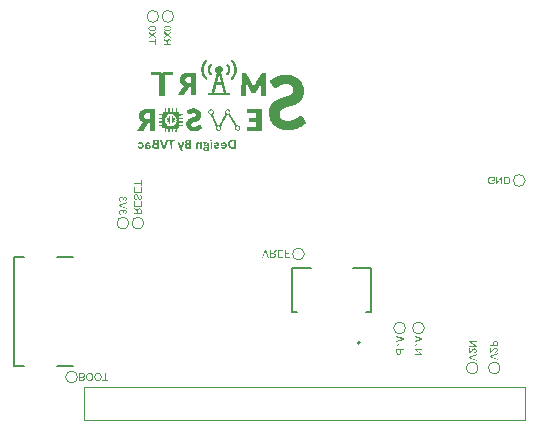
<source format=gbo>
G04*
G04 #@! TF.GenerationSoftware,Altium Limited,Altium Designer,23.0.1 (38)*
G04*
G04 Layer_Color=32896*
%FSTAX43Y43*%
%MOMM*%
G71*
G04*
G04 #@! TF.SameCoordinates,B778C3FE-ACB6-4B2B-825A-9079CAA5F4FE*
G04*
G04*
G04 #@! TF.FilePolarity,Positive*
G04*
G01*
G75*
%ADD10C,0.200*%
%ADD11C,0.100*%
%ADD12C,0.127*%
%ADD36C,0.150*%
%ADD48C,0.050*%
G36*
X0015431Y0026519D02*
X0015433Y0025146D01*
X0015431Y0024765D01*
X0015435Y002476D01*
X0015431Y0024746D01*
X0015435Y0024706D01*
X0015431Y0024692D01*
X0015433Y0024665D01*
X0015428Y0024645D01*
X0015418Y0024635D01*
X001506Y002463D01*
X001503Y0024635D01*
X0015023Y0024643D01*
X0015018Y0025679D01*
X0015011Y0025686D01*
X0014996Y0025681D01*
X0014984Y0025669D01*
X0014974Y0025645D01*
X0014939Y0025581D01*
X0014915Y0025536D01*
X0014898Y0025505D01*
X0014895Y0025502D01*
X0014871Y0025463D01*
X0014841Y0025409D01*
X0014797Y0025325D01*
X0014772Y0025281D01*
X0014753Y0025252D01*
X0014684Y0025119D01*
X0014654Y0025065D01*
X0014645Y0025055D01*
X0014632Y0025023D01*
X001461Y0024981D01*
X0014591Y0024952D01*
X0014576Y0024927D01*
X0014556Y0024908D01*
X0014551Y0024898D01*
X0014534Y0024881D01*
X001449Y0024861D01*
X0014465Y0024851D01*
X0014446Y0024846D01*
X0014323Y0024851D01*
X0014298Y0024861D01*
X0014264Y0024881D01*
X0014242Y0024898D01*
X0014239Y0024905D01*
X001423Y002491D01*
X0014222Y0024918D01*
X0014217Y0024927D01*
X0014183Y0024981D01*
X0014099Y0025144D01*
X001409Y0025153D01*
X0014077Y0025185D01*
X001404Y0025257D01*
X0014031Y0025266D01*
X0014026Y0025286D01*
X0013977Y0025374D01*
X0013947Y0025428D01*
X0013923Y0025473D01*
X0013888Y0025536D01*
X0013844Y002562D01*
X001381Y0025684D01*
X0013797Y0025686D01*
X001379Y0025664D01*
X0013783Y0025117D01*
X001378Y002509D01*
X0013785Y0025075D01*
X001378Y002506D01*
X0013785Y0024967D01*
X001378Y0024647D01*
X0013768Y0024635D01*
X0013746Y0024633D01*
X0013645Y0024635D01*
X001363Y002463D01*
X0013375Y0024635D01*
X0013368Y0024657D01*
X0013372Y0026519D01*
X001339Y0026536D01*
X0013441Y0026534D01*
X0013724Y0026536D01*
X0013738Y0026531D01*
X0013765Y0026524D01*
X0013815Y0026494D01*
X0013824Y0026484D01*
X0013829Y0026475D01*
X0013854Y002644D01*
X0013942Y0026268D01*
X0013982Y0026195D01*
X0014001Y0026165D01*
X0014031Y0026101D01*
X0014055Y0026057D01*
X0014075Y0026023D01*
X0014129Y002592D01*
X0014153Y0025875D01*
X0014203Y0025782D01*
X0014227Y0025738D01*
X0014291Y0025615D01*
X0014311Y0025586D01*
X0014316Y0025576D01*
X0014335Y0025546D01*
X0014347Y0025514D01*
X0014355Y0025507D01*
X0014379Y0025463D01*
X0014392Y0025446D01*
X0014411Y0025441D01*
X0014429Y0025458D01*
X0014436Y0025485D01*
X0014458Y0025527D01*
X0014468Y0025536D01*
X0014478Y0025561D01*
X0014512Y0025625D01*
X0014527Y0025649D01*
X0014561Y0025713D01*
X001462Y0025826D01*
X001464Y0025856D01*
X0014645Y002587D01*
X0014679Y0025934D01*
X0014708Y0025988D01*
X0014753Y0026072D01*
X0014782Y0026126D01*
X0014802Y002616D01*
X0014846Y0026244D01*
X0014856Y0026254D01*
X001491Y0026357D01*
X0014934Y0026401D01*
X0014954Y002643D01*
X0014984Y0026484D01*
X0014991Y0026492D01*
X0015001Y0026497D01*
X001502Y0026516D01*
X0015045Y0026526D01*
X0015065Y0026531D01*
X0015158Y0026536D01*
X0015342Y0026534D01*
X0015364Y0026536D01*
X0015379Y0026531D01*
X0015408Y0026536D01*
X0015431Y0026519D01*
D02*
G37*
G36*
X0010806Y0027337D02*
X0010833Y0027315D01*
X0010853Y0027295D01*
X0010858Y0027285D01*
X0010867Y0027261D01*
X0010863Y0027207D01*
X0010843Y0027172D01*
X0010813Y0027143D01*
X0010808Y0027133D01*
X0010799Y0027123D01*
X0010794Y0027113D01*
X0010774Y0027084D01*
X0010745Y0027025D01*
Y002702D01*
X0010735Y002701D01*
X0010725Y0026971D01*
X001071Y0026887D01*
X0010715Y0026764D01*
X001072Y002675D01*
X0010742Y0026688D01*
X0010764Y0026651D01*
X0010769Y0026642D01*
X0010816Y002658D01*
X0010823Y0026573D01*
X0010828Y0026563D01*
X0010838Y0026553D01*
X0010848Y0026519D01*
X0010843Y002647D01*
X0010816Y0026433D01*
X0010806Y0026428D01*
X0010752Y0026403D01*
X0010715Y0026411D01*
X0010691Y0026421D01*
X0010656Y0026445D01*
X0010651Y0026455D01*
X0010622Y0026484D01*
X0010617Y0026494D01*
X0010607Y0026504D01*
X0010602Y0026514D01*
X0010592Y0026524D01*
X0010587Y0026534D01*
X0010568Y0026563D01*
X0010538Y0026627D01*
X0010519Y0026671D01*
X0010511Y0026708D01*
X0010502Y0026747D01*
X0010497Y0026801D01*
X0010494Y0026892D01*
X0010499Y0026907D01*
X0010504Y0026971D01*
X0010509Y0026985D01*
X0010516Y0027012D01*
X0010521Y0027032D01*
X0010541Y0027081D01*
X0010546Y0027101D01*
X0010568Y0027138D01*
X0010573Y0027157D01*
X0010583Y0027167D01*
X0010587Y0027177D01*
X0010619Y0027224D01*
X0010632Y0027241D01*
X0010641Y0027251D01*
X0010646Y0027261D01*
X0010718Y0027332D01*
X0010752Y0027342D01*
X0010806Y0027337D01*
D02*
G37*
G36*
X0012211Y0027322D02*
X0012255Y0027297D01*
X0012272Y0027285D01*
X0012277Y0027275D01*
X0012294Y0027258D01*
X0012304Y0027253D01*
X0012312Y0027241D01*
X0012314Y0027238D01*
X0012321Y0027231D01*
X0012326Y0027221D01*
X0012336Y0027211D01*
X0012341Y0027202D01*
X0012366Y0027157D01*
X00124Y0027084D01*
X001242Y002702D01*
X0012424Y0026985D01*
X0012429Y0026966D01*
X0012437Y00269D01*
X0012439Y0026809D01*
X0012434Y0026794D01*
X0012429Y002676D01*
X0012424Y002674D01*
X001242Y0026701D01*
X0012405Y0026666D01*
X0012397Y0026639D01*
X0012385Y0026612D01*
X0012351Y0026548D01*
X0012331Y0026514D01*
X0012309Y0026487D01*
X0012297Y002647D01*
X0012287Y002646D01*
X0012282Y002645D01*
X0012235Y0026403D01*
X0012226Y0026399D01*
X0012181Y0026379D01*
X0012142Y0026384D01*
X0012108Y0026403D01*
X0012095Y0026416D01*
X001209Y0026426D01*
X0012076Y002644D01*
X0012066Y002648D01*
X0012071Y0026514D01*
X0012095Y0026558D01*
X001213Y0026593D01*
X0012135Y0026602D01*
X0012145Y0026612D01*
X0012149Y0026622D01*
X0012159Y0026632D01*
X0012189Y0026696D01*
X0012208Y0026745D01*
X0012216Y0026791D01*
X0012221Y0026816D01*
X0012226Y0026845D01*
X0012228Y0026907D01*
X0012223Y0026922D01*
X0012213Y0026981D01*
X0012189Y0027044D01*
X0012159Y0027098D01*
X0012137Y0027125D01*
X001212Y0027143D01*
X0012115Y0027152D01*
X0012095Y0027197D01*
X00121Y0027265D01*
X0012137Y0027302D01*
X0012147Y0027307D01*
X0012181Y0027322D01*
X0012196Y0027327D01*
X0012211Y0027322D01*
D02*
G37*
G36*
X0010428Y0027715D02*
X0010438Y0027705D01*
X0010447Y00277D01*
X0010474Y0027673D01*
X0010484Y0027649D01*
X0010489Y0027629D01*
X0010484Y002758D01*
X001045Y0027536D01*
X001042Y0027506D01*
X0010416Y0027496D01*
X0010396Y0027477D01*
X0010391Y0027467D01*
X0010381Y0027457D01*
X0010376Y0027447D01*
X0010362Y0027432D01*
X0010357Y0027423D01*
X0010322Y0027374D01*
X0010317Y0027359D01*
X0010293Y0027324D01*
X0010258Y0027251D01*
X0010253Y0027231D01*
X0010234Y0027182D01*
X0010229Y0027162D01*
X0010217Y0027135D01*
X0010214Y0027133D01*
X0010207Y0027101D01*
X0010197Y0027062D01*
X001019Y0027035D01*
X0010182Y0026968D01*
X0010177Y0026914D01*
X0010175Y0026833D01*
X001018Y0026818D01*
X0010185Y002671D01*
X001019Y0026696D01*
X0010202Y0026644D01*
X0010207Y002662D01*
X0010212Y00266D01*
X0010224Y0026573D01*
X0010234Y0026538D01*
X0010251Y0026492D01*
X0010276Y0026438D01*
X0010283Y0026421D01*
X0010303Y0026391D01*
X0010332Y0026337D01*
X0010342Y0026327D01*
X0010347Y0026317D01*
X0010393Y0026256D01*
X0010401Y0026249D01*
X0010406Y0026239D01*
X001042Y0026224D01*
X0010425Y0026214D01*
X001047Y002617D01*
X0010474Y002616D01*
X0010489Y0026126D01*
X0010484Y0026072D01*
X001046Y0026038D01*
X0010443Y002602D01*
X0010418Y002601D01*
X0010398Y0026006D01*
X0010386Y0026003D01*
X0010362Y0026008D01*
X0010332Y0026023D01*
X0010315Y0026035D01*
X0010305Y0026045D01*
X0010295Y002605D01*
X0010263Y0026082D01*
X0010258Y0026092D01*
X0010239Y0026111D01*
X0010234Y0026121D01*
X0010209Y0026146D01*
X0010204Y0026155D01*
X001019Y002617D01*
X0010185Y002618D01*
X001016Y0026214D01*
X0010155Y0026229D01*
X0010133Y0026256D01*
X0010111Y0026293D01*
X0010067Y0026386D01*
X0010062Y0026396D01*
X0010047Y002643D01*
X0010025Y0026492D01*
X001002Y0026511D01*
X0010003Y0026568D01*
X0009991Y0026624D01*
X0009978Y0026656D01*
X0009973Y002672D01*
X0009969Y0026755D01*
X0009964Y0026863D01*
X0009969Y002699D01*
X0009973Y0027005D01*
X0009978Y0027069D01*
X0009988Y0027094D01*
X0009998Y0027133D01*
X0010005Y0027165D01*
X0010018Y0027207D01*
X0010028Y0027246D01*
X0010052Y002731D01*
X0010126Y0027452D01*
X0010145Y0027482D01*
X001015Y0027491D01*
X001016Y0027501D01*
X0010165Y0027511D01*
X001019Y0027545D01*
X0010195Y0027555D01*
X0010209Y002757D01*
X0010214Y002758D01*
X0010239Y0027604D01*
X0010244Y0027614D01*
X0010263Y0027634D01*
X0010268Y0027644D01*
X0010315Y002769D01*
X0010325Y0027695D01*
X0010335Y0027705D01*
X0010369Y002772D01*
X0010428Y0027715D01*
D02*
G37*
G36*
X0012589D02*
X0012633Y0027681D01*
X001268Y0027634D01*
X0012685Y0027624D01*
X00127Y0027609D01*
X0012704Y0027599D01*
X0012719Y0027585D01*
X0012724Y0027575D01*
X0012734Y0027565D01*
X0012739Y0027555D01*
X0012754Y0027541D01*
X0012758Y0027531D01*
X0012773Y0027516D01*
X0012798Y0027472D01*
X0012817Y0027437D01*
X0012842Y0027398D01*
X0012871Y0027334D01*
X0012908Y0027238D01*
X0012935Y0027152D01*
X001294Y0027133D01*
X0012945Y0027098D01*
X001295Y0027079D01*
X0012957Y0027032D01*
X0012962Y0026993D01*
X0012967Y0026924D01*
X001297Y0026818D01*
X0012965Y0026804D01*
X001296Y0026691D01*
X0012955Y0026676D01*
X0012948Y0026629D01*
X0012943Y0026605D01*
X001294Y0026597D01*
Y0026593D01*
X0012933Y0026561D01*
X0012921Y0026519D01*
X0012916Y0026499D01*
X0012896Y0026455D01*
X0012879Y0026408D01*
X0012864Y0026369D01*
X0012857Y0026362D01*
X0012808Y0026268D01*
X0012783Y0026224D01*
X0012773Y0026214D01*
X0012768Y0026205D01*
X0012746Y0026177D01*
X0012739Y002617D01*
X0012719Y0026136D01*
X0012685Y0026101D01*
X001268Y0026092D01*
X001267Y0026082D01*
X0012665Y0026072D01*
X0012653Y002606D01*
X0012646Y0026057D01*
X0012641Y0026047D01*
X0012618Y0026025D01*
X0012609Y002602D01*
X0012574Y0026006D01*
X001254Y0026001D01*
X001252Y0026006D01*
X0012496Y002602D01*
X0012481Y0026035D01*
X0012471Y002604D01*
X0012459Y0026052D01*
X0012454Y0026062D01*
X0012449Y0026077D01*
X0012444Y0026111D01*
X0012454Y002615D01*
X0012469Y0026165D01*
X0012474Y0026175D01*
X0012483Y0026185D01*
X0012486Y0026192D01*
X0012496Y0026197D01*
X0012508Y0026209D01*
X0012513Y0026219D01*
X0012535Y0026246D01*
X0012552Y0026263D01*
X0012557Y0026273D01*
X0012572Y0026288D01*
X0012577Y0026298D01*
X0012596Y0026327D01*
X0012601Y0026337D01*
X0012626Y0026372D01*
X0012631Y0026381D01*
X0012685Y0026494D01*
X0012709Y0026548D01*
X0012717Y002658D01*
X0012724Y0026607D01*
X0012734Y0026642D01*
X0012739Y0026676D01*
X0012744Y0026715D01*
X0012749Y002673D01*
X0012754Y002675D01*
X0012758Y0026902D01*
X0012751Y0026988D01*
X0012746Y0027012D01*
X0012736Y0027071D01*
X0012731Y0027096D01*
X0012727Y0027116D01*
X0012719Y0027143D01*
X0012697Y0027204D01*
X0012677Y0027253D01*
X0012641Y0027324D01*
X0012611Y0027378D01*
X0012601Y0027388D01*
X0012596Y0027398D01*
X0012537Y0027477D01*
X0012528Y0027486D01*
X0012523Y0027496D01*
X0012513Y0027506D01*
X0012508Y0027516D01*
X0012501Y0027523D01*
X0012491Y0027528D01*
X0012483Y0027536D01*
X0012479Y0027545D01*
X0012469Y0027555D01*
X0012464Y0027565D01*
X0012454Y0027575D01*
X0012449Y0027609D01*
X0012454Y0027653D01*
X0012464Y0027663D01*
X0012469Y0027673D01*
X0012491Y00277D01*
X0012501Y0027705D01*
X0012535Y002772D01*
X0012589Y0027715D01*
D02*
G37*
G36*
X0007594Y0026634D02*
X0007601Y0026627D01*
X0007606Y0026593D01*
X0007601Y0026578D01*
X0007606Y0026563D01*
X0007604Y0026477D01*
X0007606Y0026455D01*
X0007591Y002643D01*
X0007446Y0026423D01*
X000695Y0026418D01*
X0006938Y0026406D01*
X0006933Y0026386D01*
X0006928Y0024657D01*
X0006921Y002465D01*
X0006886Y0024645D01*
X0006837Y002465D01*
X0006759Y0024645D01*
X0006395Y002465D01*
X0006388Y0024657D01*
X0006383Y0024677D01*
Y0025227D01*
Y0025232D01*
X0006378Y0026411D01*
X0006371Y0026418D01*
X0006351Y0026423D01*
X0005727Y0026428D01*
X000572Y0026435D01*
X0005715Y0026455D01*
X000572Y0026632D01*
X0005742Y0026639D01*
X0006592Y0026634D01*
X0006599Y0026612D01*
X0006604Y0024873D01*
X0006616Y0024861D01*
X0006705Y0024866D01*
X0006712Y0024873D01*
X0006717Y0024893D01*
X0006722Y0026627D01*
X0006734Y0026639D01*
X0007594Y0026634D01*
D02*
G37*
G36*
X0011548Y0027175D02*
X0011562Y002717D01*
X0011594Y0027157D01*
X0011678Y0027108D01*
X0011722Y0027064D01*
X0011727Y0027054D01*
X0011752Y002702D01*
X0011766Y0026985D01*
X0011776Y0026961D01*
X0011786Y0026927D01*
X0011781Y0026779D01*
X0011766Y0026745D01*
X0011742Y0026701D01*
X0011717Y0026666D01*
X0011712Y0026656D01*
X0011675Y002662D01*
X0011666Y0026615D01*
X0011653Y0026583D01*
X0011658Y0026568D01*
X0011673Y0026509D01*
X0011688Y002646D01*
X0011695Y0026428D01*
X001171Y0026369D01*
X0011715Y0026344D01*
X001172Y0026325D01*
X0011725Y00263D01*
X0011729Y0026281D01*
X0011737Y0026254D01*
X0011742Y0026234D01*
X0011749Y0026207D01*
X0011761Y0026175D01*
X0011774Y0026123D01*
X0011781Y0026096D01*
X0011798Y002602D01*
X0011808Y0025981D01*
X0011813Y0025956D01*
X0011823Y0025917D01*
X0011835Y0025875D01*
X0011845Y0025836D01*
X0011855Y0025802D01*
X0011862Y002577D01*
X0011867Y002575D01*
X0011874Y0025723D01*
X0011879Y0025703D01*
X0011887Y0025672D01*
X0011899Y002563D01*
X0011906Y0025598D01*
X0011911Y0025578D01*
X0011923Y0025536D01*
X0011933Y0025497D01*
X0011941Y002546D01*
X0011948Y0025433D01*
X0011953Y0025414D01*
X001196Y0025382D01*
X0011965Y0025362D01*
X0011973Y0025335D01*
X0011978Y0025315D01*
X0011997Y0025252D01*
X0012005Y0025225D01*
X0012009Y0025205D01*
X0012014Y002518D01*
X0012024Y0025141D01*
X0012029Y0025117D01*
X0012034Y0025097D01*
X0012041Y002507D01*
X0012046Y002505D01*
X0012054Y0025018D01*
X0012071Y0024962D01*
X0012078Y0024935D01*
X001209Y0024918D01*
X001211Y0024913D01*
X0012122Y002491D01*
X0012137Y0024915D01*
X0012169Y0024913D01*
X0012211Y0024915D01*
X0012226Y002491D01*
X0012312Y0024913D01*
X0012361Y0024908D01*
X001238Y0024903D01*
X0012415Y0024878D01*
X001242Y0024868D01*
X0012429Y0024844D01*
X0012434Y0024824D01*
X0012429Y0024765D01*
X0012407Y0024738D01*
X0012393Y0024724D01*
X0012358Y0024714D01*
X0012324Y0024709D01*
X0012309Y0024714D01*
X001226Y0024709D01*
X0011968Y0024706D01*
X001196Y0024709D01*
X0011946Y0024704D01*
X0011644Y0024706D01*
X0011616Y0024704D01*
X0011602Y0024709D01*
X0011469D01*
X0010651Y0024706D01*
X0010619Y0024709D01*
X0010605Y0024704D01*
X0010573Y0024711D01*
X0010548Y0024721D01*
X0010531Y0024733D01*
X0010519Y0024746D01*
X0010504Y002478D01*
X0010499Y0024814D01*
X0010506Y0024846D01*
X0010514Y0024864D01*
X0010531Y0024886D01*
X0010541Y0024891D01*
X0010551Y00249D01*
X001061Y0024915D01*
X0010831Y002492D01*
X0010848Y0024937D01*
X0010858Y0024977D01*
X0010863Y0024991D01*
X0010867Y0025011D01*
X0010875Y0025053D01*
X0010892Y0025109D01*
X0010899Y0025146D01*
X0010912Y0025178D01*
X0010924Y0025229D01*
X0010936Y0025271D01*
X0010944Y0025313D01*
X0010968Y0025411D01*
X0010973Y0025436D01*
X0010985Y0025478D01*
X0010995Y0025517D01*
X0011005Y0025541D01*
X0011017Y0025598D01*
X0011047Y0025716D01*
X0011052Y002574D01*
X0011059Y0025767D01*
X0011079Y0025836D01*
X0011088Y0025875D01*
X0011098Y002591D01*
X0011103Y0025929D01*
X0011115Y0025986D01*
X001112Y0026006D01*
X0011128Y0026033D01*
X0011133Y0026052D01*
X0011147Y0026101D01*
X0011162Y002616D01*
X001117Y0026192D01*
X0011177Y0026219D01*
X0011182Y0026239D01*
X0011194Y0026295D01*
X0011199Y002632D01*
X0011204Y002634D01*
X0011214Y0026364D01*
X0011224Y0026403D01*
X0011228Y0026428D01*
X0011236Y0026455D01*
X0011246Y0026494D01*
X0011251Y0026529D01*
X001126Y0026563D01*
X0011265Y0026583D01*
X001126Y0026607D01*
X0011243Y0026624D01*
X0011233Y0026629D01*
X0011226Y0026637D01*
X0011221Y0026647D01*
X0011199Y0026674D01*
X0011192Y0026681D01*
X0011162Y0026755D01*
X0011152Y0026794D01*
X0011147Y0026828D01*
X0011152Y0026927D01*
X0011157Y0026941D01*
X0011165Y0026968D01*
X0011177Y0026995D01*
X0011206Y0027049D01*
X0011221Y0027064D01*
X0011226Y0027074D01*
X0011273Y0027121D01*
X0011366Y0027165D01*
X00114Y0027175D01*
X001142Y002718D01*
X0011548Y0027175D01*
D02*
G37*
G36*
X0009504Y002659D02*
X0009512Y0026568D01*
X0009517Y0025944D01*
X0009514Y0024812D01*
X0009517Y0024751D01*
X0009512Y0024736D01*
X0009517Y0024721D01*
X0009512Y0024706D01*
X0009499Y0024694D01*
X0009082Y0024689D01*
X0009065Y0024701D01*
X0009062Y0025161D01*
X0009065Y0025227D01*
X000906Y0025242D01*
X0009055Y0025379D01*
X0009048Y0025387D01*
X0009006Y0025384D01*
X0008979Y0025387D01*
X0008964Y0025382D01*
X000894Y0025377D01*
X0008922Y0025365D01*
X0008917Y0025355D01*
X0008908Y0025345D01*
X0008903Y0025335D01*
X0008888Y002532D01*
X0008883Y0025311D01*
X0008873Y0025301D01*
X0008854Y0025266D01*
X0008844Y0025257D01*
X0008839Y0025247D01*
X0008829Y0025237D01*
X0008824Y0025227D01*
X0008814Y0025217D01*
X0008809Y0025207D01*
X000879Y0025173D01*
X000878Y0025163D01*
X0008775Y0025153D01*
X000875Y0025119D01*
X0008746Y0025109D01*
X0008721Y0025075D01*
X0008716Y0025065D01*
X0008696Y0025035D01*
X0008691Y0025026D01*
X0008682Y0025016D01*
X0008677Y0025006D01*
X0008633Y0024942D01*
X0008628Y0024932D01*
X0008603Y0024898D01*
X0008583Y0024864D01*
X0008574Y0024854D01*
X0008569Y0024844D01*
X0008549Y002481D01*
X0008539Y00248D01*
X0008534Y002479D01*
X00085Y0024746D01*
X0008483Y0024733D01*
X0008473Y0024724D01*
X0008448Y0024714D01*
X0008439Y0024709D01*
X0008414Y0024699D01*
X0008382Y0024692D01*
X0007977Y0024689D01*
X0007965Y0024697D01*
X0007962Y0024709D01*
X0007982Y0024738D01*
X0007999Y0024765D01*
X0008019Y00248D01*
X0008028Y002481D01*
X0008033Y0024819D01*
X0008082Y0024888D01*
X0008087Y0024898D01*
X0008112Y0024932D01*
X0008117Y0024942D01*
X0008166Y0025011D01*
X0008171Y0025021D01*
X0008181Y0025031D01*
X00082Y0025065D01*
X0008232Y0025112D01*
X000824Y0025119D01*
X0008254Y0025144D01*
X0008279Y0025178D01*
X0008294Y0025202D01*
X0008318Y0025237D01*
X0008323Y0025247D01*
X0008389Y0025347D01*
X0008397Y0025355D01*
X0008421Y0025399D01*
X000847Y0025468D01*
X000848Y0025492D01*
X0008468Y0025509D01*
X0008424Y0025534D01*
X0008397Y0025556D01*
X0008389Y0025564D01*
X0008355Y0025583D01*
X0008338Y00256D01*
X0008333Y002561D01*
X0008316Y0025622D01*
X0008303Y002564D01*
X0008274Y0025669D01*
X0008269Y0025679D01*
X0008259Y0025689D01*
X0008225Y0025753D01*
X0008215Y0025762D01*
X0008203Y0025794D01*
X0008193Y0025819D01*
X0008188Y0025839D01*
X0008181Y0025866D01*
X0008171Y0025905D01*
X0008166Y0025939D01*
X0008161Y0026018D01*
X0008166Y0026131D01*
X0008171Y0026146D01*
X0008178Y0026173D01*
X0008188Y0026222D01*
X0008222Y002629D01*
X000823Y0026298D01*
X0008254Y0026342D01*
X0008264Y0026352D01*
X0008269Y0026362D01*
X0008291Y0026389D01*
X0008335Y0026433D01*
X0008345Y0026438D01*
X0008353Y0026445D01*
X0008355Y0026448D01*
X0008419Y0026492D01*
X0008473Y0026516D01*
X0008497Y0026526D01*
X0008507Y0026531D01*
X0008542Y0026546D01*
X0008596Y0026561D01*
X0008635Y002657D01*
X0008677Y0026578D01*
X0008716Y0026583D01*
X0008782Y002659D01*
X0008846Y0026595D01*
X0009504Y002659D01*
D02*
G37*
G36*
X0007584Y0023594D02*
X0007591Y0023587D01*
X0007601Y0023562D01*
X0007606Y0023307D01*
X0007618Y0023289D01*
X0007638Y0023284D01*
X000766Y0023287D01*
X0007682Y0023284D01*
X0007697Y0023289D01*
X0007746Y0023284D01*
X0007773Y0023297D01*
X0007783Y0023321D01*
X0007788Y0023587D01*
X0007795Y0023594D01*
X0007876Y0023596D01*
X0007891Y0023591D01*
X0007901Y0023567D01*
X0007906Y0023302D01*
X0007913Y0023294D01*
X0007933Y0023289D01*
X0007982Y0023284D01*
X0008006Y0023275D01*
X000805Y002325D01*
X0008053Y0023248D01*
X0008055Y0023245D01*
X0008063Y0023238D01*
X0008068Y0023228D01*
X0008082Y0023203D01*
X0008092Y0023169D01*
X0008097Y0023149D01*
X0008102Y0023105D01*
X0008114Y0023093D01*
X0008394Y0023088D01*
X0008402Y0023066D01*
X0008407Y0023031D01*
X0008402Y0022992D01*
X0008394Y002298D01*
X0008375Y0022975D01*
X0008114Y002297D01*
X0008102Y0022958D01*
X0008097Y0022938D01*
X0008102Y0022806D01*
X0008114Y0022793D01*
X0008134Y0022788D01*
X0008154Y0022793D01*
X0008389Y0022788D01*
X0008397Y0022781D01*
X0008407Y0022742D01*
X0008402Y0022688D01*
X0008389Y0022675D01*
X000837Y002267D01*
X0008109Y0022666D01*
X0008102Y0022658D01*
X0008097Y0022639D01*
X0008102Y0022506D01*
X0008114Y0022494D01*
X0008134Y0022489D01*
X0008151Y0022491D01*
X0008387Y0022486D01*
X0008402Y0022472D01*
X0008407Y0022422D01*
X0008402Y0022388D01*
X0008394Y0022376D01*
X0008375Y0022371D01*
X0008323Y0022368D01*
X0008281Y0022371D01*
X0008267Y0022366D01*
X0008232Y0022371D01*
X0008176Y0022368D01*
X0008134Y0022371D01*
X0008119Y0022366D01*
X0008102Y0022359D01*
X0008097Y0022339D01*
X0008102Y0022201D01*
X0008114Y0022189D01*
X0008389Y0022184D01*
X0008402Y0022172D01*
X0008407Y0022138D01*
X0008402Y0022083D01*
X0008389Y0022071D01*
X000837Y0022066D01*
X0008249Y0022069D01*
X0008168Y0022066D01*
X0008154Y0022071D01*
X0008139Y0022066D01*
X0008109Y0022061D01*
X0008097Y0022049D01*
X0008092Y0021985D01*
X0008087Y0021971D01*
X0008063Y0021926D01*
X000805Y0021909D01*
X0008041Y0021904D01*
X0007987Y002188D01*
X0007967Y0021875D01*
X0007918Y002187D01*
X0007906Y0021858D01*
X0007901Y0021823D01*
X0007896Y0021578D01*
X0007884Y0021565D01*
X000779Y002157D01*
X0007783Y0021592D01*
X000778Y0021614D01*
X0007783Y0021838D01*
X0007778Y0021853D01*
X0007773Y0021862D01*
X0007766Y002187D01*
X0007746Y0021875D01*
X0007613Y002187D01*
X0007606Y0021848D01*
X0007601Y0021799D01*
X0007596Y0021578D01*
X0007589Y002157D01*
X0007569Y0021565D01*
X0007491Y002157D01*
X0007483Y0021578D01*
X0007478Y0021597D01*
X0007473Y0021862D01*
X0007466Y002187D01*
X0007446Y0021875D01*
X0007314Y002187D01*
X0007301Y0021858D01*
X0007297Y0021587D01*
X0007284Y002157D01*
X0007265Y0021565D01*
X0007191Y002157D01*
X0007184Y0021578D01*
X0007179Y0021597D01*
X0007174Y0021705D01*
X0007176Y0021845D01*
X0007169Y0021862D01*
X0007157Y0021875D01*
X0007009Y002187D01*
X0007002Y0021862D01*
X0006997Y0021828D01*
X0006992Y0021578D01*
X0006985Y002157D01*
X000695Y0021565D01*
X0006886Y002157D01*
X0006874Y0021597D01*
X0006869Y0021858D01*
X0006852Y0021875D01*
X0006778Y002188D01*
X0006734Y0021904D01*
X0006707Y0021931D01*
X0006702Y0021941D01*
X0006678Y0021995D01*
X0006673Y0022059D01*
X0006665Y0022066D01*
X0006646Y0022071D01*
X0006631Y0022066D01*
X0006491Y0022069D01*
X0006444Y0022066D01*
X000643Y0022071D01*
X000641Y0022066D01*
X0006385Y0022071D01*
X0006373Y0022083D01*
X0006368Y0022103D01*
X0006373Y0022177D01*
X000638Y0022184D01*
X0006474Y0022189D01*
X0006653Y0022187D01*
X000667Y0022199D01*
X0006678Y0022226D01*
X0006673Y0022359D01*
X0006665Y0022366D01*
X0006646Y0022371D01*
X0006486Y0022368D01*
X0006454Y0022371D01*
X0006439Y0022366D01*
X0006425Y0022371D01*
X000638Y0022376D01*
X0006373Y0022383D01*
X0006368Y0022403D01*
X0006373Y0022476D01*
X0006385Y0022489D01*
X0006432Y0022491D01*
X0006474Y0022489D01*
X0006489Y0022494D01*
X0006503Y0022489D01*
X0006633Y0022491D01*
X000666Y0022489D01*
X0006673Y0022501D01*
X0006678Y002255D01*
X0006673Y0022658D01*
X000666Y002267D01*
X000638Y0022675D01*
X0006373Y0022683D01*
X0006368Y0022702D01*
X0006373Y0022776D01*
X0006385Y0022788D01*
X0006449Y0022793D01*
X0006665Y0022798D01*
X0006673Y0022806D01*
X0006678Y0022825D01*
X0006673Y0022963D01*
X000666Y0022975D01*
X000638Y002298D01*
X0006373Y0022987D01*
X0006368Y0023007D01*
X0006373Y0023081D01*
X0006385Y0023093D01*
X0006665Y0023098D01*
X0006673Y0023105D01*
X0006678Y002314D01*
X0006683Y0023184D01*
X0006707Y0023223D01*
X0006712Y0023233D01*
X0006722Y0023243D01*
X0006724Y002325D01*
X0006734Y0023255D01*
X0006744Y0023265D01*
X0006778Y002328D01*
X0006813Y0023284D01*
X0006825Y0023287D01*
X0006842Y0023284D01*
X0006867Y0023299D01*
X0006874Y0023321D01*
X0006879Y0023582D01*
X0006886Y0023589D01*
X0006921Y0023599D01*
X0006982Y0023591D01*
X0006992Y0023582D01*
X0006997Y0023562D01*
X0007002Y0023302D01*
X0007019Y0023284D01*
X0007083Y0023289D01*
X0007098Y0023284D01*
X0007132Y0023289D01*
X0007149Y0023287D01*
X0007166Y0023294D01*
X0007174Y0023316D01*
X0007179Y0023336D01*
X0007174Y0023356D01*
X0007179Y0023444D01*
X0007174Y0023459D01*
X0007176Y002351D01*
X0007174Y0023537D01*
X0007179Y0023552D01*
X0007184Y0023582D01*
X0007196Y0023594D01*
X0007218Y0023596D01*
X000724Y0023594D01*
X0007255Y0023599D01*
X0007282Y0023591D01*
X0007297Y0023577D01*
X0007301Y0023542D01*
X0007306Y0023302D01*
X0007319Y0023289D01*
X0007338Y0023284D01*
X0007358Y0023289D01*
X000741Y0023287D01*
X0007464Y0023292D01*
X0007473Y0023302D01*
X0007478Y0023321D01*
X0007483Y0023582D01*
X0007491Y0023589D01*
X000753Y0023599D01*
X0007584Y0023594D01*
D02*
G37*
G36*
X0015074Y0023555D02*
X0015082Y0023547D01*
X0015087Y0023483D01*
X0015082Y0021666D01*
X0015074Y0021659D01*
X0014713Y0021651D01*
X0014677Y0021649D01*
X0014662Y0021654D01*
X0014495Y0021649D01*
X0013903Y0021651D01*
X00139Y0021649D01*
X0013886Y0021654D01*
X0013842Y0021659D01*
X0013834Y0021666D01*
X0013829Y0021686D01*
X0013837Y0022007D01*
X0013846Y0022032D01*
X0013866Y0022037D01*
X00139Y0022032D01*
X0014308D01*
X0014522Y0022039D01*
X001461Y0022044D01*
X0014625Y0022054D01*
X001463Y0022088D01*
X0014625Y0022388D01*
X001462Y0022408D01*
X0014613Y0022415D01*
X0014586Y0022422D01*
X0014436Y002242D01*
X0014421Y0022425D01*
X0014055Y0022427D01*
X0014018Y0022425D01*
X0014006Y0022437D01*
X0014001Y0022472D01*
X0014009Y0022788D01*
X0014018Y0022798D01*
X001405Y0022796D01*
X0014082Y0022798D01*
X0014092Y0022793D01*
X0014107Y0022798D01*
X0014568Y0022803D01*
X0014578Y0022808D01*
X0014593Y0022803D01*
X0014613Y0022808D01*
X0014625Y002282D01*
X001463Y002284D01*
X0014627Y0022945D01*
X001463Y0022977D01*
X0014625Y0022992D01*
X001462Y0023164D01*
X0014608Y0023176D01*
X0013844Y0023184D01*
X0013829Y0023198D01*
X0013832Y002325D01*
X0013829Y0023365D01*
X0013834Y002338D01*
X0013839Y0023547D01*
X0013851Y0023559D01*
X0015074Y0023555D01*
D02*
G37*
G36*
X0017309Y0026413D02*
X001741Y0026406D01*
X0017449Y0026401D01*
X0017469Y0026396D01*
X0017518Y0026386D01*
X0017565Y0026379D01*
X0017589Y0026369D01*
X0017609Y0026364D01*
X0017638Y0026359D01*
X0017663Y0026349D01*
X0017744Y0026327D01*
X0017771Y0026315D01*
X0017803Y0026303D01*
X0017874Y0026271D01*
X0018007Y0026202D01*
X0018036Y0026182D01*
X0018071Y0026163D01*
X0018139Y0026114D01*
X0018149Y0026109D01*
X0018164Y0026094D01*
X0018174Y0026089D01*
X0018198Y0026065D01*
X0018208Y002606D01*
X0018223Y0026045D01*
X0018233Y002604D01*
X001825Y0026023D01*
X0018255Y0026013D01*
X0018262Y0026006D01*
X0018272Y0026001D01*
X0018299Y0025974D01*
X0018301Y0025966D01*
X0018311Y0025961D01*
X0018338Y0025934D01*
X0018343Y0025925D01*
X0018358Y002591D01*
X0018363Y00259D01*
X0018387Y0025875D01*
X0018392Y0025866D01*
X0018407Y0025851D01*
X0018422Y0025826D01*
X0018432Y0025816D01*
X0018437Y0025807D01*
X0018461Y0025772D01*
X0018491Y0025718D01*
X0018515Y0025674D01*
X0018574Y0025551D01*
X0018581Y0025524D01*
X0018594Y0025497D01*
X0018599Y0025478D01*
X0018606Y0025451D01*
X0018618Y0025419D01*
X0018631Y0025367D01*
X0018638Y002534D01*
X0018643Y0025306D01*
X0018648Y0025257D01*
X0018653Y0025222D01*
X0018658Y0025173D01*
X0018663Y0025021D01*
X0018658Y0024957D01*
X001865Y0024856D01*
X0018645Y0024807D01*
X0018635Y0024748D01*
X0018628Y0024721D01*
X0018623Y0024701D01*
X0018618Y0024672D01*
X0018604Y0024638D01*
X0018599Y0024618D01*
X0018572Y0024542D01*
X0018547Y0024488D01*
X0018525Y0024446D01*
X0018496Y0024392D01*
X0018464Y0024345D01*
X0018424Y0024286D01*
X0018417Y0024279D01*
X0018412Y0024269D01*
X0018402Y0024259D01*
X0018397Y002425D01*
X0018363Y0024215D01*
X0018358Y0024205D01*
X0018341Y0024193D01*
X0018292Y0024144D01*
X0018282Y0024139D01*
X0018257Y0024115D01*
X0018247Y002411D01*
X0018228Y002409D01*
X0018218Y0024085D01*
X0018191Y0024063D01*
X0018161Y0024043D01*
X0018107Y0024009D01*
X00181Y0024002D01*
X0017879Y0023893D01*
X001783Y0023874D01*
X0017798Y0023862D01*
X0017771Y0023849D01*
X0017722Y002383D01*
X0017702Y0023825D01*
X001767Y0023812D01*
X0017651Y0023808D01*
X0017582Y0023783D01*
X001755Y0023771D01*
X0017518Y0023763D01*
X0017476Y0023751D01*
X0017427Y0023736D01*
X0017388Y0023726D01*
X0017363Y0023717D01*
X0017336Y0023709D01*
X0017295Y0023697D01*
X0017263Y0023685D01*
X0017236Y0023677D01*
X0017204Y002367D01*
X0017177Y0023663D01*
X0017142Y0023653D01*
X0017078Y0023628D01*
X0017032Y0023611D01*
X001699Y0023594D01*
X0016936Y0023569D01*
X0016902Y002355D01*
X0016828Y002351D01*
X0016798Y0023491D01*
X0016789Y0023486D01*
X0016769Y0023466D01*
X0016759Y0023461D01*
X0016749Y0023451D01*
X0016742Y0023449D01*
X0016737Y0023439D01*
X001672Y0023422D01*
X001671Y0023417D01*
X0016698Y0023405D01*
X0016693Y0023395D01*
X0016673Y0023375D01*
X0016668Y0023365D01*
X0016658Y0023356D01*
X0016619Y0023272D01*
X0016614Y0023252D01*
X0016604Y0023228D01*
X00166Y0023208D01*
X0016595Y002313D01*
X00166Y0022992D01*
X0016609Y0022968D01*
X0016619Y0022928D01*
X0016627Y0022901D01*
X0016639Y0022874D01*
X0016646Y0022847D01*
X0016688Y0022771D01*
X0016735Y002271D01*
X0016744Y0022705D01*
X0016762Y0022688D01*
X0016767Y0022678D01*
X0016784Y0022666D01*
X0016794Y0022656D01*
X0016803Y0022651D01*
X0016813Y0022641D01*
X0016867Y0022611D01*
X0016951Y0022572D01*
X001697Y0022567D01*
X0017019Y0022553D01*
X0017039Y0022548D01*
X0017074Y0022543D01*
X0017113Y0022533D01*
X0017147Y0022528D01*
X0017255Y0022523D01*
X0017462Y0022528D01*
X0017476Y0022533D01*
X0017516Y0022543D01*
X0017579Y0022553D01*
X0017594Y0022557D01*
X0017633Y0022567D01*
X001768Y0022584D01*
X0017729Y0022604D01*
X0017737Y0022611D01*
X0017761Y0022621D01*
X0017805Y0022641D01*
X001783Y0022651D01*
X001784Y0022656D01*
X0017894Y0022685D01*
X0017909Y00227D01*
X0017982Y0022739D01*
X0018044Y0022781D01*
X0018051Y0022788D01*
X0018061Y0022793D01*
X0018149Y0022852D01*
X0018218Y0022891D01*
X0018282Y0022921D01*
X0018321Y0022931D01*
X0018353Y0022933D01*
X0018407Y0022928D01*
X0018461Y0022909D01*
X001851Y0022879D01*
X0018527Y0022867D01*
X0018554Y0022845D01*
X0018584Y0022815D01*
X0018604Y0022781D01*
X0018623Y0022751D01*
X0018628Y0022742D01*
X0018648Y0022712D01*
X0018672Y0022668D01*
X0018721Y0022589D01*
X0018726Y002258D01*
X0018736Y002257D01*
X0018761Y0022526D01*
X0018785Y0022491D01*
X0018815Y0022437D01*
X0018834Y0022408D01*
X0018839Y0022398D01*
X0018849Y0022388D01*
X0018854Y0022368D01*
X0018849Y0022359D01*
X0018825Y0022334D01*
X001882Y0022324D01*
X0018783Y0022287D01*
X0018773Y0022282D01*
X0018766Y0022275D01*
X0018763Y0022268D01*
X0018753Y0022263D01*
X0018714Y0022223D01*
X0018704Y0022219D01*
X001869Y0022204D01*
X001868Y0022199D01*
X001866Y0022179D01*
X001865Y0022174D01*
X0018623Y0022152D01*
X0018616Y0022145D01*
X0018581Y0022125D01*
X0018572Y0022115D01*
X0018562Y002211D01*
X0018527Y0022086D01*
X0018518Y0022081D01*
X0018508Y0022071D01*
X0018454Y0022042D01*
X001841Y0022017D01*
X001838Y0021998D01*
X001837Y0021993D01*
X0018306Y0021963D01*
X0018174Y0021899D01*
X0018098Y0021872D01*
X0018044Y0021853D01*
X0018012Y002184D01*
X0017948Y0021821D01*
X0017928Y0021816D01*
X0017896Y0021808D01*
X0017869Y0021801D01*
X001785Y0021796D01*
X0017793Y0021784D01*
X0017715Y0021764D01*
X0017685Y0021759D01*
X0017621Y0021749D01*
X0017555Y0021742D01*
X0017476Y0021737D01*
X0017442Y0021732D01*
X001729Y0021727D01*
X0017145Y0021735D01*
X0017076Y002174D01*
X001701Y0021747D01*
X0016963Y0021754D01*
X0016924Y0021759D01*
X0016899Y0021764D01*
X001686Y0021774D01*
X0016835Y0021779D01*
X0016811Y0021789D01*
X0016791Y0021794D01*
X0016762Y0021799D01*
X0016742Y0021803D01*
X0016717Y0021813D01*
X0016698Y0021818D01*
X0016644Y0021838D01*
X0016604Y0021853D01*
X0016523Y0021889D01*
X001641Y0021948D01*
X0016401Y0021958D01*
X0016327Y0021998D01*
X0016317Y0022007D01*
X0016307Y0022012D01*
X0016263Y0022047D01*
X0016202Y0022093D01*
X001618Y0022115D01*
X001617Y002212D01*
X0016145Y0022145D01*
X0016135Y002215D01*
X0016108Y0022177D01*
X0016103Y0022187D01*
X0016069Y0022221D01*
X0016064Y0022231D01*
X0016015Y002228D01*
X001601Y002229D01*
X0015995Y0022305D01*
X001599Y0022314D01*
X0015981Y0022324D01*
X0015961Y0022359D01*
X0015951Y0022368D01*
X0015946Y0022378D01*
X0015936Y0022388D01*
X0015912Y0022432D01*
X0015892Y0022462D01*
X0015819Y0022614D01*
X0015806Y0022646D01*
X0015787Y00227D01*
X0015774Y0022732D01*
X0015767Y0022759D01*
X0015755Y0022786D01*
X001575Y002282D01*
X0015745Y002284D01*
X0015738Y0022867D01*
X0015733Y0022887D01*
X0015708Y0023034D01*
X0015703Y0023088D01*
X0015696Y0023233D01*
X0015701Y002338D01*
X0015706Y0023395D01*
X0015713Y0023451D01*
X0015723Y002351D01*
X0015728Y002353D01*
X0015733Y0023559D01*
X0015738Y0023579D01*
X0015745Y0023606D01*
X0015755Y0023645D01*
X0015769Y002368D01*
X0015774Y0023699D01*
X0015858Y0023862D01*
X0015877Y0023891D01*
X0015882Y0023901D01*
X0015892Y0023911D01*
X0015897Y002392D01*
X0015944Y0023982D01*
X0015961Y0023999D01*
X0015966Y0024009D01*
X0016025Y0024068D01*
X001603Y0024078D01*
X0016037Y0024085D01*
X0016047Y002409D01*
X0016062Y0024105D01*
X0016072Y002411D01*
X0016096Y0024134D01*
X0016106Y0024139D01*
X001613Y0024164D01*
X001614Y0024169D01*
X0016187Y00242D01*
X0016194Y0024208D01*
X0016204Y0024213D01*
X0016214Y0024223D01*
X0016248Y0024242D01*
X0016288Y0024267D01*
X001632Y0024279D01*
X0016356Y0024301D01*
X001644Y002434D01*
X0016464Y002435D01*
X0016538Y0024385D01*
X0016563Y0024394D01*
X0016595Y0024407D01*
X0016649Y0024426D01*
X0016676Y0024439D01*
X0016722Y0024456D01*
X0016762Y0024471D01*
X0016801Y002448D01*
X0016833Y0024493D01*
X0016852Y0024498D01*
X0016899Y0024515D01*
X0016921Y0024522D01*
X0016985Y0024547D01*
X0017005Y0024552D01*
X0017054Y0024566D01*
X0017088Y0024576D01*
X001712Y0024589D01*
X0017174Y0024603D01*
X0017201Y0024616D01*
X001725Y002463D01*
X0017282Y0024643D01*
X0017304Y002465D01*
X0017336Y0024662D01*
X0017373Y0024679D01*
X0017417Y0024699D01*
X0017471Y0024724D01*
X0017474Y0024726D01*
X0017516Y0024748D01*
X0017562Y002478D01*
X0017592Y00248D01*
X0017599Y0024807D01*
X0017609Y0024812D01*
X0017624Y0024827D01*
X0017633Y0024832D01*
X0017663Y0024861D01*
X0017673Y0024866D01*
X0017685Y0024878D01*
X001769Y0024888D01*
X0017705Y0024903D01*
X001771Y0024913D01*
X0017729Y0024942D01*
X0017754Y0025006D01*
X0017764Y0025045D01*
X0017769Y0025139D01*
X0017761Y002521D01*
X0017756Y0025239D01*
X0017746Y0025279D01*
X0017734Y0025311D01*
X0017729Y002533D01*
X0017717Y0025362D01*
X0017705Y0025379D01*
X0017658Y0025441D01*
X0017631Y0025468D01*
X0017626Y0025478D01*
X0017619Y0025485D01*
X0017609Y002549D01*
X0017589Y0025509D01*
X0017579Y0025514D01*
X0017506Y0025554D01*
X0017452Y0025578D01*
X0017427Y0025588D01*
X0017408Y0025593D01*
X0017376Y00256D01*
X0017317Y0025615D01*
X0017277Y002562D01*
X0017233Y0025625D01*
X0017204Y002563D01*
X0017059Y0025632D01*
X0017044Y0025627D01*
X001698Y0025622D01*
X0016965Y0025618D01*
X0016909Y002561D01*
X001687Y00256D01*
X0016845Y0025595D01*
X0016806Y0025581D01*
X0016779Y0025573D01*
X0016732Y0025556D01*
X0016661Y0025524D01*
X0016612Y0025505D01*
X0016577Y0025485D01*
X0016548Y0025465D01*
X0016538Y002546D01*
X0016474Y0025426D01*
X0016464Y0025416D01*
X0016455Y0025411D01*
X0016401Y0025377D01*
X0016327Y0025342D01*
X0016293Y0025333D01*
X0016273Y0025328D01*
X0016209Y0025323D01*
X0016162Y002533D01*
X0016143Y0025335D01*
X0016118Y0025345D01*
X0016079Y0025369D01*
X0016072Y0025377D01*
X0016062Y0025382D01*
X0016054Y0025389D01*
X0016049Y0025399D01*
X001602Y0025428D01*
X0016005Y0025453D01*
X0015986Y0025482D01*
X0015932Y0025586D01*
X0015868Y0025708D01*
X0015838Y0025762D01*
X0015814Y0025816D01*
X0015809Y0025826D01*
X0015784Y002587D01*
X0015774Y0025895D01*
X0015779Y002592D01*
X0015821Y0025961D01*
X0015831Y0025966D01*
X001585Y0025986D01*
X001586Y0025991D01*
X0015885Y0026015D01*
X0015895Y002602D01*
X0015914Y002604D01*
X0015939Y0026055D01*
X0016042Y0026128D01*
X0016076Y0026148D01*
X0016116Y0026173D01*
X001615Y0026187D01*
X0016302Y0026261D01*
X0016322Y0026266D01*
X0016376Y002629D01*
X0016403Y0026298D01*
X0016464Y0026325D01*
X0016496Y0026332D01*
X0016523Y002634D01*
X0016553Y0026344D01*
X0016568Y0026349D01*
X0016587Y0026354D01*
X0016622Y0026364D01*
X0016658Y0026372D01*
X0016698Y0026381D01*
X0016757Y0026391D01*
X0016806Y0026401D01*
X0016835Y0026406D01*
X0016904Y0026411D01*
X0016968Y0026416D01*
X0017295Y0026418D01*
X0017309Y0026413D01*
D02*
G37*
G36*
X0010816Y0023501D02*
X001085Y0023496D01*
X0010875Y0023486D01*
X0010907Y0023474D01*
X0010924Y0023456D01*
X0010934Y0023451D01*
X0010961Y0023424D01*
X0010966Y0023415D01*
X0010985Y0023395D01*
X0010998Y0023363D01*
X0011005Y0023341D01*
X001101Y0023321D01*
X0011015Y0023287D01*
X001101Y0023213D01*
X0010971Y002314D01*
X0010941Y002311D01*
X0010936Y002309D01*
X0010941Y0023056D01*
X0010966Y0023002D01*
X0010975Y0022977D01*
X0011005Y0022914D01*
X0011017Y0022882D01*
X001103Y0022855D01*
X0011034Y0022835D01*
X0011074Y0022751D01*
X0011084Y0022727D01*
X0011098Y0022693D01*
X0011103Y0022673D01*
X0011152Y0022565D01*
X0011165Y0022533D01*
X0011182Y0022491D01*
X0011197Y0022457D01*
X0011226Y0022393D01*
X0011241Y0022359D01*
X0011251Y0022334D01*
X0011263Y0022302D01*
X0011287Y0022248D01*
X0011297Y0022223D01*
X00113Y0022221D01*
Y0022216D01*
X0011324Y0022162D01*
X0011329Y0022152D01*
X0011346Y002213D01*
X0011366Y0022125D01*
X00114Y002214D01*
X0011479Y0022145D01*
X0011496Y0022162D01*
X001155Y0022265D01*
X0011614Y0022388D01*
X0011639Y0022432D01*
X0011693Y0022535D01*
X0011761Y0022668D01*
X0011786Y0022707D01*
X0011815Y0022771D01*
X001184Y0022815D01*
X001186Y0022845D01*
X0011865Y0022864D01*
X0011889Y0022904D01*
X0011968Y0023056D01*
X0011992Y00231D01*
X0012012Y0023144D01*
X0012014Y0023157D01*
X0012009Y0023176D01*
X0011997Y0023208D01*
X0011992Y0023228D01*
X0011987Y0023243D01*
X0011982Y0023262D01*
X0011987Y0023321D01*
X0012002Y0023356D01*
X0012014Y0023388D01*
X0012054Y0023437D01*
X0012073Y0023456D01*
X0012083Y0023461D01*
X0012093Y0023471D01*
X0012103Y0023476D01*
X0012137Y0023491D01*
X0012172Y0023501D01*
X0012238Y0023503D01*
X0012262Y0023498D01*
X0012302Y0023488D01*
X0012331Y0023474D01*
X0012348Y0023461D01*
X00124Y002341D01*
X0012405Y00234D01*
X0012429Y0023346D01*
X0012439Y0023311D01*
X0012444Y0023277D01*
X0012439Y0023228D01*
X0012424Y0023194D01*
X0012412Y0023162D01*
X0012405Y0023154D01*
X00124Y0023144D01*
X001239Y002312D01*
X0012397Y0023093D01*
X0012427Y0023044D01*
X0012466Y0022985D01*
X0012508Y0022914D01*
X001254Y0022867D01*
X0012577Y0022806D01*
X0012611Y0022751D01*
X0012616Y0022742D01*
X0012641Y0022707D01*
X0012665Y0022663D01*
X001269Y0022629D01*
X0012695Y0022619D01*
X0012714Y0022584D01*
X0012739Y002255D01*
X0012758Y0022516D01*
X0012778Y0022486D01*
X0012783Y0022476D01*
X0012803Y0022447D01*
X0012822Y0022413D01*
X0012854Y0022366D01*
X0012876Y0022329D01*
X0012881Y0022319D01*
X0012891Y0022309D01*
X0012916Y0022265D01*
X001295Y0022211D01*
X0012955Y0022201D01*
X0012975Y0022172D01*
X001298Y0022162D01*
X0012997Y002214D01*
X0013016Y0022135D01*
X001308Y002214D01*
X0013095Y0022135D01*
X0013115Y002213D01*
X0013147Y0022118D01*
X0013196Y0022088D01*
X0013203Y0022081D01*
X0013213Y0022076D01*
X0013225Y0022064D01*
X001323Y0022054D01*
X001324Y0022044D01*
X0013245Y0022034D01*
X0013264Y002199D01*
X0013274Y0021956D01*
X0013279Y0021892D01*
X0013274Y0021877D01*
X0013262Y0021826D01*
X0013252Y0021801D01*
X0013232Y0021772D01*
X0013198Y0021737D01*
X0013188Y0021732D01*
X0013149Y0021708D01*
X0013124Y0021698D01*
X0013105Y0021693D01*
X001309Y0021688D01*
X001307Y0021683D01*
X0013007Y0021688D01*
X0012982Y0021698D01*
X001295Y002171D01*
X0012908Y0021737D01*
X0012867Y0021779D01*
X0012862Y0021789D01*
X0012837Y0021828D01*
X0012822Y0021887D01*
X0012827Y0021971D01*
X0012837Y0021995D01*
X0012862Y0022049D01*
X0012857Y0022088D01*
X0012842Y0022103D01*
X0012837Y0022113D01*
X0012827Y0022123D01*
X0012798Y0022177D01*
X0012778Y0022206D01*
X0012763Y0022231D01*
X0012739Y0022265D01*
X0012709Y0022319D01*
X0012685Y0022354D01*
X001268Y0022363D01*
X001266Y0022393D01*
X0012641Y0022427D01*
X0012599Y0022489D01*
X001255Y0022572D01*
X0012542Y002258D01*
X0012537Y0022589D01*
X0012528Y0022599D01*
X0012493Y0022663D01*
X0012474Y0022693D01*
X0012459Y0022717D01*
X0012449Y0022727D01*
X0012424Y0022771D01*
X0012405Y0022801D01*
X00124Y002281D01*
X001238Y002284D01*
X0012375Y002285D01*
X0012351Y0022884D01*
X0012346Y0022894D01*
X0012326Y0022928D01*
X0012302Y0022963D01*
X0012297Y0022973D01*
X0012272Y0023007D01*
X0012267Y0023017D01*
X001225Y0023044D01*
X001223Y0023049D01*
X0012167Y0023054D01*
X0012152Y0023058D01*
X001213Y0023041D01*
X0012061Y0022909D01*
X0012041Y0022879D01*
X0012036Y002286D01*
X0012017Y0022825D01*
X0011992Y0022781D01*
X0011973Y0022747D01*
X0011938Y0022683D01*
X0011909Y0022629D01*
X0011845Y0022506D01*
X001182Y0022462D01*
X0011702Y0022236D01*
X0011683Y0022201D01*
X0011634Y0022108D01*
X0011624Y0022083D01*
X0011621Y0022071D01*
X0011626Y0022047D01*
X0011648Y0021995D01*
X0011658Y0021971D01*
X0011663Y0021951D01*
X0011668Y0021916D01*
X0011663Y0021867D01*
X0011653Y0021843D01*
X0011641Y0021811D01*
X0011616Y0021772D01*
X0011587Y0021742D01*
X0011577Y0021737D01*
X0011562Y0021722D01*
X0011553Y0021718D01*
X0011518Y0021703D01*
X0011486Y0021691D01*
X0011467Y0021686D01*
X0011405Y0021683D01*
X0011381Y0021693D01*
X0011334Y002171D01*
X0011292Y0021737D01*
X0011251Y0021779D01*
X0011221Y0021843D01*
X0011206Y0021892D01*
X0011211Y0021961D01*
X0011221Y0021985D01*
X0011226Y002202D01*
X0011211Y0022044D01*
X0011182Y0022113D01*
X0011165Y002216D01*
X0011128Y0022241D01*
X0011118Y0022265D01*
X0011103Y00223D01*
X0011091Y0022332D01*
X0011081Y0022356D01*
X0011054Y0022417D01*
X0011039Y0022452D01*
X0011027Y0022484D01*
X0011015Y0022511D01*
X0011003Y0022543D01*
X001099Y0022565D01*
X0010966Y0022619D01*
X0010961Y0022639D01*
X0010941Y0022683D01*
X0010921Y0022732D01*
X0010897Y0022786D01*
X0010885Y0022818D01*
X0010872Y0022845D01*
X0010863Y0022869D01*
X0010823Y0022958D01*
X0010811Y002299D01*
X0010789Y0023036D01*
X0010781Y0023044D01*
X0010742Y0023054D01*
X0010715Y0023061D01*
X0010676Y0023076D01*
X0010646Y0023095D01*
X0010602Y002314D01*
X0010597Y0023149D01*
X0010578Y0023179D01*
X0010563Y0023238D01*
X0010558Y0023272D01*
X0010565Y0023334D01*
X001057Y0023353D01*
X0010602Y002341D01*
X0010624Y0023437D01*
X0010639Y0023451D01*
X0010649Y0023456D01*
X0010669Y0023476D01*
X0010732Y0023496D01*
X0010752Y0023501D01*
X0010801Y0023505D01*
X0010816Y0023501D01*
D02*
G37*
G36*
X0009382Y0023574D02*
X0009458Y0023567D01*
X0009482Y0023562D01*
X0009502Y0023557D01*
X0009527Y0023552D01*
X0009546Y0023547D01*
X0009554Y002354D01*
X0009573Y0023535D01*
X0009627Y002351D01*
X0009637Y0023505D01*
X0009701Y0023471D01*
X0009721Y0023451D01*
X000973Y0023447D01*
X0009757Y0023424D01*
X0009765Y0023417D01*
X0009775Y0023412D01*
X0009792Y0023395D01*
X0009797Y0023385D01*
X0009841Y0023341D01*
X0009846Y0023331D01*
X0009856Y0023321D01*
X00099Y0023238D01*
X0009924Y0023184D01*
X0009932Y0023152D01*
X0009942Y0023103D01*
X0009949Y0023036D01*
X0009944Y0022889D01*
X0009939Y0022874D01*
X0009934Y0022845D01*
X0009924Y002282D01*
X0009915Y0022776D01*
X000989Y0022742D01*
X0009865Y0022697D01*
X0009831Y0022653D01*
X0009816Y0022639D01*
X0009811Y0022629D01*
X0009784Y0022602D01*
X0009775Y0022597D01*
X0009765Y0022587D01*
X0009755Y0022582D01*
X0009745Y0022572D01*
X0009735Y0022567D01*
X0009701Y0022543D01*
X0009627Y0022508D01*
X0009603Y0022499D01*
X0009568Y0022484D01*
X0009495Y0022454D01*
X000946Y0022444D01*
X0009441Y002244D01*
X0009372Y002242D01*
X0009323Y0022405D01*
X0009291Y0022393D01*
X0009234Y0022366D01*
X000919Y0022341D01*
X0009173Y0022329D01*
X0009168Y0022319D01*
X0009148Y00223D01*
X0009134Y0022265D01*
X0009129Y0022246D01*
X0009134Y0022157D01*
X0009173Y0022083D01*
X000919Y0022066D01*
X00092Y0022061D01*
X000921Y0022052D01*
X0009234Y0022042D01*
X0009283Y0022027D01*
X0009347Y0022022D01*
X000946Y0022027D01*
X0009475Y0022032D01*
X0009502Y0022039D01*
X0009551Y0022059D01*
X0009568Y0022066D01*
X0009598Y0022086D01*
X0009642Y002211D01*
X0009652Y002212D01*
X0009686Y002214D01*
X0009721Y0022165D01*
X000977Y0022179D01*
X0009843Y0022174D01*
X0009878Y0022155D01*
X0009902Y002213D01*
X0009912Y0022125D01*
X0009932Y0022096D01*
X0009961Y0022047D01*
X0009978Y002202D01*
X0009988Y002201D01*
X0010023Y0021946D01*
X0010032Y0021921D01*
X001001Y0021894D01*
X0009946Y0021831D01*
X0009937Y0021826D01*
X0009907Y0021806D01*
X0009905Y0021803D01*
X0009897Y0021796D01*
X0009888Y0021791D01*
X0009878Y0021781D01*
X0009868Y0021776D01*
X0009833Y0021752D01*
X0009802Y002174D01*
X0009779Y0021727D01*
X0009696Y0021688D01*
X0009671Y0021678D01*
X0009644Y0021671D01*
X0009605Y0021661D01*
X0009581Y0021656D01*
X0009551Y0021651D01*
X0009502Y0021641D01*
X0009448Y0021636D01*
X0009293Y0021634D01*
X0009278Y0021639D01*
X0009215Y0021644D01*
X00092Y0021649D01*
X000918Y0021654D01*
X0009141Y0021659D01*
X0009116Y0021668D01*
X000907Y0021686D01*
X0008998Y0021722D01*
X0008989Y0021727D01*
X0008979Y0021737D01*
X0008944Y0021757D01*
X0008935Y0021767D01*
X0008925Y0021772D01*
X0008898Y0021794D01*
X000889Y0021801D01*
X0008881Y0021806D01*
X0008863Y0021823D01*
X0008858Y0021833D01*
X0008829Y0021862D01*
X0008824Y0021872D01*
X0008809Y0021887D01*
X0008804Y0021897D01*
X000878Y0021936D01*
X000876Y0021971D01*
X0008731Y0022039D01*
X0008726Y0022059D01*
X0008716Y0022093D01*
X0008711Y0022113D01*
X0008706Y0022147D01*
X0008701Y0022167D01*
X0008696Y0022231D01*
X0008701Y0022378D01*
X0008706Y0022393D01*
X0008714Y002242D01*
X0008741Y0022496D01*
X0008765Y002254D01*
X0008812Y0022602D01*
X0008861Y0022651D01*
X0008871Y0022656D01*
X000889Y0022675D01*
X00089Y002268D01*
X000891Y002269D01*
X0008944Y002271D01*
X0009018Y0022744D01*
X0009028Y0022749D01*
X0009092Y0022778D01*
X0009116Y0022788D01*
X000918Y0022808D01*
X0009205Y0022818D01*
X0009266Y002284D01*
X000935Y0022869D01*
X0009382Y0022882D01*
X0009445Y0022916D01*
X0009487Y0022948D01*
X0009492Y0022958D01*
X0009512Y0022987D01*
X0009517Y0023022D01*
X0009512Y0023076D01*
X0009502Y00231D01*
X0009482Y0023135D01*
X0009453Y0023154D01*
X0009391Y0023181D01*
X0009357Y0023186D01*
X0009308Y0023191D01*
X0009217Y0023184D01*
X0009197Y0023179D01*
X0009156Y0023162D01*
X0009111Y0023142D01*
X0009102Y0023137D01*
X0009033Y0023098D01*
X0008989Y0023078D01*
X0008969Y0023073D01*
X0008935Y0023068D01*
X000889Y0023078D01*
X0008829Y0023125D01*
X0008765Y0023248D01*
X0008726Y0023331D01*
X0008731Y0023365D01*
X0008738Y0023373D01*
X0008748Y0023378D01*
X0008775Y00234D01*
X0008792Y0023417D01*
X0008802Y0023422D01*
X0008851Y0023456D01*
X0008861Y0023461D01*
X0008876Y0023476D01*
X00089Y0023486D01*
X0008954Y002351D01*
X0009018Y0023535D01*
X0009045Y0023542D01*
X0009067Y002355D01*
X0009087Y0023555D01*
X0009119Y0023562D01*
X0009148Y0023567D01*
X0009193Y0023572D01*
X0009247Y0023577D01*
X0009367Y0023579D01*
X0009382Y0023574D01*
D02*
G37*
G36*
X0006034Y0023513D02*
X0006039Y0023464D01*
X0006034Y0023449D01*
X0006039Y0023439D01*
Y0023434D01*
X0006034Y0021636D01*
X0006027Y0021629D01*
X00056Y0021624D01*
X0005592Y0021632D01*
X0005587Y0021666D01*
X0005592Y0021681D01*
X0005587Y0021695D01*
X0005582Y0022314D01*
X0005575Y0022322D01*
X0005501Y0022327D01*
X0005487Y0022322D01*
X0005455Y0022309D01*
X000544Y0022295D01*
X0005435Y0022285D01*
X000542Y002227D01*
X0005415Y002226D01*
X0005391Y0022226D01*
X0005386Y0022216D01*
X0005371Y0022201D01*
X0005366Y0022192D01*
X0005334Y0022145D01*
X0005285Y0022066D01*
X0005273Y0022049D01*
X0005253Y002202D01*
X0005248Y002201D01*
X0005238Y0022D01*
X0005234Y002199D01*
X0005209Y0021956D01*
X0005204Y0021946D01*
X0005194Y0021936D01*
X0005175Y0021902D01*
X0005165Y0021892D01*
X0005135Y0021838D01*
X0005086Y0021769D01*
X0005081Y0021759D01*
X0005032Y0021686D01*
X0005025Y0021678D01*
X0005015Y0021673D01*
X0005Y0021659D01*
X0004956Y0021639D01*
X0004922Y0021629D01*
X0004799Y0021624D01*
X0004494Y0021629D01*
X0004487Y0021636D01*
X0004492Y0021656D01*
X0004507Y0021671D01*
X0004512Y0021681D01*
X0004536Y0021715D01*
X0004541Y0021725D01*
X0004551Y0021735D01*
X0004556Y0021745D01*
X0004597Y0021806D01*
X0004605Y0021813D01*
X000461Y0021823D01*
X0004634Y0021858D01*
X0004639Y0021867D01*
X0004674Y0021916D01*
X0004679Y0021926D01*
X0004688Y0021936D01*
X0004693Y0021946D01*
X0004718Y002198D01*
X0004737Y0022015D01*
X0004787Y0022083D01*
X0004806Y0022118D01*
X0004826Y0022138D01*
X0004846Y0022172D01*
X000487Y0022206D01*
X0004875Y0022216D01*
X0004907Y0022263D01*
X0004949Y0022329D01*
X0004998Y0022398D01*
X0005008Y0022422D01*
X0004986Y0022449D01*
X0004941Y0022474D01*
X0004931Y0022484D01*
X0004922Y0022489D01*
X0004877Y0022523D01*
X0004816Y0022584D01*
X0004811Y0022594D01*
X0004792Y0022614D01*
X0004787Y0022624D01*
X0004762Y0022663D01*
X0004723Y0022747D01*
X0004713Y0022781D01*
X0004706Y0022808D01*
X0004693Y002285D01*
X0004688Y0022987D01*
X0004693Y0023051D01*
X0004701Y0023098D01*
X0004706Y0023117D01*
X0004713Y002314D01*
X0004718Y0023159D01*
X000473Y0023191D01*
X0004752Y0023233D01*
X0004772Y0023262D01*
X0004777Y0023272D01*
X0004787Y0023282D01*
X0004792Y0023292D01*
X0004814Y0023319D01*
X0004848Y0023353D01*
X0004858Y0023358D01*
X0004877Y0023378D01*
X0004887Y0023383D01*
X0004902Y0023397D01*
X0004912Y0023402D01*
X0004976Y0023437D01*
X000503Y0023461D01*
X0005064Y0023476D01*
X0005091Y0023483D01*
X0005111Y0023488D01*
X0005135Y0023493D01*
X0005162Y0023501D01*
X0005197Y0023505D01*
X0005229Y0023513D01*
X0005327Y0023523D01*
X0006022Y0023525D01*
X0006034Y0023513D01*
D02*
G37*
G36*
X0007206Y0020917D02*
X0007689Y0020919D01*
X0007702Y0020917D01*
X0007704Y0020914D01*
X0007714Y0020905D01*
X0007709Y0020797D01*
X0007702Y0020789D01*
X0007687Y0020784D01*
X0007672Y0020789D01*
X000753Y0020784D01*
X0007522Y0020762D01*
X0007518Y0020168D01*
X0007495Y002016D01*
X0007481Y0020165D01*
X0007368Y002017D01*
X000736Y0020192D01*
X0007355Y0020782D01*
X0007348Y0020789D01*
X0007184Y0020787D01*
X0007174Y0020792D01*
X0007169Y0020811D01*
X0007174Y0020914D01*
X0007191Y0020922D01*
X0007206Y0020917D01*
D02*
G37*
G36*
X001086Y0020912D02*
X001087Y0020902D01*
X001088Y0020897D01*
X0010892Y0020885D01*
X0010897Y0020851D01*
X0010892Y0020811D01*
X001087Y0020789D01*
X0010845Y0020779D01*
X0010826Y0020774D01*
X0010781Y0020779D01*
X0010754Y0020801D01*
X0010735Y0020831D01*
X001074Y002087D01*
X0010767Y0020907D01*
X0010791Y0020917D01*
X0010826D01*
X001086Y0020912D01*
D02*
G37*
G36*
X0010005Y0020701D02*
X0010013Y0020693D01*
X0010018Y0020674D01*
X0010013Y0020173D01*
X0010005Y0020165D01*
X0009878Y002017D01*
X000987Y0020178D01*
X0009868Y0020195D01*
X000987Y0020497D01*
X0009846Y0020541D01*
X0009829Y0020558D01*
X0009819Y0020563D01*
X0009765Y0020588D01*
X0009701Y0020583D01*
X0009691Y0020573D01*
X0009681Y0020568D01*
X0009669Y0020556D01*
Y0020551D01*
X0009654Y0020502D01*
X0009649Y0020173D01*
X0009642Y0020165D01*
X0009514Y002017D01*
X0009507Y0020178D01*
X0009512Y0020546D01*
X0009517Y0020561D01*
X0009529Y0020612D01*
X0009554Y0020652D01*
X0009583Y0020681D01*
X0009608Y0020691D01*
X0009639Y0020703D01*
X0009725Y0020706D01*
X000974Y0020701D01*
X0009787Y0020684D01*
X0009826Y0020659D01*
X0009843Y0020642D01*
X0009863Y0020637D01*
X000987Y0020644D01*
X0009875Y0020664D01*
X000988Y0020698D01*
X0009888Y0020706D01*
X0010005Y0020701D01*
D02*
G37*
G36*
X0005506D02*
X0005563Y0020689D01*
X0005582Y0020684D01*
X0005612Y0020664D01*
X0005629Y0020652D01*
X0005656Y0020625D01*
X0005673Y0020578D01*
X0005676Y0020536D01*
X0005663Y0020524D01*
X0005558Y0020522D01*
X0005543Y0020531D01*
X0005536Y0020563D01*
X0005523Y0020576D01*
X0005518Y0020585D01*
X0005496Y0020598D01*
X0005462Y0020607D01*
X0005398Y0020603D01*
X0005371Y002058D01*
X0005356Y0020566D01*
X0005351Y0020512D01*
X0005364Y0020495D01*
X0005482Y002049D01*
X0005496Y0020485D01*
X0005541Y002048D01*
X0005555Y0020475D01*
X0005595Y002047D01*
X0005658Y0020436D01*
X0005668Y0020426D01*
X0005676Y0020423D01*
X0005681Y0020413D01*
X0005705Y0020359D01*
X00057Y0020261D01*
X0005681Y0020232D01*
X0005676Y0020222D01*
X0005668Y0020215D01*
X0005658Y002021D01*
X0005639Y002019D01*
X000559Y002017D01*
X000557Y0020165D01*
X0005457Y002017D01*
X0005393Y0020205D01*
X0005374Y0020224D01*
X0005359Y0020229D01*
X0005351Y0020222D01*
X0005347Y0020197D01*
X0005351Y0020192D01*
X0005344Y002017D01*
X0005324Y0020165D01*
X0005229Y0020163D01*
X0005214Y0020168D01*
X0005209Y0020188D01*
X0005214Y0020585D01*
X0005243Y0020639D01*
X000527Y0020666D01*
X000528Y0020671D01*
X0005315Y0020686D01*
X0005393Y0020706D01*
X0005491D01*
X0005506Y0020701D01*
D02*
G37*
G36*
X0008507D02*
X000851Y0020679D01*
X000849Y0020634D01*
X0008466Y0020571D01*
X0008461Y0020551D01*
X0008441Y0020507D01*
X0008416Y0020443D01*
X0008412Y0020423D01*
X0008402Y0020413D01*
X0008392Y0020374D01*
X0008387Y0020364D01*
X0008372Y002033D01*
X0008348Y0020266D01*
X0008343Y0020256D01*
Y0020251D01*
X0008328Y0020217D01*
X0008323Y0020197D01*
X0008313Y0020173D01*
X0008318Y0020138D01*
X000834Y0020111D01*
X0008375Y0020097D01*
X0008424Y0020092D01*
X0008443Y0020087D01*
X0008451Y0020065D01*
X0008446Y0019981D01*
X0008424Y0019974D01*
X0008311Y0019979D01*
X0008276Y0019993D01*
X0008242Y0020013D01*
X0008205Y002005D01*
X000819Y0020075D01*
X0008181Y0020099D01*
X0008176Y0020119D01*
X0008156Y0020163D01*
X0008151Y0020183D01*
X0008136Y0020217D01*
X0008132Y0020237D01*
X0008117Y0020271D01*
X0008107Y0020305D01*
X0008087Y002035D01*
X000808Y0020377D01*
X0008068Y0020404D01*
X0008063Y0020423D01*
X0008043Y0020472D01*
X0008038Y0020492D01*
X0008023Y0020526D01*
X0008014Y0020561D01*
X0007994Y0020605D01*
X0007987Y0020632D01*
X0007974Y0020659D01*
X0007969Y0020679D01*
X0007974Y0020703D01*
X00081Y0020706D01*
X0008107Y0020698D01*
X0008117Y0020664D01*
X0008132Y002063D01*
X0008144Y0020578D01*
X0008156Y0020551D01*
X0008161Y0020517D01*
X0008173Y0020485D01*
X0008181Y0020463D01*
X0008188Y0020431D01*
X00082Y0020404D01*
X0008205Y0020384D01*
X000821Y0020355D01*
X0008227Y0020332D01*
X0008245Y002034D01*
X0008259Y0020399D01*
X0008274Y0020433D01*
X0008281Y002046D01*
X0008289Y0020477D01*
X0008299Y0020502D01*
X0008303Y0020531D01*
X0008323Y0020576D01*
X0008328Y00206D01*
X0008343Y0020634D01*
X0008348Y0020654D01*
X0008372Y0020698D01*
X000838Y0020706D01*
X0008507Y0020701D01*
D02*
G37*
G36*
X0004882D02*
X0004907Y0020691D01*
X0004939Y0020684D01*
X0005Y0020647D01*
X0005037Y002061D01*
X0005071Y0020536D01*
X0005079Y0020485D01*
X0005081Y0020379D01*
X0005076Y0020364D01*
X0005071Y002033D01*
X0005059Y0020298D01*
X0005052Y0020291D01*
X0005032Y0020256D01*
X000501Y0020229D01*
X0004995Y0020215D01*
X0004922Y002018D01*
X0004863Y0020165D01*
X0004735Y002017D01*
X000471Y002018D01*
X0004671Y0020195D01*
X0004637Y0020219D01*
X0004627Y0020224D01*
X0004615Y0020242D01*
X00046Y0020256D01*
X0004575Y002031D01*
X000457Y0020345D01*
X0004575Y0020369D01*
X0004583Y0020377D01*
X0004696Y0020372D01*
X0004708Y0020359D01*
X0004713Y002034D01*
X0004723Y0020315D01*
X0004745Y0020293D01*
X0004769Y0020283D01*
X0004806Y0020276D01*
X0004823Y0020273D01*
X0004848Y0020283D01*
X0004877Y0020288D01*
X0004909Y002032D01*
X0004914Y002033D01*
X0004929Y0020364D01*
X0004934Y0020458D01*
X0004929Y0020492D01*
X0004922Y0020519D01*
X0004892Y0020568D01*
X0004882Y0020573D01*
X0004873Y0020583D01*
X0004853Y0020588D01*
X0004804Y0020593D01*
X0004762Y0020585D01*
X0004723Y0020556D01*
X000471Y0020524D01*
X0004696Y0020519D01*
X0004642D01*
X000459Y0020517D01*
X0004575Y0020526D01*
X000457Y0020546D01*
X0004575Y0020561D01*
X0004583Y0020588D01*
X000459Y0020595D01*
X000461Y002063D01*
X0004637Y0020657D01*
X0004671Y0020676D01*
X0004696Y0020686D01*
X0004723Y0020693D01*
X0004747Y0020698D01*
X0004774Y0020706D01*
X0004882Y0020701D01*
D02*
G37*
G36*
X0011931D02*
X0011955Y0020691D01*
X0011987Y0020684D01*
X0012027Y0020659D01*
X0012056Y0020634D01*
X0012071Y002062D01*
X0012076Y002061D01*
X0012086Y00206D01*
X001209Y002059D01*
X00121Y0020566D01*
X0012105Y0020556D01*
X0012115Y0020531D01*
X001212Y0020512D01*
X0012125Y0020418D01*
X0012117Y0020347D01*
X0012113Y0020327D01*
X00121Y00203D01*
X0012081Y0020266D01*
X0012059Y0020239D01*
X0012034Y0020215D01*
X0012024Y002021D01*
X0011995Y002019D01*
X0011975Y0020185D01*
X001195Y0020175D01*
X0011892Y0020165D01*
X0011759Y002017D01*
X0011744Y0020175D01*
X0011695Y0020195D01*
X0011651Y0020229D01*
X0011624Y0020256D01*
X0011619Y0020276D01*
X0011604Y002031D01*
X0011609Y0020335D01*
X0011626Y0020342D01*
X0011641Y0020337D01*
X0011727Y002034D01*
X0011742Y002033D01*
X0011747Y002032D01*
X0011749Y0020318D01*
X0011756Y002031D01*
X0011761Y00203D01*
X0011779Y0020283D01*
X0011806Y0020276D01*
X0011828Y0020269D01*
X0011896Y0020273D01*
X0011931Y0020293D01*
X0011958Y002032D01*
X0011963Y002033D01*
X0011978Y0020364D01*
X0011973Y0020394D01*
X0011965Y0020401D01*
X0011614Y0020399D01*
X0011604Y0020404D01*
X0011599Y0020423D01*
X0011604Y0020507D01*
X0011609Y0020522D01*
X0011619Y0020546D01*
X0011624Y0020566D01*
X0011644Y00206D01*
X0011666Y0020627D01*
X0011673Y0020634D01*
X0011678Y0020644D01*
X0011695Y0020657D01*
X0011744Y0020686D01*
X0011776Y0020693D01*
X0011796Y0020698D01*
X0011823Y0020706D01*
X0011931Y0020701D01*
D02*
G37*
G36*
X0012891Y0020905D02*
X0012886Y0020173D01*
X0012879Y0020165D01*
X0012515Y002017D01*
X0012501Y0020175D01*
X0012461Y0020185D01*
X0012427Y00202D01*
X0012383Y0020224D01*
X0012339Y0020259D01*
X0012312Y0020286D01*
X0012307Y0020296D01*
X0012282Y002033D01*
X0012277Y002035D01*
X0012267Y0020359D01*
X0012257Y0020394D01*
X0012243Y0020448D01*
X0012238Y0020482D01*
X0012243Y0020644D01*
X0012257Y0020679D01*
X0012262Y0020708D01*
X0012297Y0020772D01*
X0012307Y0020782D01*
X0012312Y0020792D01*
X0012319Y0020804D01*
X0012329Y0020809D01*
X0012341Y0020826D01*
X0012358Y0020838D01*
X0012368Y0020848D01*
X0012378Y0020853D01*
X0012407Y0020873D01*
X0012439Y0020885D01*
X0012466Y0020897D01*
X0012501Y0020902D01*
X0012503Y0020905D01*
X0012523Y002091D01*
X0012547Y0020914D01*
X0012879Y0020917D01*
X0012891Y0020905D01*
D02*
G37*
G36*
X0011332Y0020701D02*
X0011346Y0020696D01*
X0011376Y0020691D01*
X00114Y0020681D01*
X0011445Y0020657D01*
X0011462Y0020639D01*
X0011467Y002063D01*
X0011481Y0020605D01*
X0011486Y0020571D01*
X0011481Y0020497D01*
X0011459Y002047D01*
X0011449Y0020455D01*
X001144Y002045D01*
X0011405Y0020426D01*
X0011373Y0020413D01*
X0011332Y0020401D01*
X0011312Y0020396D01*
X0011278Y0020386D01*
X0011238Y0020377D01*
X0011206Y0020364D01*
X0011182Y002035D01*
X0011172Y0020315D01*
X0011177Y0020291D01*
X0011199Y0020269D01*
X0011219Y0020264D01*
X0011317Y0020269D01*
X0011327Y0020278D01*
X0011351Y0020293D01*
X0011376Y0020332D01*
X0011388Y0020335D01*
X0011491Y002033D01*
X0011496Y0020315D01*
X0011491Y0020281D01*
X0011467Y0020237D01*
X0011449Y0020215D01*
X001144Y002021D01*
X001141Y002019D01*
X0011361Y0020175D01*
X0011302Y0020165D01*
X001117Y002017D01*
X0011145Y002018D01*
X0011106Y0020195D01*
X0011061Y0020229D01*
X0011034Y0020266D01*
X001103Y0020305D01*
X0011025Y002032D01*
X001103Y0020379D01*
X0011049Y0020413D01*
X0011071Y002044D01*
X0011081Y002045D01*
X0011091Y0020455D01*
X0011135Y0020475D01*
X001116Y0020485D01*
X0011194Y0020495D01*
X0011214Y0020499D01*
X0011251Y0020507D01*
X0011278Y0020514D01*
X0011297Y0020519D01*
X0011332Y0020539D01*
X0011339Y0020546D01*
X0011344Y0020566D01*
X0011334Y002059D01*
X0011307Y0020603D01*
X0011287Y0020607D01*
X0011224Y0020603D01*
X0011189Y0020578D01*
X0011182Y0020571D01*
X0011172Y0020546D01*
X0011165Y0020539D01*
X0011128Y0020541D01*
X0011066Y0020539D01*
X0011042Y0020553D01*
X0011039Y0020571D01*
X0011059Y0020615D01*
X0011064Y0020625D01*
X0011086Y0020652D01*
X0011096Y0020662D01*
X001115Y0020686D01*
X0011182Y0020698D01*
X0011211Y0020703D01*
X0011258Y0020706D01*
X0011263D01*
X0011332Y0020701D01*
D02*
G37*
G36*
X0009119Y0020905D02*
X0009114Y0020173D01*
X0009107Y0020165D01*
X0008733Y002017D01*
X0008709Y002018D01*
X0008689Y0020185D01*
X0008625Y0020219D01*
X0008588Y0020256D01*
X0008559Y002032D01*
X0008554Y0020409D01*
X0008559Y0020423D01*
X0008564Y0020458D01*
X0008574Y0020467D01*
X0008593Y0020502D01*
X0008625Y0020534D01*
X0008635Y0020539D01*
X0008679Y0020563D01*
X0008687Y002058D01*
X0008674Y0020593D01*
X000865Y0020607D01*
X0008637Y002062D01*
X0008633Y002063D01*
X0008608Y0020684D01*
X0008613Y0020797D01*
X0008623Y0020806D01*
X0008647Y0020851D01*
X0008664Y0020868D01*
X0008704Y0020887D01*
X0008706Y002089D01*
X0008748Y0020902D01*
X0008775Y002091D01*
X00088Y0020914D01*
X0009107Y0020917D01*
X0009119Y0020905D01*
D02*
G37*
G36*
X0006629D02*
X0006633Y0020885D01*
X0006648Y0020851D01*
X000666Y0020799D01*
X0006673Y0020772D01*
X000668Y0020735D01*
X0006692Y0020708D01*
X0006705Y0020657D01*
X0006717Y002063D01*
X0006729Y0020578D01*
X0006741Y0020546D01*
X0006754Y0020495D01*
X0006766Y0020467D01*
X0006773Y0020431D01*
X0006786Y0020404D01*
X0006791Y0020369D01*
X0006796Y002035D01*
X0006803Y0020342D01*
X000682Y0020359D01*
X0006825Y0020379D01*
X0006835Y0020404D01*
X0006842Y0020436D01*
X0006852Y002046D01*
X0006859Y0020487D01*
X0006867Y0020519D01*
X0006879Y0020546D01*
X0006891Y0020598D01*
X0006904Y0020625D01*
X0006909Y0020659D01*
X0006921Y0020691D01*
X0006928Y0020713D01*
X0006933Y0020733D01*
X000694Y002076D01*
X000695Y0020784D01*
X0006955Y0020804D01*
X000696Y0020829D01*
X0006972Y0020856D01*
X0006977Y0020875D01*
X0006985Y0020907D01*
X0006994Y0020917D01*
X000713Y0020919D01*
X0007139Y0020914D01*
X0007144Y0020895D01*
X0007139Y0020865D01*
X000713Y0020841D01*
X000711Y0020787D01*
X00071Y0020762D01*
X0007093Y002073D01*
X0007085Y0020713D01*
X0007076Y0020689D01*
X0007068Y0020657D01*
X0007056Y002063D01*
X0007051Y002061D01*
X0007044Y0020583D01*
X0007031Y0020556D01*
X0007026Y0020536D01*
X0007019Y0020509D01*
X0007007Y0020482D01*
X0006999Y002045D01*
X0006992Y0020433D01*
X0006982Y0020409D01*
X0006975Y0020377D01*
X0006963Y002035D01*
X0006958Y002033D01*
X000695Y0020303D01*
X0006938Y0020276D01*
X0006933Y0020256D01*
X0006926Y0020229D01*
X0006913Y0020202D01*
X0006906Y0020175D01*
X0006896Y0020165D01*
X0006737Y0020163D01*
X0006719Y002017D01*
X0006697Y0020222D01*
X000669Y0020249D01*
X0006678Y0020281D01*
X0006673Y00203D01*
X0006648Y0020364D01*
X0006643Y0020389D01*
X0006629Y0020423D01*
X0006624Y0020443D01*
X0006611Y0020475D01*
X0006604Y0020497D01*
X0006599Y0020517D01*
X0006587Y0020549D01*
X0006579Y0020571D01*
X0006572Y0020598D01*
X000656Y002062D01*
X0006555Y0020639D01*
X0006547Y0020666D01*
X0006535Y0020693D01*
X000653Y0020713D01*
X0006523Y002074D01*
X0006511Y0020767D01*
Y0020772D01*
Y0020777D01*
X0006506Y0020792D01*
X0006486Y0020836D01*
X0006479Y0020868D01*
X0006466Y0020895D01*
X0006471Y0020914D01*
X0006599Y0020919D01*
X0006606Y0020922D01*
X0006629Y0020905D01*
D02*
G37*
G36*
X0010887Y0020703D02*
X0010892Y0020684D01*
Y00203D01*
Y0020296D01*
X0010887Y0020168D01*
X0010865Y002016D01*
X001085Y0020165D01*
X0010769Y0020163D01*
X0010752Y002017D01*
X0010747Y002019D01*
X0010745Y0020192D01*
X001075Y0020207D01*
X0010754Y0020698D01*
X0010762Y0020706D01*
X0010887Y0020703D01*
D02*
G37*
G36*
X0006363Y002091D02*
X0006368Y002089D01*
X0006363Y0020168D01*
X0006341Y002016D01*
X0006326Y0020165D01*
X0005988Y002017D01*
X0005973Y0020175D01*
X0005946Y0020183D01*
X0005892Y0020207D01*
X0005875Y0020219D01*
X000586Y0020234D01*
X000585Y0020239D01*
X0005838Y0020256D01*
X0005828Y0020266D01*
X0005811Y0020313D01*
X0005803Y002034D01*
X0005808Y0020443D01*
X0005838Y0020497D01*
X0005852Y0020512D01*
X0005855Y0020519D01*
X0005865Y0020524D01*
X0005884Y0020544D01*
X0005904Y0020549D01*
X0005931Y0020571D01*
X0005926Y0020585D01*
X0005914Y0020598D01*
X0005904Y0020603D01*
X0005882Y0020625D01*
X0005877Y0020634D01*
X0005857Y0020684D01*
X0005852Y0020703D01*
X0005857Y0020782D01*
X000586Y0020784D01*
X0005862Y0020787D01*
X0005867Y0020806D01*
X0005887Y0020841D01*
X0005914Y0020868D01*
X0005978Y0020897D01*
X0006037Y0020912D01*
X0006086Y0020917D01*
X0006353Y0020919D01*
X0006363Y002091D01*
D02*
G37*
G36*
X0010167Y002077D02*
X0010182Y0020765D01*
X0010222Y002075D01*
X0010249Y0020728D01*
X0010271Y0020696D01*
X001029Y0020691D01*
X0010339Y0020706D01*
X0010457Y0020701D01*
X0010482Y0020691D01*
X0010502Y0020686D01*
X0010556Y0020657D01*
X0010583Y002063D01*
X0010597Y0020605D01*
X0010612Y0020571D01*
X0010607Y0020467D01*
X0010587Y0020438D01*
X0010583Y0020428D01*
X0010553Y0020399D01*
X0010558Y0020379D01*
X0010585Y0020362D01*
X0010607Y002034D01*
X0010612Y002032D01*
X0010607Y0020271D01*
X0010578Y0020242D01*
X0010573Y0020222D01*
X0010595Y00202D01*
X0010605Y0020195D01*
X0010617Y0020178D01*
X0010627Y0020168D01*
X0010637Y0020133D01*
X0010632Y0020075D01*
X0010597Y002003D01*
X001059Y0020023D01*
X0010526Y0019993D01*
X0010487Y0019984D01*
X001044Y0019976D01*
X001033Y0019974D01*
X0010315Y0019979D01*
X0010266Y0019984D01*
X0010241Y0019993D01*
X0010202Y0020008D01*
X0010167Y0020028D01*
X0010121Y0020075D01*
X0010111Y0020109D01*
X0010106Y0020129D01*
X0010111Y0020202D01*
X0010131Y0020237D01*
X001014Y0020246D01*
X0010145Y0020256D01*
X0010197Y0020283D01*
X0010229Y0020291D01*
X0010249Y0020296D01*
X0010278Y00203D01*
X001044Y0020305D01*
X0010479Y002031D01*
X0010497Y0020323D01*
X0010499Y0020345D01*
X0010492Y0020352D01*
X0010472Y0020357D01*
X0010393Y0020352D01*
X0010305Y0020357D01*
X0010261Y0020377D01*
X0010226Y0020396D01*
X0010199Y0020418D01*
X001019Y0020428D01*
X001016Y0020492D01*
X0010165Y002059D01*
X0010175Y00206D01*
X001018Y002061D01*
X0010192Y0020632D01*
X0010195Y0020634D01*
X001019Y0020659D01*
X001017Y0020664D01*
X0010123Y0020671D01*
X0010111Y0020679D01*
X0010106Y0020698D01*
X0010111Y0020767D01*
X0010118Y0020774D01*
X0010167Y002077D01*
D02*
G37*
G36*
X0034592Y0017804D02*
X0034617Y0017802D01*
X003464Y0017797D01*
X0034661Y0017792D01*
X0034669Y0017791D01*
X0034677Y0017789D01*
X0034685Y0017786D01*
X0034691Y0017784D01*
X0034696Y0017782D01*
X00347Y0017781D01*
X0034701Y001778D01*
X0034702D01*
X0034727Y001777D01*
X003475Y0017758D01*
X0034773Y0017745D01*
X0034792Y0017733D01*
X00348Y0017728D01*
X0034809Y0017722D01*
X0034815Y0017718D01*
X0034821Y0017714D01*
X0034825Y001771D01*
X0034829Y0017707D01*
X0034831Y0017706D01*
X0034832Y0017706D01*
Y0017468D01*
X003456D01*
Y0017544D01*
X0034749D01*
Y0017664D01*
X0034738Y0017673D01*
X0034725Y0017682D01*
X0034711Y0017689D01*
X0034698Y0017695D01*
X0034687Y0017701D01*
X0034677Y0017706D01*
X0034673Y0017707D01*
X0034671Y0017708D01*
X0034669Y0017709D01*
X0034668D01*
X0034649Y0017716D01*
X0034629Y0017721D01*
X0034612Y0017725D01*
X0034595Y0017727D01*
X0034581Y0017729D01*
X0034576D01*
X003457Y001773D01*
X0034561D01*
X0034538Y0017729D01*
X0034516Y0017725D01*
X0034495Y001772D01*
X0034477Y0017716D01*
X0034462Y001771D01*
X0034456Y0017708D01*
X0034451Y0017706D01*
X0034446Y0017705D01*
X0034444Y0017703D01*
X0034442Y0017702D01*
X0034441D01*
X0034421Y001769D01*
X0034404Y0017677D01*
X0034389Y0017663D01*
X0034377Y0017649D01*
X0034367Y0017636D01*
X003436Y0017626D01*
X0034358Y0017622D01*
X0034357Y001762D01*
X0034355Y0017618D01*
Y0017617D01*
X0034346Y0017594D01*
X0034338Y001757D01*
X0034334Y0017546D01*
X003433Y0017522D01*
X0034329Y0017512D01*
X0034328Y0017503D01*
X0034327Y0017494D01*
Y0017486D01*
X0034326Y0017481D01*
Y0017476D01*
Y0017473D01*
Y0017473D01*
X0034327Y0017447D01*
X003433Y0017424D01*
X0034334Y0017401D01*
X0034338Y0017382D01*
X003434Y0017374D01*
X0034343Y0017366D01*
X0034345Y001736D01*
X0034346Y0017354D01*
X0034348Y001735D01*
X0034349Y0017347D01*
X003435Y0017345D01*
Y0017344D01*
X0034357Y0017331D01*
X0034363Y0017319D01*
X003437Y0017308D01*
X0034376Y0017299D01*
X0034382Y0017291D01*
X0034386Y0017285D01*
X003439Y0017281D01*
X0034391Y001728D01*
X0034401Y001727D01*
X0034412Y0017261D01*
X0034424Y0017253D01*
X0034435Y0017246D01*
X0034444Y0017241D01*
X0034452Y0017237D01*
X0034457Y0017235D01*
X0034459Y0017234D01*
X0034476Y0017228D01*
X0034493Y0017223D01*
X003451Y001722D01*
X0034526Y0017217D01*
X003454Y0017216D01*
X0034545D01*
X003455Y0017216D01*
X003456D01*
X0034578Y0017216D01*
X0034594Y0017218D01*
X0034609Y0017221D01*
X0034622Y0017224D01*
X0034633Y0017228D01*
X0034641Y001723D01*
X0034646Y0017232D01*
X0034648Y0017233D01*
X0034662Y001724D01*
X0034674Y0017247D01*
X0034685Y0017254D01*
X0034693Y0017262D01*
X00347Y0017268D01*
X0034705Y0017273D01*
X0034708Y0017277D01*
X0034709Y0017277D01*
X0034717Y0017289D01*
X0034724Y0017302D01*
X003473Y0017314D01*
X0034736Y0017326D01*
X0034739Y0017338D01*
X0034742Y0017346D01*
X0034743Y001735D01*
X0034744Y0017352D01*
X0034745Y0017353D01*
Y0017354D01*
X0034822Y0017334D01*
X0034815Y0017311D01*
X0034807Y001729D01*
X0034799Y0017272D01*
X0034791Y0017257D01*
X0034784Y0017245D01*
X0034778Y0017237D01*
X0034775Y0017231D01*
X0034773Y0017229D01*
X003476Y0017215D01*
X0034746Y0017203D01*
X0034731Y0017191D01*
X0034717Y0017182D01*
X0034704Y0017176D01*
X0034694Y001717D01*
X003469Y0017168D01*
X0034688Y0017167D01*
X0034686Y0017167D01*
X0034685D01*
X0034664Y0017159D01*
X0034641Y0017154D01*
X0034621Y0017149D01*
X0034602Y0017146D01*
X0034584Y0017144D01*
X0034577D01*
X0034571Y0017143D01*
X0034542D01*
X0034525Y0017145D01*
X0034493Y001715D01*
X0034478Y0017153D01*
X0034464Y0017156D01*
X0034451Y0017159D01*
X0034439Y0017163D01*
X0034428Y0017167D01*
X0034419Y001717D01*
X003441Y0017174D01*
X0034403Y0017177D01*
X0034397Y0017179D01*
X0034394Y0017181D01*
X0034391Y0017182D01*
X003439Y0017183D01*
X0034377Y0017191D01*
X0034364Y00172D01*
X0034342Y0017219D01*
X0034322Y0017239D01*
X0034307Y0017259D01*
X0034294Y0017277D01*
X0034289Y0017284D01*
X0034285Y0017291D01*
X0034282Y0017297D01*
X003428Y0017301D01*
X0034279Y0017303D01*
X0034278Y0017304D01*
X0034265Y0017335D01*
X0034256Y0017365D01*
X0034248Y0017395D01*
X0034247Y0017409D01*
X0034244Y0017422D01*
X0034243Y0017434D01*
X0034241Y0017444D01*
X003424Y0017454D01*
Y0017462D01*
X0034239Y0017469D01*
Y0017473D01*
Y0017477D01*
Y0017478D01*
X0034241Y0017512D01*
X0034246Y0017545D01*
X0034248Y0017559D01*
X0034251Y0017573D01*
X0034255Y0017587D01*
X0034259Y0017599D01*
X0034262Y001761D01*
X0034266Y001762D01*
X0034269Y0017629D01*
X0034272Y0017635D01*
X0034274Y0017642D01*
X0034276Y0017645D01*
X0034278Y0017648D01*
Y0017649D01*
X0034295Y0017676D01*
X0034313Y0017699D01*
X0034333Y0017719D01*
X0034351Y0017736D01*
X0034369Y0017749D01*
X0034375Y0017754D01*
X0034382Y0017758D01*
X0034387Y0017761D01*
X0034391Y0017764D01*
X0034394Y0017765D01*
X0034395Y0017766D01*
X0034409Y0017773D01*
X0034424Y0017779D01*
X0034454Y0017789D01*
X0034482Y0017795D01*
X0034509Y0017801D01*
X0034521Y0017802D01*
X0034532Y0017804D01*
X0034542Y0017804D01*
X0034551D01*
X0034557Y0017805D01*
X0034566D01*
X0034592Y0017804D01*
D02*
G37*
G36*
X003546Y0017155D02*
X0035378D01*
Y0017657D01*
X0035043Y0017155D01*
X0034956D01*
Y0017794D01*
X0035037D01*
Y0017292D01*
X0035372Y0017794D01*
X003546D01*
Y0017155D01*
D02*
G37*
G36*
X0035853Y0017793D02*
X0035873Y0017792D01*
X003589Y0017791D01*
X0035905Y0017789D01*
X0035918Y0017787D01*
X0035927Y0017786D01*
X003593Y0017785D01*
X0035933Y0017784D01*
X0035935D01*
X0035951Y001778D01*
X0035966Y0017774D01*
X0035979Y0017769D01*
X003599Y0017764D01*
X0036Y0017759D01*
X0036006Y0017755D01*
X003601Y0017753D01*
X0036012Y0017752D01*
X0036024Y0017743D01*
X0036034Y0017733D01*
X0036044Y0017724D01*
X0036052Y0017715D01*
X003606Y0017706D01*
X0036065Y00177D01*
X0036069Y0017695D01*
X003607Y0017694D01*
X0036079Y0017679D01*
X0036088Y0017663D01*
X0036096Y0017648D01*
X0036101Y0017633D01*
X0036107Y001762D01*
X0036111Y001761D01*
X0036111Y0017607D01*
X0036112Y0017604D01*
X0036113Y0017602D01*
Y0017601D01*
X0036119Y0017579D01*
X0036123Y0017557D01*
X0036126Y0017535D01*
X0036129Y0017515D01*
X003613Y0017498D01*
Y001749D01*
X0036131Y0017484D01*
Y0017479D01*
Y0017474D01*
Y0017473D01*
Y0017472D01*
X003613Y001744D01*
X0036127Y0017412D01*
X0036123Y0017386D01*
X0036121Y0017374D01*
X0036118Y0017363D01*
X0036115Y0017353D01*
X0036113Y0017345D01*
X0036111Y0017338D01*
X0036109Y0017331D01*
X0036108Y0017326D01*
X0036106Y0017322D01*
X0036105Y001732D01*
Y0017319D01*
X0036095Y0017295D01*
X0036083Y0017274D01*
X003607Y0017255D01*
X0036058Y001724D01*
X0036047Y0017227D01*
X0036037Y0017217D01*
X0036034Y0017215D01*
X0036031Y0017212D01*
X003603Y0017211D01*
X0036029Y001721D01*
X0036014Y0017198D01*
X0035999Y0017189D01*
X0035983Y001718D01*
X0035968Y0017174D01*
X0035955Y0017169D01*
X0035945Y0017167D01*
X0035941Y0017165D01*
X0035939D01*
X0035937Y0017164D01*
X0035936D01*
X003592Y0017161D01*
X0035902Y0017158D01*
X0035883Y0017156D01*
X0035865Y0017155D01*
X0035848Y0017155D01*
X0035602D01*
Y0017794D01*
X0035832D01*
X0035853Y0017793D01*
D02*
G37*
G36*
X0034889Y0003908D02*
X0034905Y0003906D01*
X003492Y0003903D01*
X0034933Y00039D01*
X0034944Y0003896D01*
X0034952Y0003892D01*
X0034957Y0003891D01*
X0034959Y000389D01*
X0034973Y0003882D01*
X0034985Y0003873D01*
X0034996Y0003865D01*
X0035004Y0003856D01*
X0035011Y0003849D01*
X0035016Y0003843D01*
X0035019Y000384D01*
X003502Y0003838D01*
X0035027Y0003826D01*
X0035034Y0003812D01*
X0035039Y0003799D01*
X0035044Y0003787D01*
X0035047Y0003776D01*
X0035048Y0003768D01*
X003505Y0003761D01*
Y0003759D01*
X0035052Y0003745D01*
X0035054Y000373D01*
X0035055Y0003713D01*
X0035056Y0003697D01*
X0035057Y0003684D01*
Y0003421D01*
X0034417D01*
Y0003506D01*
X0034677D01*
Y000367D01*
X0034678Y0003694D01*
X003468Y0003717D01*
X0034682Y0003737D01*
X0034686Y0003756D01*
X003469Y0003773D01*
X0034694Y0003788D01*
X00347Y0003802D01*
X0034705Y0003814D01*
X003471Y0003824D01*
X0034716Y0003833D01*
X003472Y0003841D01*
X0034725Y0003846D01*
X0034728Y0003851D01*
X003473Y0003854D01*
X0034732Y0003855D01*
X0034733Y0003856D01*
X0034744Y0003866D01*
X0034755Y0003874D01*
X0034766Y000388D01*
X0034778Y0003887D01*
X0034791Y0003892D01*
X0034802Y0003896D01*
X0034823Y0003903D01*
X0034833Y0003904D01*
X0034842Y0003906D01*
X0034851Y0003907D01*
X0034857Y0003908D01*
X0034864Y0003909D01*
X0034867D01*
X003487D01*
X0034871D01*
X0034889Y0003908D01*
D02*
G37*
G36*
X0034493Y0002989D02*
X0034509Y0003D01*
X0034515Y0003006D01*
X0034521Y000301D01*
X0034527Y0003015D01*
X0034531Y0003019D01*
X0034533Y0003022D01*
X0034534Y0003022D01*
X0034539Y0003027D01*
X0034544Y0003033D01*
X0034556Y0003046D01*
X003457Y000306D01*
X0034583Y0003076D01*
X0034595Y0003091D01*
X0034601Y0003097D01*
X0034607Y0003103D01*
X003461Y0003108D01*
X0034613Y0003111D01*
X0034615Y0003113D01*
X0034616Y0003114D01*
X0034629Y0003129D01*
X0034641Y0003144D01*
X0034653Y0003157D01*
X0034663Y0003169D01*
X0034673Y000318D01*
X0034682Y0003189D01*
X0034691Y0003198D01*
X0034698Y0003205D01*
X0034705Y0003213D01*
X0034711Y0003218D01*
X0034716Y0003223D01*
X003472Y0003228D01*
X0034726Y0003232D01*
X0034728Y0003234D01*
X0034743Y0003247D01*
X0034757Y0003258D01*
X0034771Y0003267D01*
X0034782Y0003275D01*
X0034792Y000328D01*
X00348Y0003284D01*
X0034804Y0003286D01*
X0034806Y0003287D01*
X003482Y0003292D01*
X0034834Y0003296D01*
X0034847Y00033D01*
X0034858Y0003302D01*
X0034868Y0003303D01*
X0034876Y0003303D01*
X003488D01*
X0034882D01*
X0034896Y0003303D01*
X0034909Y0003301D01*
X0034922Y0003299D01*
X0034933Y0003295D01*
X0034955Y0003286D01*
X0034973Y0003277D01*
X0034981Y0003271D01*
X0034987Y0003267D01*
X0034994Y0003262D01*
X0034999Y0003257D01*
X0035002Y0003254D01*
X0035006Y0003252D01*
X0035007Y000325D01*
X0035008Y0003249D01*
X0035017Y0003239D01*
X0035025Y0003228D01*
X0035032Y0003216D01*
X0035037Y0003204D01*
X0035047Y000318D01*
X0035053Y0003156D01*
X0035055Y0003145D01*
X0035057Y0003135D01*
X0035058Y0003126D01*
X0035059Y0003119D01*
X003506Y0003112D01*
Y0003103D01*
X0035059Y0003086D01*
X0035058Y0003071D01*
X0035055Y0003056D01*
X0035052Y0003042D01*
X0035048Y0003029D01*
X0035045Y0003017D01*
X003504Y0003006D01*
X0035036Y0002996D01*
X0035031Y0002986D01*
X0035026Y0002979D01*
X0035023Y0002973D01*
X0035019Y0002967D01*
X0035016Y0002962D01*
X0035013Y000296D01*
X0035012Y0002958D01*
X0035011Y0002957D01*
X0035002Y0002948D01*
X0034992Y0002939D01*
X0034981Y0002931D01*
X003497Y0002924D01*
X0034948Y0002913D01*
X0034926Y0002906D01*
X0034915Y0002903D01*
X0034905Y00029D01*
X0034897Y0002899D01*
X0034889Y0002897D01*
X0034883Y0002896D01*
X0034878D01*
X0034876Y0002895D01*
X0034875D01*
X0034866Y0002975D01*
X0034888Y0002977D01*
X0034906Y0002981D01*
X0034923Y0002986D01*
X0034936Y0002993D01*
X0034947Y0002998D01*
X0034954Y0003004D01*
X0034959Y0003008D01*
X0034961Y0003009D01*
X0034972Y0003023D01*
X003498Y0003038D01*
X0034987Y0003054D01*
X003499Y0003068D01*
X0034993Y0003081D01*
X0034994Y0003092D01*
X0034995Y0003095D01*
Y0003101D01*
X0034994Y000312D01*
X003499Y0003138D01*
X0034985Y0003153D01*
X0034979Y0003166D01*
X0034973Y0003176D01*
X0034968Y0003182D01*
X0034964Y0003187D01*
X0034962Y0003189D01*
X003495Y00032D01*
X0034937Y0003208D01*
X0034924Y0003215D01*
X0034911Y0003218D01*
X0034901Y0003221D01*
X0034891Y0003222D01*
X0034886Y0003223D01*
X0034885D01*
X0034884D01*
X0034867Y0003221D01*
X003485Y0003218D01*
X0034834Y0003211D01*
X0034819Y0003205D01*
X0034807Y0003197D01*
X0034797Y0003191D01*
X0034793Y0003189D01*
X0034791Y0003187D01*
X003479Y0003185D01*
X0034789D01*
X0034778Y0003178D01*
X0034768Y0003169D01*
X0034757Y0003158D01*
X0034746Y0003147D01*
X0034724Y0003124D01*
X0034702Y0003101D01*
X0034692Y0003089D01*
X0034682Y0003079D01*
X0034674Y0003069D01*
X0034667Y000306D01*
X0034661Y0003054D01*
X0034656Y0003048D01*
X0034654Y0003045D01*
X0034653Y0003044D01*
X0034633Y0003021D01*
X0034615Y0002999D01*
X0034598Y0002982D01*
X0034584Y0002968D01*
X0034572Y0002956D01*
X0034564Y0002948D01*
X0034558Y0002943D01*
X0034558Y0002941D01*
X0034557D01*
X0034541Y0002928D01*
X0034526Y0002918D01*
X0034511Y0002909D01*
X0034498Y0002901D01*
X0034487Y0002896D01*
X0034479Y0002892D01*
X0034473Y000289D01*
X0034472Y0002889D01*
X0034472D01*
X0034461Y0002886D01*
X0034452Y0002884D01*
X0034443Y0002882D01*
X0034435Y0002881D01*
X0034427Y000288D01*
X0034422D01*
X0034418D01*
X0034417D01*
Y0003304D01*
X0034493D01*
Y0002989D01*
D02*
G37*
G36*
X0035057Y0002761D02*
X0034592Y0002587D01*
X0034572Y000258D01*
X0034554Y0002573D01*
X0034536Y0002568D01*
X0034521Y0002563D01*
X0034507Y0002558D01*
X0034497Y0002556D01*
X0034493Y0002555D01*
X003449Y0002554D01*
X0034488Y0002553D01*
X0034487D01*
X0034524Y0002542D01*
X0034542Y0002536D01*
X0034558Y0002531D01*
X0034571Y0002526D01*
X0034577Y0002524D01*
X0034583Y0002523D01*
X0034586Y0002521D01*
X0034589Y000252D01*
X0034591Y0002519D01*
X0034592D01*
X0035057Y0002353D01*
Y0002261D01*
X0034417Y0002508D01*
Y0002597D01*
X0035057Y0002847D01*
Y0002761D01*
D02*
G37*
G36*
X0033279Y0003792D02*
X0032776D01*
X0033279Y0003456D01*
Y0003369D01*
X0032639D01*
Y0003451D01*
X0033141D01*
X0032639Y0003785D01*
Y0003873D01*
X0033279D01*
Y0003792D01*
D02*
G37*
G36*
X0032715Y0002938D02*
X0032731Y0002949D01*
X0032737Y0002955D01*
X0032743Y000296D01*
X0032749Y0002964D01*
X0032753Y0002968D01*
X0032755Y0002971D01*
X0032756Y0002972D01*
X0032761Y0002976D01*
X0032766Y0002982D01*
X0032778Y0002995D01*
X0032792Y000301D01*
X0032805Y0003025D01*
X0032817Y000304D01*
X0032823Y0003047D01*
X0032829Y0003052D01*
X0032832Y0003057D01*
X0032835Y000306D01*
X0032837Y0003062D01*
X0032838Y0003063D01*
X0032851Y0003078D01*
X0032863Y0003093D01*
X0032875Y0003106D01*
X0032885Y0003118D01*
X0032895Y0003129D01*
X0032904Y0003138D01*
X0032913Y0003147D01*
X003292Y0003155D01*
X0032927Y0003162D01*
X0032933Y0003168D01*
X0032938Y0003172D01*
X0032942Y0003177D01*
X0032948Y0003182D01*
X003295Y0003183D01*
X0032965Y0003196D01*
X0032979Y0003207D01*
X0032993Y0003217D01*
X0033004Y0003224D01*
X0033014Y000323D01*
X0033022Y0003233D01*
X0033026Y0003235D01*
X0033028Y0003236D01*
X0033042Y0003242D01*
X0033056Y0003245D01*
X0033069Y0003249D01*
X003308Y0003251D01*
X003309Y0003252D01*
X0033098Y0003253D01*
X0033102D01*
X0033104D01*
X0033118Y0003252D01*
X0033131Y000325D01*
X0033144Y0003248D01*
X0033155Y0003244D01*
X0033177Y0003235D01*
X0033195Y0003226D01*
X0033203Y000322D01*
X0033209Y0003216D01*
X0033216Y0003211D01*
X0033221Y0003206D01*
X0033224Y0003203D01*
X0033228Y0003201D01*
X0033229Y0003199D01*
X003323Y0003198D01*
X0033239Y0003188D01*
X0033247Y0003177D01*
X0033254Y0003165D01*
X0033259Y0003153D01*
X0033269Y0003129D01*
X0033275Y0003105D01*
X0033277Y0003095D01*
X0033279Y0003084D01*
X003328Y0003075D01*
X0033281Y0003068D01*
X0033282Y0003061D01*
Y0003052D01*
X0033281Y0003035D01*
X003328Y000302D01*
X0033277Y0003005D01*
X0033274Y0002991D01*
X003327Y0002978D01*
X0033267Y0002966D01*
X0033262Y0002955D01*
X0033258Y0002945D01*
X0033253Y0002936D01*
X0033248Y0002928D01*
X0033245Y0002922D01*
X0033241Y0002916D01*
X0033238Y0002912D01*
X0033235Y0002909D01*
X0033234Y0002907D01*
X0033233Y0002906D01*
X0033224Y0002897D01*
X0033214Y0002888D01*
X0033203Y000288D01*
X0033192Y0002874D01*
X003317Y0002863D01*
X0033148Y0002855D01*
X0033137Y0002852D01*
X0033127Y000285D01*
X0033119Y0002848D01*
X0033111Y0002846D01*
X0033105Y0002845D01*
X00331D01*
X0033098Y0002844D01*
X0033097D01*
X0033088Y0002924D01*
X003311Y0002926D01*
X0033128Y000293D01*
X0033145Y0002936D01*
X0033158Y0002942D01*
X0033169Y0002948D01*
X0033176Y0002953D01*
X0033181Y0002957D01*
X0033183Y0002959D01*
X0033194Y0002973D01*
X0033202Y0002987D01*
X0033209Y0003003D01*
X0033212Y0003017D01*
X0033215Y000303D01*
X0033216Y0003041D01*
X0033217Y0003045D01*
Y000305D01*
X0033216Y000307D01*
X0033212Y0003087D01*
X0033207Y0003102D01*
X0033201Y0003115D01*
X0033195Y0003125D01*
X003319Y0003132D01*
X0033186Y0003136D01*
X0033184Y0003138D01*
X0033172Y0003149D01*
X0033159Y0003157D01*
X0033146Y0003164D01*
X0033133Y0003168D01*
X0033123Y000317D01*
X0033113Y0003171D01*
X0033108Y0003172D01*
X0033107D01*
X0033106D01*
X0033089Y000317D01*
X0033072Y0003167D01*
X0033056Y000316D01*
X0033041Y0003154D01*
X0033029Y0003146D01*
X0033019Y000314D01*
X0033015Y0003138D01*
X0033013Y0003136D01*
X0033012Y0003134D01*
X0033011D01*
X0033Y0003127D01*
X003299Y0003118D01*
X0032979Y0003108D01*
X0032968Y0003096D01*
X0032946Y0003073D01*
X0032924Y000305D01*
X0032914Y0003038D01*
X0032904Y0003028D01*
X0032896Y0003018D01*
X0032889Y000301D01*
X0032883Y0003003D01*
X0032878Y0002998D01*
X0032876Y0002994D01*
X0032875Y0002993D01*
X0032855Y000297D01*
X0032837Y0002949D01*
X003282Y0002931D01*
X0032806Y0002917D01*
X0032794Y0002905D01*
X0032786Y0002897D01*
X003278Y0002892D01*
X003278Y000289D01*
X0032779D01*
X0032763Y0002877D01*
X0032748Y0002867D01*
X0032733Y0002858D01*
X003272Y0002851D01*
X0032709Y0002845D01*
X0032701Y0002841D01*
X0032695Y0002839D01*
X0032694Y0002839D01*
X0032694D01*
X0032683Y0002835D01*
X0032674Y0002833D01*
X0032665Y0002831D01*
X0032657Y000283D01*
X0032649Y0002829D01*
X0032644D01*
X003264D01*
X0032639D01*
Y0003254D01*
X0032715D01*
Y0002938D01*
D02*
G37*
G36*
X0033279Y000271D02*
X0032814Y0002536D01*
X0032794Y0002529D01*
X0032776Y0002522D01*
X0032758Y0002517D01*
X0032743Y0002512D01*
X0032729Y0002508D01*
X0032719Y0002505D01*
X0032715Y0002504D01*
X0032712Y0002503D01*
X003271Y0002502D01*
X0032709D01*
X0032746Y0002491D01*
X0032764Y0002485D01*
X003278Y000248D01*
X0032793Y0002475D01*
X0032799Y0002473D01*
X0032805Y0002472D01*
X0032808Y0002471D01*
X0032811Y000247D01*
X0032813Y0002469D01*
X0032814D01*
X0033279Y0002302D01*
Y000221D01*
X0032639Y0002458D01*
Y0002546D01*
X0033279Y0002796D01*
Y000271D01*
D02*
G37*
G36*
X0028677Y0004096D02*
Y0004007D01*
X0028037Y0003757D01*
Y0003843D01*
X0028502Y0004017D01*
X0028521Y0004024D01*
X002854Y0004031D01*
X0028557Y0004036D01*
X0028573Y0004041D01*
X0028587Y0004046D01*
X0028597Y0004048D01*
X0028601Y0004049D01*
X0028604Y000405D01*
X0028605Y0004051D01*
X0028606D01*
X0028569Y0004062D01*
X0028552Y0004068D01*
X0028536Y0004073D01*
X0028522Y0004078D01*
X0028517Y000408D01*
X0028511Y0004081D01*
X0028507Y0004083D01*
X0028505Y0004084D01*
X0028503Y0004085D01*
X0028502D01*
X0028037Y0004251D01*
Y0004343D01*
X0028677Y0004096D01*
D02*
G37*
G36*
X0028265Y0003639D02*
X0028259Y0003625D01*
X0028252Y0003611D01*
X0028246Y0003598D01*
X002824Y0003587D01*
X0028236Y0003578D01*
X0028232Y0003572D01*
X0028231Y0003571D01*
Y000357D01*
X0028221Y0003554D01*
X0028211Y0003539D01*
X0028201Y0003526D01*
X0028193Y0003516D01*
X0028187Y0003507D01*
X0028181Y0003501D01*
X0028177Y0003497D01*
X0028176Y0003496D01*
X0028677D01*
Y0003417D01*
X0028034D01*
Y0003468D01*
X002805Y0003477D01*
X0028065Y0003487D01*
X0028079Y0003499D01*
X0028092Y000351D01*
X0028103Y0003521D01*
X0028113Y000353D01*
X0028115Y0003533D01*
X0028118Y0003536D01*
X0028119Y0003537D01*
X002812Y0003538D01*
X0028136Y0003558D01*
X0028151Y0003577D01*
X0028163Y0003595D01*
X0028174Y0003614D01*
X0028183Y000363D01*
X0028187Y0003636D01*
X0028189Y0003642D01*
X0028192Y0003646D01*
X0028193Y000365D01*
X0028195Y0003652D01*
Y0003653D01*
X0028271D01*
X0028265Y0003639D01*
D02*
G37*
G36*
X0028677Y0003103D02*
X0028175D01*
X0028677Y0002768D01*
Y000268D01*
X0028037D01*
Y0002761D01*
X002854D01*
X0028037Y0003097D01*
Y0003184D01*
X0028677D01*
Y0003103D01*
D02*
G37*
G36*
X0027127Y0004096D02*
Y0004007D01*
X0026487Y0003757D01*
Y0003843D01*
X0026952Y0004017D01*
X0026972Y0004024D01*
X002699Y0004031D01*
X0027008Y0004036D01*
X0027024Y0004041D01*
X0027038Y0004046D01*
X0027048Y0004048D01*
X0027051Y0004049D01*
X0027054Y000405D01*
X0027056Y0004051D01*
X0027057D01*
X002702Y0004062D01*
X0027002Y0004068D01*
X0026987Y0004073D01*
X0026973Y0004078D01*
X0026967Y000408D01*
X0026962Y0004081D01*
X0026958Y0004083D01*
X0026955Y0004084D01*
X0026953Y0004085D01*
X0026952D01*
X0026487Y0004251D01*
Y0004343D01*
X0027127Y0004096D01*
D02*
G37*
G36*
X0026716Y0003639D02*
X0026709Y0003625D01*
X0026703Y0003611D01*
X0026696Y0003598D01*
X0026691Y0003587D01*
X0026686Y0003578D01*
X0026682Y0003572D01*
X0026682Y0003571D01*
Y000357D01*
X0026671Y0003554D01*
X0026661Y0003539D01*
X0026652Y0003526D01*
X0026644Y0003516D01*
X0026637Y0003507D01*
X0026632Y0003501D01*
X0026628Y0003497D01*
X0026627Y0003496D01*
X0027127D01*
Y0003417D01*
X0026485D01*
Y0003468D01*
X00265Y0003477D01*
X0026515Y0003487D01*
X002653Y0003499D01*
X0026543Y000351D01*
X0026554Y0003521D01*
X0026563Y000353D01*
X0026566Y0003533D01*
X0026569Y0003536D01*
X002657Y0003537D01*
X0026571Y0003538D01*
X0026586Y0003558D01*
X0026601Y0003577D01*
X0026614Y0003595D01*
X0026624Y0003614D01*
X0026633Y000363D01*
X0026637Y0003636D01*
X002664Y0003642D01*
X0026643Y0003646D01*
X0026644Y000365D01*
X0026646Y0003652D01*
Y0003653D01*
X0026721D01*
X0026716Y0003639D01*
D02*
G37*
G36*
X0027127Y0003098D02*
X0026867D01*
Y0002934D01*
X0026866Y000291D01*
X0026865Y0002887D01*
X0026862Y0002867D01*
X0026858Y0002848D01*
X0026854Y0002831D01*
X002685Y0002816D01*
X0026844Y0002802D01*
X0026839Y000279D01*
X0026834Y000278D01*
X0026829Y0002771D01*
X0026824Y0002763D01*
X0026819Y0002758D01*
X0026817Y0002753D01*
X0026814Y000275D01*
X0026812Y0002749D01*
X0026811Y0002748D01*
X00268Y0002738D01*
X0026789Y000273D01*
X0026778Y0002724D01*
X0026766Y0002717D01*
X0026754Y0002712D01*
X0026743Y0002708D01*
X0026721Y0002701D01*
X0026711Y00027D01*
X0026702Y0002698D01*
X0026694Y0002697D01*
X0026687Y0002696D01*
X0026681Y0002695D01*
X0026677D01*
X0026674D01*
X0026673D01*
X0026656Y0002696D01*
X0026639Y0002698D01*
X0026624Y0002701D01*
X0026611Y0002704D01*
X00266Y0002708D01*
X0026592Y0002712D01*
X0026587Y0002713D01*
X0026585Y0002714D01*
X0026572Y0002722D01*
X002656Y0002731D01*
X0026548Y0002739D01*
X002654Y0002748D01*
X0026534Y0002755D01*
X0026528Y0002761D01*
X0026525Y0002764D01*
X0026524Y0002766D01*
X0026517Y0002778D01*
X0026511Y0002792D01*
X0026505Y0002805D01*
X00265Y0002817D01*
X0026498Y0002828D01*
X0026496Y0002836D01*
X0026494Y0002843D01*
Y0002845D01*
X0026492Y0002859D01*
X002649Y0002874D01*
X0026489Y0002891D01*
X0026488Y0002907D01*
X0026487Y0002921D01*
Y0003183D01*
X0027127D01*
Y0003098D01*
D02*
G37*
G36*
X0016229Y0011409D02*
X0016216Y001139D01*
X0016204Y0011373D01*
X0016192Y001136D01*
X0016182Y0011347D01*
X0016173Y0011337D01*
X0016165Y001133D01*
X0016161Y0011325D01*
X0016159Y0011324D01*
X0016151Y0011318D01*
X0016143Y0011311D01*
X0016126Y0011301D01*
X0016119Y0011298D01*
X0016113Y0011294D01*
X001611Y0011292D01*
X0016108Y0011291D01*
X0016124Y0011288D01*
X001614Y0011286D01*
X0016154Y0011281D01*
X0016168Y0011277D01*
X001618Y0011273D01*
X0016191Y0011267D01*
X0016201Y0011262D01*
X001621Y0011258D01*
X0016218Y0011252D01*
X0016225Y0011248D01*
X0016231Y0011244D01*
X0016235Y001124D01*
X0016239Y0011238D01*
X0016242Y0011235D01*
X0016243Y0011234D01*
X0016244Y0011233D01*
X0016251Y0011224D01*
X0016259Y0011214D01*
X001627Y0011195D01*
X0016277Y0011176D01*
X0016283Y0011157D01*
X0016286Y0011141D01*
X0016287Y0011135D01*
Y0011128D01*
X0016288Y0011124D01*
Y001112D01*
Y0011118D01*
Y0011117D01*
X0016287Y0011098D01*
X0016284Y001108D01*
X001628Y0011064D01*
X0016275Y001105D01*
X001627Y0011038D01*
X0016266Y0011029D01*
X0016262Y0011023D01*
X0016261Y0011022D01*
Y0011021D01*
X001625Y0011006D01*
X0016239Y0010993D01*
X0016227Y0010982D01*
X0016216Y0010974D01*
X0016206Y0010968D01*
X0016198Y0010964D01*
X0016192Y0010961D01*
X0016191Y001096D01*
X001619D01*
X0016182Y0010957D01*
X0016172Y0010955D01*
X0016151Y001095D01*
X0016129Y0010947D01*
X0016109Y0010944D01*
X0016089Y0010944D01*
X0016081D01*
X0016074Y0010943D01*
X0015777D01*
Y0011582D01*
X0015862D01*
Y0011299D01*
X0015971D01*
X0015981Y0011299D01*
X0015989D01*
X0015995Y00113D01*
X0016Y0011301D01*
X0016003D01*
X0016005Y0011302D01*
X0016006D01*
X0016021Y0011307D01*
X0016027Y001131D01*
X0016033Y0011312D01*
X0016038Y0011315D01*
X0016042Y0011317D01*
X0016044Y0011318D01*
X0016045Y0011319D01*
X0016052Y0011324D01*
X001606Y0011331D01*
X0016074Y0011345D01*
X001608Y0011351D01*
X0016085Y0011357D01*
X0016087Y0011361D01*
X0016088Y0011361D01*
X0016098Y0011374D01*
X0016108Y0011388D01*
X0016118Y0011403D01*
X0016128Y0011417D01*
X0016136Y001143D01*
X0016143Y001144D01*
X0016146Y0011444D01*
X0016148Y0011446D01*
X0016149Y0011448D01*
Y0011449D01*
X0016234Y0011582D01*
X0016339D01*
X0016229Y0011409D01*
D02*
G37*
G36*
X0017106Y0011292D02*
X0017407D01*
Y0011216D01*
X0017106D01*
Y0011018D01*
X0017454D01*
Y0010943D01*
X0017021D01*
Y0011582D01*
X0017106D01*
Y0011292D01*
D02*
G37*
G36*
X00169Y0011507D02*
X0016507D01*
Y0011289D01*
X0016861D01*
Y0011214D01*
X0016507D01*
Y0011018D01*
X0016885D01*
Y0010943D01*
X0016422D01*
Y0011582D01*
X00169D01*
Y0011507D01*
D02*
G37*
G36*
X0015699Y0010943D02*
X0015613D01*
X0015439Y0011408D01*
X0015432Y0011427D01*
X0015425Y0011446D01*
X001542Y0011463D01*
X0015415Y0011479D01*
X0015411Y0011493D01*
X0015408Y0011503D01*
X0015407Y0011507D01*
X0015406Y0011509D01*
X0015405Y0011511D01*
Y0011512D01*
X0015394Y0011475D01*
X0015389Y0011458D01*
X0015383Y0011442D01*
X0015378Y0011428D01*
X0015377Y0011422D01*
X0015376Y0011417D01*
X0015374Y0011413D01*
X0015373Y001141D01*
X0015372Y0011409D01*
Y0011408D01*
X0015205Y0010943D01*
X0015113D01*
X0015361Y0011582D01*
X001545D01*
X0015699Y0010943D01*
D02*
G37*
G36*
X0007142Y0030556D02*
X0007157D01*
X0007172Y0030555D01*
X0007185Y0030553D01*
X0007198Y0030552D01*
X0007209Y0030551D01*
X0007219Y0030549D01*
X0007228Y0030549D01*
X0007237Y0030547D01*
X0007243Y0030546D01*
X0007249Y0030545D01*
X0007253Y0030544D01*
X0007256Y0030543D01*
X0007258Y0030542D01*
X0007259D01*
X0007279Y0030537D01*
X0007298Y003053D01*
X0007313Y0030523D01*
X0007327Y0030517D01*
X0007339Y0030511D01*
X0007348Y0030507D01*
X0007352Y0030503D01*
X0007354Y0030502D01*
X0007368Y0030492D01*
X000738Y0030482D01*
X000739Y0030471D01*
X0007399Y0030461D01*
X0007406Y0030451D01*
X0007411Y0030444D01*
X0007413Y0030439D01*
X0007414Y0030439D01*
Y0030438D01*
X0007422Y0030423D01*
X0007426Y0030407D01*
X000743Y0030392D01*
X0007433Y0030378D01*
X0007435Y0030366D01*
X0007435Y0030356D01*
Y0030348D01*
X0007434Y0030323D01*
X000743Y00303D01*
X0007423Y003028D01*
X0007417Y0030264D01*
X000741Y003025D01*
X0007407Y0030244D01*
X0007403Y003024D01*
X0007401Y0030236D01*
X0007399Y0030233D01*
X0007398Y0030232D01*
Y0030231D01*
X0007383Y0030215D01*
X0007365Y0030201D01*
X0007348Y0030189D01*
X0007331Y003018D01*
X0007315Y0030172D01*
X0007309Y0030169D01*
X0007302Y0030167D01*
X0007298Y0030165D01*
X0007294Y0030163D01*
X0007292Y0030162D01*
X0007291D01*
X0007277Y0030158D01*
X0007264Y0030155D01*
X0007233Y0030149D01*
X0007202Y0030145D01*
X0007174Y0030142D01*
X000716Y0030141D01*
X0007148Y003014D01*
X0007137D01*
X0007127Y0030139D01*
X0007119D01*
X0007113D01*
X0007109D01*
X0007108D01*
X0007076Y003014D01*
X0007045Y0030142D01*
X0007018Y0030145D01*
X0006992Y0030149D01*
X0006968Y0030154D01*
X0006946Y0030159D01*
X0006927Y0030165D01*
X000691Y003017D01*
X0006896Y0030176D01*
X0006883Y0030182D01*
X0006871Y0030187D01*
X0006863Y0030192D01*
X0006856Y0030196D01*
X0006851Y0030199D01*
X0006848Y0030201D01*
X0006847Y0030202D01*
X0006836Y0030212D01*
X0006826Y0030223D01*
X0006817Y0030235D01*
X000681Y0030247D01*
X0006803Y0030259D01*
X0006798Y0030271D01*
X0006794Y0030283D01*
X000679Y0030294D01*
X0006787Y0030305D01*
X0006786Y0030316D01*
X0006784Y0030325D01*
X0006783Y0030332D01*
X0006782Y0030339D01*
Y0030348D01*
X0006784Y0030373D01*
X0006787Y0030396D01*
X0006794Y0030415D01*
X00068Y0030432D01*
X0006807Y0030446D01*
X000681Y0030451D01*
X0006813Y0030455D01*
X0006815Y0030459D01*
X0006817Y0030462D01*
X0006819Y0030463D01*
Y0030464D01*
X0006834Y003048D01*
X0006851Y0030494D01*
X000687Y0030506D01*
X0006886Y0030515D01*
X0006902Y0030523D01*
X0006908Y0030526D01*
X0006915Y0030528D01*
X000692Y003053D01*
X0006923Y0030532D01*
X0006925Y0030533D01*
X0006926D01*
X000694Y0030537D01*
X0006954Y0030541D01*
X0006983Y0030547D01*
X0007014Y0030551D01*
X0007043Y0030554D01*
X0007056Y0030555D01*
X0007068Y0030556D01*
X000708D01*
X000709Y0030557D01*
X0007097D01*
X0007104D01*
X0007107D01*
X0007108D01*
X0007126D01*
X0007142Y0030556D01*
D02*
G37*
G36*
X0007129Y0029856D02*
X0007433Y0030078D01*
Y0029986D01*
X0007263Y0029858D01*
X0007249Y0029847D01*
X0007236Y0029838D01*
X0007223Y0029828D01*
X0007213Y0029821D01*
X0007203Y0029814D01*
X0007196Y002981D01*
X0007192Y0029807D01*
X000719Y0029806D01*
X0007202Y00298D01*
X0007214Y0029792D01*
X0007227Y0029784D01*
X0007239Y0029776D01*
X0007251Y0029767D01*
X000726Y0029762D01*
X0007264Y0029759D01*
X0007266Y0029757D01*
X0007267Y0029755D01*
X0007268D01*
X0007433Y0029639D01*
Y0029538D01*
X0007124Y0029756D01*
X0006793Y0029509D01*
Y0029611D01*
X0007015Y0029773D01*
X000702Y0029777D01*
X0007027Y0029781D01*
X0007042Y0029791D01*
X0007049Y0029796D01*
X0007055Y00298D01*
X0007058Y0029802D01*
X0007059Y0029803D01*
X0007045Y0029813D01*
X0007032Y0029821D01*
X0007028Y0029825D01*
X0007024Y0029826D01*
X0007021Y0029828D01*
X000702Y0029829D01*
X0006793Y0029991D01*
Y0030096D01*
X0007129Y0029856D01*
D02*
G37*
G36*
X0006967Y0029383D02*
X0006985Y002937D01*
X0007002Y0029358D01*
X0007016Y0029346D01*
X0007029Y0029336D01*
X0007038Y0029326D01*
X0007045Y0029319D01*
X000705Y0029314D01*
X0007052Y0029312D01*
X0007057Y0029305D01*
X0007064Y0029297D01*
X0007074Y002928D01*
X0007078Y0029273D01*
X0007081Y0029267D01*
X0007083Y0029263D01*
X0007084Y0029262D01*
X0007087Y0029278D01*
X000709Y0029294D01*
X0007094Y0029308D01*
X0007098Y0029322D01*
X0007103Y0029334D01*
X0007108Y0029345D01*
X0007113Y0029355D01*
X0007117Y0029364D01*
X0007123Y0029372D01*
X0007128Y0029379D01*
X0007131Y0029385D01*
X0007135Y0029389D01*
X0007138Y0029393D01*
X0007141Y0029396D01*
X0007141Y0029397D01*
X0007142Y0029397D01*
X0007152Y0029405D01*
X0007161Y0029412D01*
X000718Y0029423D01*
X00072Y0029431D01*
X0007218Y0029436D01*
X0007234Y002944D01*
X000724Y0029441D01*
X0007247D01*
X0007251Y0029442D01*
X0007255D01*
X0007257D01*
X0007258D01*
X0007277Y0029441D01*
X0007295Y0029438D01*
X0007312Y0029434D01*
X0007325Y0029429D01*
X0007337Y0029423D01*
X0007347Y002942D01*
X0007352Y0029416D01*
X0007353Y0029415D01*
X0007354D01*
X0007369Y0029404D01*
X0007382Y0029393D01*
X0007393Y0029381D01*
X0007401Y002937D01*
X0007408Y002936D01*
X0007411Y0029351D01*
X0007414Y0029346D01*
X0007415Y0029345D01*
Y0029344D01*
X0007418Y0029336D01*
X0007421Y0029325D01*
X0007425Y0029305D01*
X0007428Y0029283D01*
X0007431Y0029263D01*
X0007432Y0029243D01*
Y0029235D01*
X0007433Y0029227D01*
Y0028931D01*
X0006793D01*
Y0029016D01*
X0007077D01*
Y0029125D01*
X0007076Y0029135D01*
Y0029142D01*
X0007075Y0029149D01*
X0007074Y0029153D01*
Y0029157D01*
X0007073Y0029159D01*
Y002916D01*
X0007068Y0029175D01*
X0007066Y0029181D01*
X0007063Y0029187D01*
X000706Y0029192D01*
X0007058Y0029196D01*
X0007057Y0029198D01*
X0007056Y0029199D01*
X0007051Y0029206D01*
X0007044Y0029214D01*
X0007031Y0029227D01*
X0007024Y0029234D01*
X0007018Y0029238D01*
X0007015Y0029241D01*
X0007014Y0029242D01*
X0007001Y0029251D01*
X0006987Y0029262D01*
X0006972Y0029272D01*
X0006958Y0029282D01*
X0006945Y002929D01*
X0006935Y0029297D01*
X0006932Y0029299D01*
X0006929Y0029301D01*
X0006927Y0029303D01*
X0006926D01*
X0006793Y0029387D01*
Y0029493D01*
X0006967Y0029383D01*
D02*
G37*
G36*
X0005847Y0030557D02*
X0005862D01*
X0005877Y0030556D01*
X000589Y0030554D01*
X0005902Y0030553D01*
X0005914Y0030552D01*
X0005924Y003055D01*
X0005933Y0030549D01*
X0005941Y0030548D01*
X0005948Y0030547D01*
X0005953Y0030546D01*
X0005958Y0030545D01*
X0005961Y0030544D01*
X0005963Y0030543D01*
X0005963D01*
X0005984Y0030537D01*
X0006002Y0030531D01*
X0006018Y0030524D01*
X0006032Y0030518D01*
X0006044Y0030512D01*
X0006052Y0030508D01*
X0006057Y0030504D01*
X0006059Y0030503D01*
X0006073Y0030493D01*
X0006085Y0030483D01*
X0006095Y0030472D01*
X0006104Y0030462D01*
X000611Y0030452D01*
X0006115Y0030445D01*
X0006118Y003044D01*
X0006119Y0030439D01*
Y0030439D01*
X0006126Y0030424D01*
X0006131Y0030408D01*
X0006135Y0030393D01*
X0006137Y0030379D01*
X0006139Y0030367D01*
X000614Y0030357D01*
Y0030349D01*
X0006138Y0030324D01*
X0006135Y0030301D01*
X0006128Y0030281D01*
X0006122Y0030265D01*
X0006114Y0030251D01*
X0006111Y0030245D01*
X0006108Y0030241D01*
X0006106Y0030237D01*
X0006104Y0030234D01*
X0006102Y0030233D01*
Y0030232D01*
X0006087Y0030216D01*
X000607Y0030202D01*
X0006052Y003019D01*
X0006036Y0030181D01*
X000602Y0030173D01*
X0006013Y0030169D01*
X0006007Y0030168D01*
X0006002Y0030166D01*
X0005999Y0030164D01*
X0005997Y0030163D01*
X0005996D01*
X0005982Y0030159D01*
X0005968Y0030156D01*
X0005938Y003015D01*
X0005907Y0030145D01*
X0005878Y0030143D01*
X0005865Y0030142D01*
X0005853Y0030141D01*
X0005841D01*
X0005831Y003014D01*
X0005824D01*
X0005817D01*
X0005814D01*
X0005813D01*
X000578Y0030141D01*
X000575Y0030143D01*
X0005722Y0030145D01*
X0005696Y003015D01*
X0005672Y0030155D01*
X0005651Y003016D01*
X0005632Y0030166D01*
X0005615Y0030171D01*
X00056Y0030177D01*
X0005587Y0030183D01*
X0005576Y0030188D01*
X0005568Y0030193D01*
X000556Y0030197D01*
X0005556Y00302D01*
X0005553Y0030202D01*
X0005552Y0030203D01*
X0005541Y0030213D01*
X0005531Y0030224D01*
X0005522Y0030236D01*
X0005514Y0030248D01*
X0005508Y003026D01*
X0005502Y0030272D01*
X0005498Y0030284D01*
X0005495Y0030295D01*
X0005492Y0030306D01*
X000549Y0030316D01*
X0005488Y0030326D01*
X0005487Y0030333D01*
X0005486Y003034D01*
Y0030349D01*
X0005488Y0030374D01*
X0005492Y0030397D01*
X0005498Y0030416D01*
X0005505Y0030433D01*
X0005511Y0030447D01*
X0005515Y0030451D01*
X0005518Y0030456D01*
X000552Y003046D01*
X0005522Y0030463D01*
X0005523Y0030463D01*
Y0030464D01*
X0005539Y0030481D01*
X0005556Y0030495D01*
X0005574Y0030507D01*
X0005591Y0030516D01*
X0005607Y0030524D01*
X0005613Y0030527D01*
X000562Y0030529D01*
X0005624Y0030531D01*
X0005628Y0030533D01*
X000563Y0030534D01*
X0005631D01*
X0005644Y0030538D01*
X0005658Y0030542D01*
X0005688Y0030548D01*
X0005718Y0030552D01*
X0005748Y0030555D01*
X0005761Y0030556D01*
X0005773Y0030557D01*
X0005784D01*
X0005794Y0030558D01*
X0005802D01*
X0005808D01*
X0005812D01*
X0005813D01*
X000583D01*
X0005847Y0030557D01*
D02*
G37*
G36*
X0005833Y0029857D02*
X0006137Y0030079D01*
Y0029986D01*
X0005967Y0029859D01*
X0005953Y0029848D01*
X000594Y0029838D01*
X0005927Y0029829D01*
X0005917Y0029822D01*
X0005908Y0029815D01*
X0005901Y0029811D01*
X0005897Y0029808D01*
X0005895Y0029807D01*
X0005906Y0029801D01*
X0005918Y0029793D01*
X0005931Y0029785D01*
X0005944Y0029777D01*
X0005955Y0029768D01*
X0005964Y0029763D01*
X0005968Y002976D01*
X0005971Y0029758D01*
X0005972Y0029756D01*
X0005973D01*
X0006137Y002964D01*
Y0029539D01*
X0005828Y0029757D01*
X0005497Y002951D01*
Y0029612D01*
X0005719Y0029774D01*
X0005725Y0029777D01*
X0005731Y0029782D01*
X0005746Y0029792D01*
X0005754Y0029797D01*
X0005759Y0029801D01*
X0005763Y0029803D01*
X0005764Y0029804D01*
X000575Y0029813D01*
X0005737Y0029822D01*
X0005732Y0029826D01*
X0005729Y0029827D01*
X0005726Y0029829D01*
X0005725Y002983D01*
X0005497Y0029992D01*
Y0030096D01*
X0005833Y0029857D01*
D02*
G37*
G36*
X0006137Y0028981D02*
X0006061D01*
Y0029192D01*
X0005497D01*
Y0029277D01*
X0006061D01*
Y0029488D01*
X0006137D01*
Y0028981D01*
D02*
G37*
G36*
X0004918Y001699D02*
X0004842D01*
Y0017201D01*
X0004278D01*
Y0017286D01*
X0004842D01*
Y0017497D01*
X0004918D01*
Y001699D01*
D02*
G37*
G36*
X0004354Y0016528D02*
X0004571D01*
Y0016882D01*
X0004647D01*
Y0016528D01*
X0004842D01*
Y0016906D01*
X0004918D01*
Y0016443D01*
X0004278D01*
Y0016921D01*
X0004354D01*
Y0016528D01*
D02*
G37*
G36*
X0004476Y0016325D02*
X0004494Y0016322D01*
X0004509Y0016317D01*
X0004522Y0016313D01*
X0004533Y0016307D01*
X0004542Y0016303D01*
X0004546Y00163D01*
X0004548Y0016299D01*
X0004562Y0016288D01*
X0004575Y0016275D01*
X0004586Y0016261D01*
X0004596Y0016247D01*
X0004604Y0016235D01*
X0004609Y0016225D01*
X0004611Y0016221D01*
X0004613Y0016218D01*
X0004614Y0016217D01*
Y0016216D01*
X0004618Y0016208D01*
X000462Y0016199D01*
X0004624Y0016189D01*
X0004628Y0016178D01*
X0004634Y0016155D01*
X0004641Y0016131D01*
X0004643Y0016119D01*
X0004646Y0016109D01*
X0004649Y0016099D01*
X0004651Y0016091D01*
X0004653Y0016084D01*
X0004654Y0016079D01*
X0004655Y0016075D01*
Y0016074D01*
X0004659Y0016056D01*
X0004663Y0016039D01*
X0004668Y0016024D01*
X0004671Y0016011D01*
X0004676Y0015999D01*
X000468Y0015989D01*
X0004683Y001598D01*
X0004686Y0015972D01*
X000469Y0015965D01*
X0004693Y0015959D01*
X0004694Y0015956D01*
X0004697Y0015952D01*
X00047Y0015947D01*
X0004701Y0015947D01*
X000471Y0015938D01*
X0004719Y0015933D01*
X0004729Y0015928D01*
X0004738Y0015925D01*
X0004745Y0015923D01*
X0004752Y0015922D01*
X0004755D01*
X0004757D01*
X0004772Y0015924D01*
X0004785Y0015928D01*
X0004796Y0015934D01*
X0004806Y001594D01*
X0004814Y0015946D01*
X000482Y0015951D01*
X0004824Y0015955D01*
X0004825Y0015957D01*
X0004829Y0015964D01*
X0004834Y0015972D01*
X0004841Y0015989D01*
X0004846Y0016008D01*
X000485Y0016026D01*
X0004852Y0016043D01*
X0004852Y001605D01*
X0004853Y0016056D01*
Y0016069D01*
X0004852Y0016094D01*
X0004849Y0016118D01*
X0004843Y0016136D01*
X0004838Y0016152D01*
X0004832Y0016164D01*
X0004827Y0016173D01*
X0004823Y0016178D01*
X0004822Y001618D01*
X0004809Y0016192D01*
X0004795Y0016203D01*
X000478Y0016211D01*
X0004766Y0016217D01*
X0004752Y001622D01*
X0004741Y0016223D01*
X0004737Y0016224D01*
X0004734Y0016225D01*
X0004732D01*
X0004731D01*
X0004738Y0016306D01*
X0004758Y0016304D01*
X0004777Y00163D01*
X0004794Y0016295D01*
X0004809Y0016289D01*
X0004821Y0016283D01*
X000483Y0016278D01*
X0004833Y0016277D01*
X0004836Y0016275D01*
X0004837Y0016274D01*
X0004838D01*
X0004853Y0016262D01*
X0004867Y0016249D01*
X0004879Y0016235D01*
X0004889Y0016221D01*
X0004897Y0016209D01*
X0004901Y00162D01*
X0004903Y0016196D01*
X0004905Y0016193D01*
X0004906Y0016192D01*
Y0016191D01*
X0004913Y001617D01*
X0004919Y0016148D01*
X0004924Y0016128D01*
X0004926Y0016108D01*
X0004928Y0016091D01*
Y0016084D01*
X0004929Y0016078D01*
Y0016066D01*
X0004928Y0016042D01*
X0004925Y0016021D01*
X0004922Y0016D01*
X0004918Y0015983D01*
X0004914Y0015969D01*
X0004913Y0015962D01*
X0004911Y0015958D01*
X0004909Y0015954D01*
X0004908Y0015951D01*
X0004907Y0015949D01*
Y0015948D01*
X0004898Y001593D01*
X0004888Y0015913D01*
X0004876Y0015899D01*
X0004866Y0015888D01*
X0004857Y001588D01*
X000485Y0015873D01*
X0004844Y0015869D01*
X0004843Y0015868D01*
X0004842D01*
X0004827Y0015859D01*
X0004811Y0015852D01*
X0004795Y0015848D01*
X0004781Y0015845D01*
X0004769Y0015843D01*
X000476Y0015841D01*
X0004756D01*
X0004754D01*
X0004753D01*
X0004752D01*
X0004736Y0015842D01*
X0004721Y0015845D01*
X0004707Y0015849D01*
X0004695Y0015852D01*
X0004686Y0015856D01*
X0004679Y001586D01*
X0004674Y0015862D01*
X0004672Y0015863D01*
X0004659Y0015873D01*
X0004647Y0015884D01*
X0004637Y0015895D01*
X0004629Y0015906D01*
X0004621Y0015915D01*
X0004617Y0015923D01*
X0004613Y0015929D01*
X0004612Y001593D01*
Y0015931D01*
X0004608Y0015938D01*
X0004605Y0015947D01*
X0004598Y0015965D01*
X0004592Y0015986D01*
X0004585Y0016007D01*
X000458Y0016025D01*
X0004578Y0016033D01*
X0004576Y0016041D01*
X0004574Y0016046D01*
X0004573Y0016051D01*
X0004572Y0016054D01*
Y0016055D01*
X0004569Y001607D01*
X0004565Y0016085D01*
X0004561Y0016098D01*
X0004558Y0016109D01*
X0004556Y001612D01*
X0004553Y001613D01*
X0004551Y0016138D01*
X0004548Y0016144D01*
X0004546Y0016151D01*
X0004545Y0016155D01*
X0004543Y0016163D01*
X0004542Y0016168D01*
X0004541Y0016168D01*
X0004535Y0016182D01*
X0004529Y0016194D01*
X0004522Y0016204D01*
X0004517Y0016212D01*
X0004511Y0016218D01*
X0004508Y0016222D01*
X0004505Y0016225D01*
X0004504Y0016226D01*
X0004496Y0016232D01*
X0004486Y0016237D01*
X0004477Y001624D01*
X000447Y0016242D01*
X0004462Y0016243D01*
X0004457Y0016244D01*
X0004452D01*
X0004451D01*
X000444Y0016243D01*
X000443Y0016241D01*
X0004421Y0016239D01*
X0004413Y0016235D01*
X0004406Y0016231D01*
X0004401Y0016229D01*
X0004398Y0016227D01*
X0004397Y0016226D01*
X0004387Y0016218D01*
X000438Y0016209D01*
X0004374Y00162D01*
X0004367Y0016192D01*
X0004363Y0016183D01*
X000436Y0016177D01*
X0004358Y0016172D01*
X0004357Y001617D01*
X0004352Y0016156D01*
X0004349Y0016142D01*
X0004347Y0016127D01*
X0004345Y0016114D01*
X0004344Y0016103D01*
X0004343Y0016094D01*
Y0016085D01*
X0004344Y0016065D01*
X0004346Y0016046D01*
X0004349Y001603D01*
X0004352Y0016015D01*
X0004356Y0016003D01*
X0004359Y0015994D01*
X000436Y0015991D01*
X0004361Y0015988D01*
X0004362Y0015987D01*
Y0015986D01*
X0004369Y0015972D01*
X0004377Y0015958D01*
X0004386Y0015947D01*
X0004394Y0015938D01*
X00044Y0015931D01*
X0004407Y0015926D01*
X0004411Y0015923D01*
X0004411Y0015922D01*
X0004423Y0015916D01*
X0004436Y001591D01*
X000445Y0015906D01*
X0004462Y0015902D01*
X0004474Y0015899D01*
X0004483Y0015898D01*
X0004486D01*
X0004489Y0015897D01*
X000449D01*
X0004491D01*
X0004484Y0015817D01*
X000446Y0015819D01*
X0004438Y0015823D01*
X0004419Y0015828D01*
X0004401Y0015835D01*
X0004387Y0015841D01*
X0004382Y0015844D01*
X0004377Y0015846D01*
X0004374Y0015849D01*
X0004371Y0015849D01*
X0004369Y0015851D01*
X0004368D01*
X000435Y0015865D01*
X0004335Y001588D01*
X0004322Y0015896D01*
X0004311Y001591D01*
X0004302Y0015923D01*
X0004297Y0015935D01*
X0004295Y0015938D01*
X0004293Y0015941D01*
X0004292Y0015943D01*
Y0015944D01*
X0004284Y0015967D01*
X0004277Y0015991D01*
X0004274Y0016015D01*
X000427Y0016038D01*
X0004269Y0016049D01*
X0004268Y0016058D01*
Y0016067D01*
X0004267Y0016074D01*
Y0016089D01*
X0004268Y0016114D01*
X0004271Y0016137D01*
X0004276Y0016158D01*
X000428Y0016176D01*
X0004284Y0016191D01*
X0004287Y0016197D01*
X0004288Y0016203D01*
X000429Y0016206D01*
X0004291Y0016209D01*
X0004292Y0016211D01*
Y0016212D01*
X0004302Y0016231D01*
X0004313Y0016248D01*
X0004325Y0016263D01*
X0004337Y0016275D01*
X0004346Y0016284D01*
X0004354Y001629D01*
X000436Y0016295D01*
X0004361Y0016296D01*
X0004362D01*
X0004379Y0016306D01*
X0004396Y0016314D01*
X0004411Y0016318D01*
X0004426Y0016322D01*
X0004439Y0016324D01*
X0004449Y0016326D01*
X0004453D01*
X0004456D01*
X0004457D01*
X0004458D01*
X0004476Y0016325D01*
D02*
G37*
G36*
X0004354Y0015335D02*
X0004571D01*
Y001569D01*
X0004647D01*
Y0015335D01*
X0004842D01*
Y0015714D01*
X0004918D01*
Y001525D01*
X0004278D01*
Y0015728D01*
X0004354D01*
Y0015335D01*
D02*
G37*
G36*
X0004452Y0015057D02*
X0004471Y0015044D01*
X0004487Y0015032D01*
X0004501Y001502D01*
X0004514Y001501D01*
X0004523Y0015001D01*
X0004531Y0014993D01*
X0004535Y0014989D01*
X0004537Y0014987D01*
X0004543Y0014979D01*
X0004549Y0014971D01*
X0004559Y0014954D01*
X0004563Y0014947D01*
X0004567Y0014942D01*
X0004569Y0014938D01*
X000457Y0014936D01*
X0004572Y0014953D01*
X0004575Y0014968D01*
X000458Y0014982D01*
X0004583Y0014996D01*
X0004588Y0015008D01*
X0004594Y0015019D01*
X0004598Y0015029D01*
X0004603Y0015039D01*
X0004608Y0015046D01*
X0004613Y0015053D01*
X0004617Y0015059D01*
X000462Y0015064D01*
X0004623Y0015067D01*
X0004626Y001507D01*
X0004627Y0015071D01*
X0004628Y0015072D01*
X0004637Y0015079D01*
X0004646Y0015087D01*
X0004666Y0015098D01*
X0004685Y0015105D01*
X0004704Y0015111D01*
X0004719Y0015114D01*
X0004726Y0015115D01*
X0004732D01*
X0004737Y0015116D01*
X0004741D01*
X0004742D01*
X0004743D01*
X0004763Y0015115D01*
X000478Y0015113D01*
X0004797Y0015108D01*
X0004811Y0015103D01*
X0004823Y0015098D01*
X0004832Y0015094D01*
X0004838Y001509D01*
X0004839Y0015089D01*
X0004839D01*
X0004854Y0015078D01*
X0004867Y0015067D01*
X0004878Y0015055D01*
X0004887Y0015044D01*
X0004893Y0015034D01*
X0004897Y0015026D01*
X00049Y001502D01*
X0004901Y0015019D01*
Y0015018D01*
X0004903Y001501D01*
X0004906Y0015D01*
X0004911Y0014979D01*
X0004913Y0014957D01*
X0004916Y0014937D01*
X0004917Y0014917D01*
Y0014909D01*
X0004918Y0014902D01*
Y0014605D01*
X0004278D01*
Y001469D01*
X0004562D01*
Y0014799D01*
X0004561Y0014809D01*
Y0014817D01*
X000456Y0014823D01*
X0004559Y0014828D01*
Y0014832D01*
X0004558Y0014833D01*
Y0014834D01*
X0004554Y0014849D01*
X0004551Y0014856D01*
X0004548Y0014861D01*
X0004545Y0014867D01*
X0004544Y001487D01*
X0004543Y0014872D01*
X0004542Y0014873D01*
X0004536Y0014881D01*
X000453Y0014888D01*
X0004516Y0014902D01*
X0004509Y0014908D01*
X0004504Y0014913D01*
X00045Y0014916D01*
X0004499Y0014917D01*
X0004486Y0014926D01*
X0004472Y0014936D01*
X0004458Y0014946D01*
X0004444Y0014956D01*
X0004431Y0014965D01*
X0004421Y0014971D01*
X0004417Y0014974D01*
X0004414Y0014976D01*
X0004412Y0014978D01*
X0004411D01*
X0004278Y0015062D01*
Y0015167D01*
X0004452Y0015057D01*
D02*
G37*
G36*
X0003219Y0016091D02*
X0003239Y0016088D01*
X0003257Y0016082D01*
X0003272Y0016076D01*
X0003284Y0016071D01*
X0003293Y0016065D01*
X0003299Y0016062D01*
X00033Y0016061D01*
X0003314Y0016048D01*
X0003326Y0016034D01*
X0003336Y0016019D01*
X0003343Y0016004D01*
X0003349Y0015991D01*
X0003352Y0015981D01*
X0003353Y0015978D01*
X0003354Y0015975D01*
X0003355Y0015973D01*
Y0015972D01*
X0003363Y0015988D01*
X0003372Y0016001D01*
X0003381Y0016012D01*
X0003389Y0016021D01*
X0003397Y0016028D01*
X0003403Y0016034D01*
X0003407Y0016037D01*
X0003409Y0016038D01*
X0003422Y0016045D01*
X0003435Y0016051D01*
X0003447Y0016055D01*
X0003459Y0016058D01*
X000347Y001606D01*
X0003477Y0016061D01*
X0003483D01*
X0003484D01*
X00035Y001606D01*
X0003516Y0016057D01*
X000353Y0016053D01*
X0003542Y0016049D01*
X0003552Y0016044D01*
X000356Y001604D01*
X0003565Y0016038D01*
X0003567Y0016037D01*
X0003581Y0016027D01*
X0003593Y0016016D01*
X0003603Y0016005D01*
X0003612Y0015994D01*
X0003618Y0015985D01*
X0003624Y0015977D01*
X0003627Y0015971D01*
X0003628Y001597D01*
Y0015969D01*
X0003635Y0015953D01*
X0003641Y0015936D01*
X0003645Y0015919D01*
X0003648Y0015904D01*
X000365Y0015892D01*
X0003651Y0015882D01*
Y0015859D01*
X0003649Y0015846D01*
X0003644Y0015821D01*
X0003637Y00158D01*
X000363Y0015782D01*
X0003625Y0015773D01*
X0003621Y0015767D01*
X0003618Y001576D01*
X0003614Y0015756D01*
X0003611Y0015752D01*
X0003609Y0015749D01*
X0003608Y0015747D01*
X0003607Y0015746D01*
X000359Y0015729D01*
X000357Y0015715D01*
X000355Y0015704D01*
X000353Y0015695D01*
X0003512Y0015689D01*
X0003505Y0015686D01*
X0003498Y0015684D01*
X0003493Y0015684D01*
X0003489Y0015683D01*
X0003486Y0015682D01*
X0003485D01*
X0003471Y001576D01*
X0003492Y0015764D01*
X0003509Y001577D01*
X0003524Y0015776D01*
X0003536Y0015782D01*
X0003545Y0015789D01*
X0003552Y0015794D01*
X0003557Y0015798D01*
X0003557Y0015799D01*
X0003567Y0015811D01*
X0003574Y0015824D01*
X0003579Y0015836D01*
X0003582Y0015848D01*
X0003584Y0015859D01*
X0003586Y0015868D01*
Y0015875D01*
X0003585Y0015892D01*
X0003582Y0015906D01*
X0003577Y0015919D01*
X0003572Y001593D01*
X0003567Y0015939D01*
X0003562Y0015945D01*
X0003558Y001595D01*
X0003557Y0015951D01*
X0003546Y0015961D01*
X0003534Y0015968D01*
X0003522Y0015973D01*
X0003511Y0015977D01*
X0003501Y0015978D01*
X0003494Y001598D01*
X0003488D01*
X0003487D01*
X0003486D01*
X0003476D01*
X0003467Y0015978D01*
X0003451Y0015974D01*
X0003437Y0015967D01*
X0003425Y001596D01*
X0003417Y0015953D01*
X000341Y0015946D01*
X0003407Y0015941D01*
X0003406Y0015941D01*
Y001594D01*
X0003398Y0015924D01*
X0003391Y0015909D01*
X0003386Y0015893D01*
X0003384Y001588D01*
X0003382Y0015868D01*
X000338Y0015857D01*
Y0015845D01*
X0003381Y0015842D01*
Y0015837D01*
X0003312Y0015828D01*
X0003314Y001584D01*
X0003316Y0015851D01*
X0003318Y001586D01*
X0003319Y0015868D01*
X000332Y0015875D01*
Y0015883D01*
X0003318Y0015903D01*
X0003314Y001592D01*
X0003309Y0015936D01*
X0003302Y0015949D01*
X0003296Y0015959D01*
X000329Y0015966D01*
X0003287Y0015971D01*
X0003285Y0015973D01*
X0003271Y0015985D01*
X0003256Y0015994D01*
X0003241Y0016001D01*
X0003226Y0016004D01*
X0003214Y0016007D01*
X0003204Y0016008D01*
X0003201Y0016009D01*
X0003198D01*
X0003196D01*
X0003195D01*
X0003175Y0016007D01*
X0003156Y0016003D01*
X0003141Y0015997D01*
X0003127Y001599D01*
X0003116Y0015982D01*
X0003107Y0015977D01*
X0003102Y0015972D01*
X00031Y001597D01*
X0003087Y0015955D01*
X0003078Y001594D01*
X0003071Y0015924D01*
X0003067Y0015909D01*
X0003064Y0015896D01*
X0003063Y0015886D01*
X0003062Y0015882D01*
Y0015877D01*
X0003063Y001586D01*
X0003067Y0015844D01*
X0003071Y0015831D01*
X0003077Y0015819D01*
X0003081Y001581D01*
X0003086Y0015803D01*
X000309Y0015799D01*
X0003091Y0015797D01*
X0003104Y0015786D01*
X0003118Y0015777D01*
X0003134Y0015769D01*
X0003151Y0015762D01*
X0003165Y0015757D01*
X0003171Y0015756D01*
X0003177Y0015755D01*
X0003181Y0015754D01*
X0003185Y0015753D01*
X0003187Y0015752D01*
X0003188D01*
X0003177Y0015673D01*
X0003163Y0015675D01*
X0003149Y0015678D01*
X0003123Y0015686D01*
X0003101Y0015696D01*
X0003092Y0015702D01*
X0003082Y0015708D01*
X0003074Y0015713D01*
X0003067Y0015719D01*
X0003061Y0015723D01*
X0003056Y0015728D01*
X0003053Y0015731D01*
X000305Y0015733D01*
X0003048Y0015735D01*
X0003047Y0015736D01*
X0003039Y0015747D01*
X000303Y0015758D01*
X0003024Y001577D01*
X0003018Y0015782D01*
X0003009Y0015805D01*
X0003004Y0015827D01*
X0003002Y0015837D01*
X0003Y0015846D01*
X0002999Y0015855D01*
X0002998Y0015862D01*
X0002997Y0015868D01*
Y0015876D01*
X0002998Y0015893D01*
X0003Y0015909D01*
X0003003Y0015925D01*
X0003006Y001594D01*
X0003011Y0015953D01*
X0003016Y0015966D01*
X0003021Y0015978D01*
X0003027Y0015988D01*
X0003031Y0015998D01*
X0003037Y0016006D01*
X0003042Y0016014D01*
X0003046Y0016019D01*
X000305Y0016024D01*
X0003053Y0016027D01*
X0003055Y0016029D01*
X0003055Y001603D01*
X0003067Y0016041D01*
X0003079Y0016051D01*
X0003091Y0016059D01*
X0003103Y0016066D01*
X0003114Y0016072D01*
X0003126Y0016077D01*
X0003148Y0016085D01*
X0003158Y0016087D01*
X0003167Y0016088D01*
X0003176Y001609D01*
X0003183Y0016091D01*
X0003189Y0016092D01*
X0003193D01*
X0003196D01*
X0003197D01*
X0003219Y0016091D01*
D02*
G37*
G36*
X0003648Y0015542D02*
X0003183Y0015368D01*
X0003164Y0015361D01*
X0003145Y0015354D01*
X0003128Y0015349D01*
X0003112Y0015344D01*
X0003098Y001534D01*
X0003088Y0015337D01*
X0003084Y0015336D01*
X0003081Y0015335D01*
X0003079Y0015334D01*
X0003079D01*
X0003116Y0015323D01*
X0003133Y0015317D01*
X0003149Y0015312D01*
X0003163Y0015307D01*
X0003168Y0015305D01*
X0003174Y0015304D01*
X0003177Y0015303D01*
X000318Y0015302D01*
X0003182Y0015301D01*
X0003183D01*
X0003648Y0015134D01*
Y0015042D01*
X0003008Y001529D01*
Y0015378D01*
X0003648Y0015628D01*
Y0015542D01*
D02*
G37*
G36*
X0003219Y0014998D02*
X0003239Y0014994D01*
X0003257Y0014988D01*
X0003272Y0014983D01*
X0003284Y0014977D01*
X0003293Y0014972D01*
X0003299Y0014968D01*
X00033Y0014967D01*
X0003314Y0014954D01*
X0003326Y001494D01*
X0003336Y0014925D01*
X0003343Y0014911D01*
X0003349Y0014898D01*
X0003352Y0014887D01*
X0003353Y0014884D01*
X0003354Y0014881D01*
X0003355Y0014879D01*
Y0014878D01*
X0003363Y0014894D01*
X0003372Y0014907D01*
X0003381Y0014918D01*
X0003389Y0014927D01*
X0003397Y0014935D01*
X0003403Y001494D01*
X0003407Y0014943D01*
X0003409Y0014944D01*
X0003422Y0014951D01*
X0003435Y0014957D01*
X0003447Y0014961D01*
X0003459Y0014964D01*
X000347Y0014966D01*
X0003477Y0014967D01*
X0003483D01*
X0003484D01*
X00035Y0014966D01*
X0003516Y0014963D01*
X000353Y001496D01*
X0003542Y0014955D01*
X0003552Y001495D01*
X000356Y0014947D01*
X0003565Y0014944D01*
X0003567Y0014943D01*
X0003581Y0014934D01*
X0003593Y0014923D01*
X0003603Y0014912D01*
X0003612Y00149D01*
X0003618Y0014891D01*
X0003624Y0014883D01*
X0003627Y0014877D01*
X0003628Y0014876D01*
Y0014875D01*
X0003635Y0014859D01*
X0003641Y0014842D01*
X0003645Y0014826D01*
X0003648Y0014811D01*
X000365Y0014799D01*
X0003651Y0014789D01*
Y0014765D01*
X0003649Y0014752D01*
X0003644Y0014728D01*
X0003637Y0014706D01*
X000363Y0014688D01*
X0003625Y0014679D01*
X0003621Y0014673D01*
X0003618Y0014667D01*
X0003614Y0014662D01*
X0003611Y0014658D01*
X0003609Y0014655D01*
X0003608Y0014654D01*
X0003607Y0014653D01*
X000359Y0014635D01*
X000357Y0014621D01*
X000355Y001461D01*
X000353Y0014601D01*
X0003512Y0014595D01*
X0003505Y0014593D01*
X0003498Y0014591D01*
X0003493Y001459D01*
X0003489Y0014589D01*
X0003486Y0014588D01*
X0003485D01*
X0003471Y0014667D01*
X0003492Y001467D01*
X0003509Y0014676D01*
X0003524Y0014682D01*
X0003536Y0014689D01*
X0003545Y0014695D01*
X0003552Y0014701D01*
X0003557Y0014704D01*
X0003557Y0014705D01*
X0003567Y0014717D01*
X0003574Y001473D01*
X0003579Y0014742D01*
X0003582Y0014754D01*
X0003584Y0014765D01*
X0003586Y0014774D01*
Y0014781D01*
X0003585Y0014798D01*
X0003582Y0014813D01*
X0003577Y0014826D01*
X0003572Y0014837D01*
X0003567Y0014845D01*
X0003562Y0014851D01*
X0003558Y0014856D01*
X0003557Y0014857D01*
X0003546Y0014867D01*
X0003534Y0014875D01*
X0003522Y0014879D01*
X0003511Y0014883D01*
X0003501Y0014885D01*
X0003494Y0014887D01*
X0003488D01*
X0003487D01*
X0003486D01*
X0003476D01*
X0003467Y0014885D01*
X0003451Y001488D01*
X0003437Y0014874D01*
X0003425Y0014866D01*
X0003417Y0014859D01*
X000341Y0014852D01*
X0003407Y0014848D01*
X0003406Y0014847D01*
Y0014846D01*
X0003398Y001483D01*
X0003391Y0014815D01*
X0003386Y00148D01*
X0003384Y0014786D01*
X0003382Y0014774D01*
X000338Y0014764D01*
Y0014752D01*
X0003381Y0014748D01*
Y0014743D01*
X0003312Y0014734D01*
X0003314Y0014746D01*
X0003316Y0014757D01*
X0003318Y0014766D01*
X0003319Y0014775D01*
X000332Y0014781D01*
Y0014789D01*
X0003318Y0014809D01*
X0003314Y0014826D01*
X0003309Y0014842D01*
X0003302Y0014855D01*
X0003296Y0014865D01*
X000329Y0014873D01*
X0003287Y0014877D01*
X0003285Y0014879D01*
X0003271Y0014891D01*
X0003256Y00149D01*
X0003241Y0014907D01*
X0003226Y0014911D01*
X0003214Y0014913D01*
X0003204Y0014914D01*
X0003201Y0014915D01*
X0003198D01*
X0003196D01*
X0003195D01*
X0003175Y0014913D01*
X0003156Y0014909D01*
X0003141Y0014903D01*
X0003127Y0014896D01*
X0003116Y0014888D01*
X0003107Y0014883D01*
X0003102Y0014878D01*
X00031Y0014876D01*
X0003087Y0014862D01*
X0003078Y0014846D01*
X0003071Y001483D01*
X0003067Y0014815D01*
X0003064Y0014802D01*
X0003063Y0014792D01*
X0003062Y0014789D01*
Y0014783D01*
X0003063Y0014766D01*
X0003067Y0014751D01*
X0003071Y0014737D01*
X0003077Y0014726D01*
X0003081Y0014716D01*
X0003086Y0014709D01*
X000309Y0014705D01*
X0003091Y0014703D01*
X0003104Y0014692D01*
X0003118Y0014683D01*
X0003134Y0014675D01*
X0003151Y0014668D01*
X0003165Y0014664D01*
X0003171Y0014662D01*
X0003177Y0014661D01*
X0003181Y001466D01*
X0003185Y0014659D01*
X0003187Y0014658D01*
X0003188D01*
X0003177Y001458D01*
X0003163Y0014581D01*
X0003149Y0014584D01*
X0003123Y0014593D01*
X0003101Y0014603D01*
X0003092Y0014608D01*
X0003082Y0014614D01*
X0003074Y0014619D01*
X0003067Y0014625D01*
X0003061Y001463D01*
X0003056Y0014634D01*
X0003053Y0014637D01*
X000305Y001464D01*
X0003048Y0014642D01*
X0003047Y0014642D01*
X0003039Y0014654D01*
X000303Y0014665D01*
X0003024Y0014676D01*
X0003018Y0014688D01*
X0003009Y0014711D01*
X0003004Y0014733D01*
X0003002Y0014743D01*
X0003Y0014752D01*
X0002999Y0014761D01*
X0002998Y0014768D01*
X0002997Y0014774D01*
Y0014782D01*
X0002998Y00148D01*
X0003Y0014815D01*
X0003003Y0014831D01*
X0003006Y0014846D01*
X0003011Y001486D01*
X0003016Y0014872D01*
X0003021Y0014884D01*
X0003027Y0014894D01*
X0003031Y0014904D01*
X0003037Y0014912D01*
X0003042Y001492D01*
X0003046Y0014925D01*
X000305Y001493D01*
X0003053Y0014934D01*
X0003055Y0014936D01*
X0003055Y0014936D01*
X0003067Y0014948D01*
X0003079Y0014957D01*
X0003091Y0014965D01*
X0003103Y0014973D01*
X0003114Y0014978D01*
X0003126Y0014984D01*
X0003148Y0014991D01*
X0003158Y0014993D01*
X0003167Y0014995D01*
X0003176Y0014997D01*
X0003183Y0014998D01*
X0003189Y0014998D01*
X0003193D01*
X0003196D01*
X0003197D01*
X0003219Y0014998D01*
D02*
G37*
G36*
X0001883Y0000593D02*
X0002094D01*
Y0000518D01*
X0001587D01*
Y0000593D01*
X0001798D01*
Y0001157D01*
X0001883D01*
Y0000593D01*
D02*
G37*
G36*
X-0000089Y0001156D02*
X-000007Y0001155D01*
X-0000052Y0001154D01*
X-0000038Y0001152D01*
X-0000026Y000115D01*
X-0000016Y0001149D01*
X-0000011Y0001147D01*
X-0000009D01*
X0000007Y0001143D01*
X000002Y0001138D01*
X0000032Y0001132D01*
X0000042Y0001127D01*
X000005Y0001123D01*
X0000057Y0001119D01*
X000006Y0001117D01*
X0000061Y0001116D01*
X0000072Y0001107D01*
X0000081Y0001097D01*
X0000088Y0001087D01*
X0000096Y0001078D01*
X0000101Y0001069D01*
X0000105Y0001062D01*
X0000108Y0001057D01*
X0000109Y0001056D01*
X0000115Y0001041D01*
X000012Y0001026D01*
X0000123Y0001012D01*
X0000125Y0000999D01*
X0000127Y0000988D01*
X0000128Y0000979D01*
Y0000973D01*
Y0000972D01*
Y0000971D01*
X0000127Y0000951D01*
X0000123Y0000933D01*
X0000118Y0000917D01*
X0000112Y0000902D01*
X0000107Y0000891D01*
X0000101Y0000883D01*
X0000097Y0000877D01*
X0000097Y0000875D01*
X0000084Y0000861D01*
X000007Y0000849D01*
X0000054Y0000838D01*
X000004Y000083D01*
X0000027Y0000824D01*
X0000016Y000082D01*
X0000012Y0000818D01*
X000001Y0000817D01*
X0000008Y0000816D01*
X0000007D01*
X0000023Y0000807D01*
X0000036Y0000798D01*
X0000048Y0000787D01*
X0000057Y0000778D01*
X0000064Y0000771D01*
X000007Y0000763D01*
X0000072Y000076D01*
X0000073Y0000758D01*
X0000081Y0000744D01*
X0000086Y0000731D01*
X0000091Y0000718D01*
X0000094Y0000706D01*
X0000096Y0000696D01*
X0000097Y0000688D01*
Y0000683D01*
Y0000681D01*
X0000096Y0000665D01*
X0000093Y000065D01*
X0000088Y0000636D01*
X0000084Y0000623D01*
X0000079Y0000612D01*
X0000074Y0000604D01*
X0000072Y0000599D01*
X0000071Y0000597D01*
X000006Y0000583D01*
X0000049Y000057D01*
X0000037Y000056D01*
X0000026Y0000552D01*
X0000017Y0000545D01*
X0000009Y0000541D01*
X0000003Y0000538D01*
X0000002Y0000537D01*
X0000001D01*
X-0000016Y000053D01*
X-0000036Y0000526D01*
X-0000055Y0000522D01*
X-0000074Y000052D01*
X-000009Y0000518D01*
X-0000098D01*
X-0000104Y0000518D01*
X-0000356D01*
Y0001157D01*
X-0000112D01*
X-0000089Y0001156D01*
D02*
G37*
G36*
X000125Y0001167D02*
X0001279Y0001162D01*
X0001306Y0001156D01*
X0001318Y0001153D01*
X0001329Y0001149D01*
X0001339Y0001145D01*
X0001348Y0001142D01*
X0001356Y0001139D01*
X0001362Y0001136D01*
X0001368Y0001133D01*
X0001372Y0001131D01*
X0001374Y000113D01*
X0001375D01*
X0001401Y0001113D01*
X0001423Y0001094D01*
X0001442Y0001075D01*
X0001457Y0001057D01*
X000147Y0001039D01*
X0001475Y0001032D01*
X0001479Y0001026D01*
X0001482Y000102D01*
X0001484Y0001017D01*
X0001486Y0001014D01*
Y0001013D01*
X0001494Y0000998D01*
X0001499Y0000983D01*
X0001509Y0000954D01*
X0001517Y0000924D01*
X0001521Y0000897D01*
X0001522Y0000885D01*
X0001524Y0000874D01*
X0001525Y0000864D01*
Y0000856D01*
X0001526Y0000849D01*
Y0000844D01*
Y000084D01*
Y0000839D01*
X0001524Y0000804D01*
X000152Y0000772D01*
X0001518Y0000757D01*
X0001514Y0000742D01*
X000151Y0000729D01*
X0001507Y0000717D01*
X0001504Y0000706D01*
X00015Y0000696D01*
X0001497Y0000688D01*
X0001494Y000068D01*
X0001492Y0000675D01*
X000149Y0000671D01*
X0001488Y0000668D01*
Y0000667D01*
X0001473Y000064D01*
X0001456Y0000616D01*
X0001437Y0000596D01*
X000142Y0000579D01*
X0001405Y0000567D01*
X0001397Y0000561D01*
X0001392Y0000556D01*
X0001386Y0000554D01*
X0001383Y0000551D01*
X0001381Y000055D01*
X000138Y0000549D01*
X0001366Y0000542D01*
X0001352Y0000535D01*
X0001325Y0000524D01*
X0001298Y0000517D01*
X0001273Y0000512D01*
X0001262Y000051D01*
X0001251Y0000508D01*
X0001243Y0000507D01*
X0001235D01*
X0001228Y0000506D01*
X000122D01*
X0001195Y0000507D01*
X0001172Y000051D01*
X000115Y0000515D01*
X0001128Y000052D01*
X0001109Y0000528D01*
X000109Y0000535D01*
X0001074Y0000543D01*
X0001059Y0000552D01*
X0001045Y000056D01*
X0001033Y0000568D01*
X0001023Y0000576D01*
X0001015Y0000583D01*
X0001008Y0000589D01*
X0001003Y0000593D01*
X0001Y0000596D01*
X0000999Y0000597D01*
X0000984Y0000615D01*
X0000971Y0000633D01*
X0000959Y0000653D01*
X000095Y0000674D01*
X0000942Y0000695D01*
X0000934Y0000715D01*
X0000929Y0000736D01*
X0000925Y0000755D01*
X0000921Y0000774D01*
X0000918Y0000791D01*
X0000917Y0000807D01*
X0000915Y000082D01*
Y0000831D01*
X0000914Y0000839D01*
Y0000845D01*
Y0000846D01*
Y0000847D01*
X0000916Y0000878D01*
X0000919Y0000907D01*
X0000925Y0000934D01*
X0000929Y0000947D01*
X0000932Y0000959D01*
X0000935Y0000969D01*
X0000939Y0000978D01*
X0000942Y0000986D01*
X0000944Y0000994D01*
X0000946Y0000999D01*
X0000948Y0001003D01*
X000095Y0001006D01*
Y0001007D01*
X0000966Y0001033D01*
X0000982Y0001057D01*
X0001001Y0001077D01*
X0001018Y0001094D01*
X0001034Y0001107D01*
X000104Y0001113D01*
X0001046Y0001117D01*
X0001052Y000112D01*
X0001055Y0001123D01*
X0001057Y0001124D01*
X0001058Y0001125D01*
X0001072Y0001132D01*
X0001086Y0001139D01*
X0001114Y000115D01*
X000114Y0001157D01*
X0001165Y0001163D01*
X0001177Y0001165D01*
X0001187Y0001166D01*
X0001197Y0001167D01*
X0001205D01*
X0001211Y0001168D01*
X000122D01*
X000125Y0001167D01*
D02*
G37*
G36*
X0000555D02*
X0000584Y0001162D01*
X0000611Y0001156D01*
X0000623Y0001153D01*
X0000634Y0001149D01*
X0000644Y0001145D01*
X0000653Y0001142D01*
X000066Y0001139D01*
X0000667Y0001136D01*
X0000673Y0001133D01*
X0000677Y0001131D01*
X0000679Y000113D01*
X000068D01*
X0000706Y0001113D01*
X0000728Y0001094D01*
X0000746Y0001075D01*
X0000762Y0001057D01*
X0000775Y0001039D01*
X000078Y0001032D01*
X0000783Y0001026D01*
X0000787Y000102D01*
X0000789Y0001017D01*
X0000791Y0001014D01*
Y0001013D01*
X0000798Y0000998D01*
X0000804Y0000983D01*
X0000814Y0000954D01*
X0000821Y0000924D01*
X0000826Y0000897D01*
X0000827Y0000885D01*
X0000829Y0000874D01*
X000083Y0000864D01*
Y0000856D01*
X0000831Y0000849D01*
Y0000844D01*
Y000084D01*
Y0000839D01*
X0000829Y0000804D01*
X0000825Y0000772D01*
X0000822Y0000757D01*
X0000819Y0000742D01*
X0000815Y0000729D01*
X0000812Y0000717D01*
X0000808Y0000706D01*
X0000805Y0000696D01*
X0000802Y0000688D01*
X0000798Y000068D01*
X0000796Y0000675D01*
X0000795Y0000671D01*
X0000793Y0000668D01*
Y0000667D01*
X0000778Y000064D01*
X000076Y0000616D01*
X0000742Y0000596D01*
X0000725Y0000579D01*
X0000709Y0000567D01*
X0000702Y0000561D01*
X0000697Y0000556D01*
X0000691Y0000554D01*
X0000687Y0000551D01*
X0000685Y000055D01*
X0000685Y0000549D01*
X0000671Y0000542D01*
X0000657Y0000535D01*
X000063Y0000524D01*
X0000602Y0000517D01*
X0000578Y0000512D01*
X0000567Y000051D01*
X0000556Y0000508D01*
X0000548Y0000507D01*
X0000539D01*
X0000533Y0000506D01*
X0000525D01*
X00005Y0000507D01*
X0000477Y000051D01*
X0000454Y0000515D01*
X0000433Y000052D01*
X0000414Y0000528D01*
X0000395Y0000535D01*
X0000379Y0000543D01*
X0000364Y0000552D01*
X000035Y000056D01*
X0000338Y0000568D01*
X0000328Y0000576D01*
X0000319Y0000583D01*
X0000313Y0000589D01*
X0000307Y0000593D01*
X0000305Y0000596D01*
X0000304Y0000597D01*
X0000289Y0000615D01*
X0000276Y0000633D01*
X0000264Y0000653D01*
X0000255Y0000674D01*
X0000246Y0000695D01*
X0000239Y0000715D01*
X0000233Y0000736D01*
X000023Y0000755D01*
X0000226Y0000774D01*
X0000223Y0000791D01*
X0000221Y0000807D01*
X0000219Y000082D01*
Y0000831D01*
X0000219Y0000839D01*
Y0000845D01*
Y0000846D01*
Y0000847D01*
X000022Y0000878D01*
X0000224Y0000907D01*
X000023Y0000934D01*
X0000233Y0000947D01*
X0000237Y0000959D01*
X000024Y0000969D01*
X0000244Y0000978D01*
X0000246Y0000986D01*
X0000249Y0000994D01*
X0000251Y0000999D01*
X0000253Y0001003D01*
X0000255Y0001006D01*
Y0001007D01*
X000027Y0001033D01*
X0000287Y0001057D01*
X0000305Y0001077D01*
X0000323Y0001094D01*
X0000339Y0001107D01*
X0000345Y0001113D01*
X0000351Y0001117D01*
X0000356Y000112D01*
X000036Y0001123D01*
X0000362Y0001124D01*
X0000363Y0001125D01*
X0000377Y0001132D01*
X0000391Y0001139D01*
X0000418Y000115D01*
X0000445Y0001157D01*
X000047Y0001163D01*
X0000482Y0001165D01*
X0000492Y0001166D01*
X0000501Y0001167D01*
X000051D01*
X0000515Y0001168D01*
X0000525D01*
X0000555Y0001167D01*
D02*
G37*
%LPC*%
G36*
X0011489Y0026418D02*
X0011472Y0026416D01*
X0011462Y0026391D01*
X0011457Y0026372D01*
X0011449Y0026344D01*
X0011437Y0026303D01*
X001143Y0026271D01*
X0011422Y0026244D01*
X0011413Y0026205D01*
X0011393Y0026136D01*
X0011383Y0026096D01*
X0011344Y0025969D01*
X0011339Y0025949D01*
X0011332Y0025917D01*
X0011319Y0025875D01*
X0011312Y0025839D01*
X00113Y0025807D01*
X0011307Y0025785D01*
X0011327Y002578D01*
X0011597Y0025785D01*
X0011641Y0025789D01*
X0011648Y0025812D01*
X0011641Y0025839D01*
X0011631Y0025878D01*
X0011626Y0025902D01*
X0011621Y0025922D01*
X0011609Y0025964D01*
X0011604Y0025983D01*
Y0025988D01*
X0011589Y0026038D01*
X0011575Y0026096D01*
X0011567Y0026128D01*
X0011553Y0026187D01*
X0011548Y0026212D01*
X0011538Y0026236D01*
X0011531Y0026263D01*
X0011518Y0026315D01*
X0011506Y0026347D01*
X0011499Y0026394D01*
X0011489Y0026418D01*
D02*
G37*
G36*
X0011685Y0025568D02*
X0011592Y0025564D01*
X001141Y0025568D01*
X0011253Y0025564D01*
X0011246Y0025556D01*
X0011236Y0025532D01*
X0011221Y0025482D01*
X0011209Y0025451D01*
X0011194Y0025396D01*
X0011182Y0025355D01*
X0011177Y0025335D01*
X001117Y0025303D01*
X0011155Y0025244D01*
X0011142Y0025202D01*
X0011113Y0025099D01*
X0011103Y002506D01*
X0011091Y0025008D01*
X0011084Y0024981D01*
X0011074Y0024942D01*
X0011088Y0024918D01*
X0011106Y002491D01*
X001112Y0024915D01*
X0011368Y0024913D01*
X0011717Y0024918D01*
X0011828Y002492D01*
X0011842Y0024915D01*
X001186Y0024927D01*
X0011865Y0024947D01*
X001186Y0024967D01*
X0011852Y0024994D01*
X0011845Y0025016D01*
X0011835Y0025055D01*
X001182Y0025104D01*
X0011815Y0025124D01*
X0011808Y0025156D01*
X0011793Y0025215D01*
X0011786Y0025242D01*
X0011781Y0025261D01*
X0011771Y0025296D01*
X0011761Y0025335D01*
Y002534D01*
X0011759Y0025342D01*
X0011747Y0025374D01*
X0011742Y0025394D01*
X0011734Y0025426D01*
X0011729Y0025446D01*
X0011717Y0025487D01*
X0011705Y0025544D01*
X0011693Y0025561D01*
X0011685Y0025568D01*
D02*
G37*
G36*
X0009043Y0026222D02*
X0009001Y0026219D01*
X0008994Y0026222D01*
X0008979Y0026217D01*
X0008915Y0026222D01*
X0008812Y0026217D01*
X0008797Y0026212D01*
X0008777Y0026207D01*
X0008738Y0026202D01*
X0008704Y0026182D01*
X0008679Y0026168D01*
X0008637Y0026126D01*
X0008618Y0026077D01*
X0008608Y0026038D01*
X0008606Y0025976D01*
X0008615Y0025922D01*
X000862Y0025902D01*
X0008633Y0025875D01*
X0008652Y0025841D01*
X0008689Y0025804D01*
X0008763Y002577D01*
X0008812Y0025755D01*
X0008831Y002575D01*
X0008944Y0025745D01*
X0008959Y002575D01*
X0009053Y0025755D01*
X0009057Y0025765D01*
X000906Y0025767D01*
X0009062Y0025789D01*
X000906Y0025802D01*
X0009065Y0025807D01*
X000906Y0025812D01*
X0009065Y0025826D01*
X0009062Y0025888D01*
X0009065Y0026028D01*
X000906Y0026042D01*
X0009055Y0026209D01*
X0009043Y0026222D01*
D02*
G37*
G36*
X0007525Y0023093D02*
X0007478Y0023085D01*
X0007459Y0023081D01*
X0007432Y0023068D01*
X0007422Y0023063D01*
X0007387Y0023049D01*
X0007368Y0023054D01*
X0007343Y0023068D01*
X0007319Y0023078D01*
X0007284Y0023088D01*
X0007265Y0023093D01*
X0007206Y0023088D01*
X0007181Y0023078D01*
X0007117Y0023044D01*
X0007098Y0023024D01*
X0007088Y0023019D01*
X0007046Y0022928D01*
X0007041Y0022909D01*
X0007029Y0022891D01*
X0007019Y0022887D01*
X0006975Y0022852D01*
X0006958Y0022835D01*
X0006953Y0022825D01*
X0006943Y0022815D01*
X0006938Y0022806D01*
X0006918Y0022761D01*
X0006909Y0022727D01*
X0006904Y0022678D01*
X0006909Y0022643D01*
X0006913Y0022614D01*
X0006923Y0022589D01*
X0006918Y0022545D01*
X0006909Y0022521D01*
X0006904Y0022457D01*
X0006909Y0022437D01*
X0006911Y0022415D01*
X0006913Y0022413D01*
X0006918Y0022393D01*
X0006948Y0022339D01*
X000696Y0022322D01*
X000697Y0022317D01*
X0007004Y0022282D01*
X0007014Y0022278D01*
X0007041Y0022255D01*
X0007048Y0022223D01*
X0007058Y0022199D01*
X000708Y0022157D01*
X0007095Y0022142D01*
X00071Y0022133D01*
X0007117Y0022115D01*
X0007127Y002211D01*
X0007166Y0022086D01*
X0007193Y0022079D01*
X0007213Y0022074D01*
X0007289Y0022071D01*
X0007304Y0022076D01*
X0007358Y0022101D01*
X0007383Y002211D01*
X0007412Y0022106D01*
X0007422Y0022096D01*
X0007446Y0022086D01*
X0007481Y0022076D01*
X00075Y0022071D01*
X0007535Y0022066D01*
X0007549Y0022071D01*
X0007581Y0022079D01*
X0007613Y0022091D01*
X0007648Y002211D01*
X0007658Y002212D01*
X0007667Y0022125D01*
X0007689Y0022147D01*
X0007694Y0022157D01*
X0007704Y0022167D01*
X0007719Y0022201D01*
X0007741Y0022263D01*
X0007751Y0022273D01*
X0007761Y0022278D01*
X0007788Y00223D01*
X0007795Y0022307D01*
X0007805Y0022312D01*
X0007817Y0022329D01*
X0007827Y0022339D01*
X0007832Y0022349D01*
X0007842Y0022359D01*
X0007847Y0022368D01*
X0007861Y0022403D01*
X0007869Y0022435D01*
X0007871Y0022511D01*
X0007866Y0022526D01*
X0007856Y002256D01*
X0007852Y0022584D01*
X0007856Y0022599D01*
X0007866Y0022634D01*
X0007871Y0022653D01*
X0007866Y0022742D01*
X0007856Y0022766D01*
X0007822Y002283D01*
X00078Y0022852D01*
X000779Y0022857D01*
X0007783Y0022864D01*
X0007778Y0022874D01*
X0007739Y0022899D01*
X0007734Y0022914D01*
X0007729Y0022933D01*
X0007719Y0022958D01*
X0007694Y0023002D01*
X0007672Y0023029D01*
X0007653Y0023049D01*
X0007643Y0023054D01*
X0007613Y0023073D01*
X0007579Y0023083D01*
X0007559Y0023088D01*
X0007525Y0023093D01*
D02*
G37*
%LPD*%
G36*
X0007274Y0022941D02*
X0007301Y0022918D01*
X0007311Y0022894D01*
Y0022889D01*
X0007316Y0022869D01*
X0007311Y002226D01*
X0007287Y0022226D01*
X0007265Y0022219D01*
X0007215Y0022223D01*
X0007203Y0022236D01*
X0007198Y002225D01*
X0007211Y0022263D01*
X0007274Y0022297D01*
X0007287Y0022324D01*
X0007282Y0022344D01*
X000726Y0022366D01*
X000725Y0022371D01*
X0007206Y0022415D01*
X0007171Y002241D01*
X0007137Y0022395D01*
X0007098Y00224D01*
X0007071Y0022422D01*
X0007056Y0022437D01*
X0007051Y0022457D01*
X0007056Y0022467D01*
X0007078Y0022469D01*
X0007103Y0022459D01*
X0007127Y0022469D01*
X0007134Y0022491D01*
X000713Y0022589D01*
X0007112Y0022607D01*
X0007078Y0022626D01*
X0007056Y0022648D01*
X0007051Y0022668D01*
X0007056Y0022722D01*
X0007063Y0022734D01*
X0007073Y0022739D01*
X0007088Y0022744D01*
X0007115Y0022722D01*
X0007127Y002271D01*
X0007137Y0022705D01*
X0007171Y002269D01*
X0007184Y0022693D01*
X0007193Y0022717D01*
X0007198Y0022737D01*
X0007218Y0022781D01*
X0007223Y0022801D01*
X0007218Y002282D01*
X0007198Y002284D01*
X0007188Y0022864D01*
X0007193Y0022909D01*
X0007215Y0022936D01*
X000724Y0022945D01*
X0007274Y0022941D01*
D02*
G37*
G36*
X0007549D02*
X0007577Y0022918D01*
X0007586Y0022894D01*
X0007589Y0022877D01*
X0007584Y0022852D01*
X0007577Y0022845D01*
X0007574Y0022837D01*
X0007564Y0022833D01*
X0007552Y0022806D01*
X0007557Y0022766D01*
X0007596Y0022693D01*
X0007608Y0022685D01*
X0007643Y002271D01*
X0007653Y0022715D01*
X0007677Y0022739D01*
X0007697Y0022744D01*
X0007707Y0022739D01*
X0007724Y0022697D01*
X0007719Y0022653D01*
X0007697Y0022621D01*
X0007643Y0022592D01*
X0007638Y0022562D01*
X0007635Y0022535D01*
X000764Y0022521D01*
X0007635Y0022501D01*
X0007648Y0022469D01*
X0007658Y0022459D01*
X000767Y0022457D01*
X0007694Y0022467D01*
X0007712Y0022469D01*
X0007719Y0022462D01*
X0007714Y0022432D01*
X0007687Y0022405D01*
X000766Y0022398D01*
X0007628Y0022395D01*
X0007579Y002242D01*
X0007552Y0022398D01*
X000752Y0022366D01*
X000751Y0022361D01*
X00075Y0022351D01*
X0007493Y0022349D01*
X0007488Y0022329D01*
X0007493Y0022309D01*
X000752Y0022282D01*
X0007572Y0022255D01*
X0007567Y0022236D01*
X0007554Y0022223D01*
X0007535Y0022219D01*
X0007495Y0022223D01*
X0007478Y0022236D01*
X0007473Y0022246D01*
X0007459Y002228D01*
Y0022796D01*
Y0022801D01*
X0007464Y0022899D01*
X0007491Y0022936D01*
X0007515Y0022945D01*
X0007549Y0022941D01*
D02*
G37*
%LPC*%
G36*
X0012211Y0023427D02*
X0012169Y002342D01*
X0012125Y0023395D01*
X001212Y0023385D01*
X0012095Y0023361D01*
X0012076Y0023316D01*
X0012071Y0023282D01*
X0012076Y0023233D01*
X00121Y0023189D01*
X0012127Y0023162D01*
X0012137Y0023157D01*
X0012147Y0023147D01*
X0012196Y0023132D01*
X001226Y0023137D01*
X0012294Y0023157D01*
X0012304Y0023167D01*
X0012314Y0023171D01*
X0012326Y0023184D01*
X0012331Y0023194D01*
X0012341Y0023203D01*
X0012346Y0023213D01*
X0012356Y0023238D01*
X0012358Y0023294D01*
X0012353Y0023324D01*
X0012343Y0023348D01*
X0012336Y0023356D01*
Y0023361D01*
X0012304Y0023392D01*
X0012294Y0023397D01*
X0012265Y0023417D01*
X0012245Y0023422D01*
X0012211Y0023427D01*
D02*
G37*
G36*
X0010801D02*
X0010747Y0023422D01*
X0010703Y0023397D01*
X0010666Y0023361D01*
X0010661Y0023351D01*
X0010651Y0023326D01*
X0010641Y0023292D01*
X0010646Y0023238D01*
X0010656Y0023213D01*
X0010671Y0023189D01*
X0010688Y0023171D01*
X0010698Y0023167D01*
X0010705Y0023159D01*
X0010708Y0023157D01*
X0010718Y0023152D01*
X0010762Y0023132D01*
X0010831Y0023137D01*
X0010875Y0023162D01*
X0010897Y0023184D01*
X0010902Y0023194D01*
X0010912Y0023203D01*
X0010926Y0023238D01*
X0010936Y0023272D01*
X0010924Y0023324D01*
X0010914Y0023348D01*
X0010902Y0023365D01*
X0010865Y0023402D01*
X0010821Y0023422D01*
X0010801Y0023427D01*
D02*
G37*
G36*
X0013061Y0022061D02*
X0013014Y0022054D01*
X0012994Y0022049D01*
X0012967Y0022032D01*
X0012955Y0022025D01*
X001295Y0022015D01*
X001294Y0022005D01*
X0012935Y0021995D01*
X0012911Y0021941D01*
X0012916Y0021862D01*
X0012948Y0021816D01*
X0012972Y0021791D01*
X0013004Y0021779D01*
X0013026Y0021772D01*
X0013073Y0021769D01*
X0013092Y0021774D01*
X0013117Y0021784D01*
X0013144Y0021801D01*
X0013166Y0021823D01*
X0013171Y0021833D01*
X0013181Y0021843D01*
Y0021848D01*
X0013183Y002185D01*
X0013196Y0021892D01*
X0013198Y0021924D01*
X0013193Y0021948D01*
X0013183Y0021973D01*
X0013176Y002199D01*
X0013154Y0022017D01*
X0013134Y0022037D01*
X0013124Y0022042D01*
X00131Y0022052D01*
X0013061Y0022061D01*
D02*
G37*
G36*
X001143D02*
X0011415Y0022056D01*
X0011386Y0022052D01*
X0011351Y0022032D01*
X0011324Y0022005D01*
X0011319Y0021995D01*
X0011295Y0021941D01*
X00113Y0021872D01*
X0011329Y0021818D01*
X0011351Y0021796D01*
X0011405Y0021772D01*
X0011427Y0021769D01*
X0011481Y0021774D01*
X0011494Y0021781D01*
X0011499D01*
X0011545Y0021813D01*
X001157Y0021848D01*
X001158Y0021887D01*
X0011582Y0021919D01*
X0011572Y0021973D01*
X0011553Y0022002D01*
X001154Y002202D01*
X0011533Y0022027D01*
X0011499Y0022047D01*
X0011474Y0022056D01*
X001143Y0022061D01*
D02*
G37*
G36*
X000556Y0023157D02*
X0005462D01*
X0005334Y0023152D01*
X000532Y0023147D01*
X00053Y0023142D01*
X0005258Y0023135D01*
X0005197Y0023098D01*
X000517Y0023071D01*
X0005165Y0023061D01*
X0005145Y0023031D01*
X0005135Y0022992D01*
X000513Y0022914D01*
X0005138Y0022857D01*
X0005148Y0022818D01*
X0005172Y0022778D01*
X0005184Y0022761D01*
X0005207Y0022739D01*
X000529Y00227D01*
X0005339Y0022685D01*
X0005359Y002268D01*
X0005452Y0022675D01*
X0005558Y0022678D01*
X0005565Y0022675D01*
X0005587Y0022693D01*
X0005582Y0023149D01*
X000556Y0023157D01*
D02*
G37*
G36*
X0005374Y0020421D02*
X0005364Y0020416D01*
X0005356Y0020409D01*
X0005351Y0020359D01*
X0005356Y002033D01*
X0005369Y0020313D01*
X0005378Y0020308D01*
X0005393Y0020293D01*
X0005432Y0020273D01*
X0005435Y0020271D01*
X0005462Y0020264D01*
X0005526Y0020269D01*
X0005553Y0020291D01*
X0005563Y0020315D01*
X0005558Y0020355D01*
X0005536Y0020382D01*
X0005526Y0020391D01*
X0005491Y0020401D01*
X0005452Y0020411D01*
X0005388Y0020416D01*
X0005374Y0020421D01*
D02*
G37*
G36*
X0011867Y0020607D02*
X0011828Y0020603D01*
X0011783Y0020578D01*
X0011776Y0020571D01*
X0011774Y0020568D01*
X0011766Y0020561D01*
X0011761Y0020551D01*
X0011747Y0020517D01*
X0011752Y0020502D01*
X0011759Y0020495D01*
X0011973Y0020497D01*
X0011978Y0020517D01*
X0011973Y0020536D01*
X0011958Y0020551D01*
X0011943Y0020576D01*
X0011936Y0020583D01*
X0011887Y0020603D01*
X0011867Y0020607D01*
D02*
G37*
G36*
X0012722Y0020789D02*
X0012564Y0020784D01*
X001255Y0020779D01*
X001251Y0020765D01*
X0012464Y0020733D01*
X0012444Y0020713D01*
X0012439Y0020703D01*
X0012429Y0020693D01*
X0012417Y0020662D01*
X0012412Y0020657D01*
X001241Y0020654D01*
X0012405Y0020634D01*
X00124Y0020585D01*
X0012395Y0020551D01*
X00124Y0020463D01*
X0012405Y0020448D01*
X001241Y0020423D01*
X0012434Y0020379D01*
X0012444Y0020369D01*
X0012449Y0020359D01*
X0012476Y0020332D01*
X001253Y0020308D01*
X0012589Y0020293D01*
X0012719Y0020291D01*
X0012729Y0020296D01*
X0012739Y0020335D01*
X0012734Y0020777D01*
X0012722Y0020789D01*
D02*
G37*
G36*
X0008949Y0020794D02*
X000894D01*
X0008827Y0020789D01*
X0008802Y0020779D01*
X0008792Y0020774D01*
X000878Y0020767D01*
X000877Y0020743D01*
X000876Y0020708D01*
X0008768Y0020671D01*
X0008777Y0020647D01*
X0008787Y0020637D01*
X0008797Y0020632D01*
X0008841Y0020612D01*
X0008959Y0020617D01*
X0008967Y0020639D01*
X0008962Y0020782D01*
X0008949Y0020794D01*
D02*
G37*
G36*
Y0020495D02*
X0008787Y002049D01*
X0008763Y002048D01*
X0008753Y0020475D01*
X0008731Y0020458D01*
X0008726Y0020448D01*
X0008716Y0020423D01*
X0008711Y0020404D01*
X0008716Y0020359D01*
X0008736Y0020325D01*
X0008748Y0020313D01*
X0008773Y0020303D01*
X00088Y0020296D01*
X0008876Y0020293D01*
X0008881D01*
X0008947Y0020291D01*
X0008957Y0020296D01*
X0008967Y002033D01*
X0008962Y0020482D01*
X0008949Y0020495D01*
D02*
G37*
G36*
X0006199Y0020794D02*
X0006135D01*
X0006071Y0020789D01*
X0006037Y002077D01*
X0006019Y0020752D01*
X000601Y0020713D01*
X0006015Y0020664D01*
X0006037Y0020637D01*
X0006066Y0020617D01*
X0006115Y0020612D01*
X0006204Y0020617D01*
X0006216Y002063D01*
X0006211Y0020782D01*
X0006199Y0020794D01*
D02*
G37*
G36*
X0006184Y0020495D02*
X0006032Y002049D01*
X0005988Y0020465D01*
X000597Y0020448D01*
X0005965Y0020428D01*
X0005961Y0020394D01*
X0005968Y0020347D01*
X000597Y0020345D01*
Y002034D01*
X0006002Y0020308D01*
X0006034Y00203D01*
X0006061Y0020293D01*
X0006182Y0020291D01*
X0006201Y0020296D01*
X0006211Y0020305D01*
X0006216Y0020325D01*
X0006211Y0020482D01*
X0006204Y002049D01*
X0006184Y0020495D01*
D02*
G37*
G36*
X0010398Y0020617D02*
X0010344Y0020612D01*
X0010317Y002059D01*
X0010307Y002058D01*
X0010298Y0020556D01*
X0010293Y0020536D01*
X0010298Y0020497D01*
X0010312Y0020472D01*
X0010335Y002045D01*
X0010374Y002044D01*
X0010428Y0020445D01*
X0010455Y0020467D01*
X001047Y0020482D01*
X0010479Y0020517D01*
X0010474Y0020561D01*
X001047Y0020576D01*
X0010467Y0020578D01*
X0010438Y0020607D01*
X0010398Y0020617D01*
D02*
G37*
G36*
X0010413Y0020195D02*
X0010411Y0020192D01*
X0010393Y002019D01*
X0010379Y0020195D01*
X0010342Y0020192D01*
X001032Y0020195D01*
X0010305Y002019D01*
X001028Y0020185D01*
X0010258Y0020168D01*
X0010253Y0020158D01*
X0010249Y0020143D01*
X0010253Y0020109D01*
X001028Y0020082D01*
X0010305Y0020072D01*
X0010362Y002007D01*
X0010384Y0020072D01*
X0010398Y0020067D01*
X0010413Y0020072D01*
X0010457Y0020077D01*
X0010484Y0020099D01*
X0010494Y0020109D01*
X0010499Y0020129D01*
X0010494Y0020163D01*
X0010467Y002019D01*
X001043Y0020192D01*
X0010418Y002019D01*
X0010413Y0020195D01*
D02*
G37*
G36*
X0035839Y0017718D02*
X0035687D01*
Y001723D01*
X0035835D01*
X0035847Y0017231D01*
X0035859D01*
X003587Y0017232D01*
X0035889Y0017235D01*
X0035903Y0017237D01*
X0035915Y001724D01*
X0035924Y0017242D01*
X0035928Y0017243D01*
X003593Y0017244D01*
X0035947Y0017253D01*
X0035963Y0017263D01*
X0035976Y0017275D01*
X0035988Y0017287D01*
X0035998Y0017298D01*
X0036005Y0017307D01*
X0036007Y0017311D01*
X0036009Y0017314D01*
X0036011Y0017315D01*
Y0017316D01*
X0036016Y0017326D01*
X0036022Y0017338D01*
X003603Y0017363D01*
X0036036Y0017388D01*
X003604Y0017413D01*
X0036041Y0017424D01*
X0036042Y0017436D01*
X0036043Y0017445D01*
Y0017453D01*
X0036044Y0017461D01*
Y0017465D01*
Y0017469D01*
Y001747D01*
X0036043Y0017496D01*
X0036041Y001752D01*
X0036038Y0017541D01*
X0036036Y0017559D01*
X0036034Y0017567D01*
X0036032Y0017573D01*
X003603Y001758D01*
X0036029Y0017584D01*
X0036028Y0017588D01*
X0036027Y0017591D01*
X0036026Y0017593D01*
Y0017594D01*
X003602Y0017611D01*
X0036013Y0017627D01*
X0036004Y0017641D01*
X0035997Y0017653D01*
X003599Y0017662D01*
X0035985Y0017669D01*
X0035981Y0017672D01*
X003598Y0017674D01*
X0035971Y0017682D01*
X0035962Y0017688D01*
X0035952Y0017694D01*
X0035943Y0017699D01*
X0035935Y0017703D01*
X0035928Y0017706D01*
X0035924Y0017706D01*
X0035922Y0017707D01*
X0035908Y0017711D01*
X0035891Y0017714D01*
X0035875Y0017716D01*
X0035859Y0017717D01*
X0035845Y0017718D01*
X0035839Y0017718D01*
D02*
G37*
G36*
X0034875Y0003822D02*
X003487D01*
X0034869D01*
X0034868D01*
X0034849Y000382D01*
X0034832Y0003817D01*
X0034817Y0003811D01*
X0034805Y0003805D01*
X0034796Y0003798D01*
X0034789Y0003793D01*
X0034785Y0003789D01*
X0034783Y0003787D01*
X0034778Y0003781D01*
X0034773Y0003772D01*
X0034766Y0003755D01*
X003476Y0003735D01*
X0034756Y0003716D01*
X0034754Y0003698D01*
X0034754Y0003691D01*
Y0003684D01*
X0034753Y0003678D01*
Y0003506D01*
X0034981D01*
Y0003689D01*
X003498Y0003706D01*
X0034979Y000372D01*
X0034978Y0003731D01*
X0034976Y0003738D01*
X0034975Y0003744D01*
X0034975Y0003747D01*
Y0003748D01*
X003497Y000376D01*
X0034964Y000377D01*
X0034959Y000378D01*
X0034952Y0003788D01*
X0034946Y0003794D01*
X0034941Y0003798D01*
X0034938Y0003801D01*
X0034937Y0003802D01*
X0034926Y0003808D01*
X0034914Y0003814D01*
X0034902Y0003818D01*
X0034892Y0003819D01*
X0034883Y0003821D01*
X0034875Y0003822D01*
D02*
G37*
G36*
X0026792Y0003098D02*
X0026563D01*
Y0002915D01*
X0026564Y0002898D01*
X0026565Y0002884D01*
X0026566Y0002873D01*
X0026568Y0002866D01*
X0026569Y000286D01*
X002657Y0002857D01*
Y0002856D01*
X0026574Y0002844D01*
X002658Y0002834D01*
X0026585Y0002824D01*
X0026592Y0002816D01*
X0026598Y000281D01*
X0026603Y0002806D01*
X0026607Y0002803D01*
X0026608Y0002802D01*
X0026619Y0002796D01*
X002663Y000279D01*
X0026642Y0002786D01*
X0026652Y0002785D01*
X0026661Y0002783D01*
X002667Y0002782D01*
X0026674D01*
X0026675D01*
X0026676D01*
X0026695Y0002784D01*
X0026712Y0002787D01*
X0026727Y0002793D01*
X0026739Y0002799D01*
X0026748Y0002806D01*
X0026756Y0002811D01*
X0026759Y0002815D01*
X0026761Y0002817D01*
X0026767Y0002823D01*
X0026771Y0002832D01*
X0026779Y0002849D01*
X0026784Y0002869D01*
X0026788Y0002888D01*
X002679Y0002906D01*
X0026791Y0002913D01*
Y000292D01*
X0026792Y0002926D01*
Y0003098D01*
D02*
G37*
G36*
X0016052Y0011226D02*
X0015862D01*
Y0011014D01*
X0016063D01*
X0016088Y0011015D01*
X001611Y0011018D01*
X0016128Y0011023D01*
X0016142Y0011029D01*
X0016154Y0011034D01*
X0016161Y0011039D01*
X0016166Y0011042D01*
X0016168Y0011043D01*
X0016179Y0011055D01*
X0016187Y0011067D01*
X0016193Y001108D01*
X0016198Y0011091D01*
X0016199Y0011103D01*
X00162Y0011111D01*
X0016201Y0011116D01*
Y0011117D01*
Y0011118D01*
X00162Y0011129D01*
X0016198Y001114D01*
X0016196Y001115D01*
X0016193Y0011158D01*
X0016189Y0011165D01*
X0016186Y0011171D01*
X0016185Y0011175D01*
X0016184Y0011176D01*
X0016177Y0011185D01*
X0016169Y0011193D01*
X0016161Y00112D01*
X0016152Y0011205D01*
X0016145Y0011209D01*
X0016139Y0011212D01*
X0016136Y0011214D01*
X0016134Y0011214D01*
X0016121Y0011218D01*
X0016106Y0011221D01*
X0016091Y0011223D01*
X0016076Y0011224D01*
X0016063Y0011225D01*
X0016052Y0011226D01*
D02*
G37*
G36*
X0007123Y0030476D02*
X0007115D01*
X000711D01*
X0007109D01*
X0007108D01*
X000708D01*
X0007054Y0030475D01*
X0007031Y0030473D01*
X0007008Y0030471D01*
X000699Y0030468D01*
X0006972Y0030464D01*
X0006957Y0030461D01*
X0006944Y0030458D01*
X0006932Y0030454D01*
X0006923Y0030451D01*
X0006915Y0030448D01*
X0006908Y0030444D01*
X0006904Y0030442D01*
X0006901Y003044D01*
X0006899Y0030439D01*
X0006898D01*
X0006889Y0030431D01*
X0006882Y0030424D01*
X0006874Y0030416D01*
X0006869Y0030409D01*
X0006859Y0030393D01*
X0006853Y0030379D01*
X0006849Y0030366D01*
X0006847Y0030357D01*
X0006847Y0030354D01*
Y0030348D01*
X0006847Y0030338D01*
X0006848Y0030329D01*
X0006855Y0030311D01*
X0006863Y0030295D01*
X0006872Y0030281D01*
X0006882Y0030271D01*
X000689Y0030263D01*
X0006896Y0030258D01*
X0006897Y0030256D01*
X0006898D01*
X0006909Y003025D01*
X0006922Y0030244D01*
X0006937Y0030239D01*
X0006953Y0030235D01*
X0006969Y0030231D01*
X0006987Y0030229D01*
X0007023Y0030224D01*
X000704Y0030222D01*
X0007055Y0030221D01*
X000707Y003022D01*
X0007082D01*
X0007093Y0030219D01*
X0007102D01*
X0007106D01*
X0007108D01*
X0007137Y003022D01*
X0007163Y0030221D01*
X0007187Y0030223D01*
X0007209Y0030226D01*
X0007228Y0030229D01*
X0007246Y0030232D01*
X0007262Y0030236D01*
X0007276Y003024D01*
X0007288Y0030243D01*
X0007298Y0030246D01*
X0007306Y003025D01*
X0007313Y0030253D01*
X0007318Y0030255D01*
X0007322Y0030257D01*
X0007324Y0030259D01*
X0007325D01*
X0007333Y0030266D01*
X000734Y0030272D01*
X0007346Y003028D01*
X0007351Y0030287D01*
X000736Y0030302D01*
X0007365Y0030316D01*
X0007368Y0030328D01*
X000737Y0030338D01*
X0007371Y0030341D01*
Y0030347D01*
X000737Y0030357D01*
X0007369Y0030367D01*
X0007366Y0030377D01*
X0007362Y0030385D01*
X0007354Y0030401D01*
X0007345Y0030415D01*
X0007335Y0030425D01*
X0007326Y0030433D01*
X0007323Y0030436D01*
X000732Y0030438D01*
X0007319Y0030439D01*
X0007318D01*
X0007307Y0030446D01*
X0007294Y0030451D01*
X0007279Y0030457D01*
X0007264Y0030461D01*
X0007247Y0030464D01*
X0007229Y0030467D01*
X0007194Y0030472D01*
X0007177Y0030474D01*
X0007161Y0030475D01*
X0007146Y0030476D01*
X0007134D01*
X0007123Y0030476D01*
D02*
G37*
G36*
X0007259Y0029355D02*
X0007258D01*
X0007257D01*
X0007246Y0029354D01*
X0007235Y0029352D01*
X0007226Y0029349D01*
X0007217Y0029347D01*
X000721Y0029343D01*
X0007204Y002934D01*
X0007201Y0029338D01*
X00072Y0029337D01*
X000719Y0029331D01*
X0007182Y0029323D01*
X0007176Y0029314D01*
X000717Y0029306D01*
X0007166Y0029299D01*
X0007164Y0029293D01*
X0007162Y0029289D01*
X0007161Y0029287D01*
X0007157Y0029275D01*
X0007154Y002926D01*
X0007153Y0029245D01*
X0007152Y002923D01*
X0007151Y0029217D01*
X000715Y0029206D01*
Y0029016D01*
X0007361D01*
Y0029217D01*
X0007361Y0029242D01*
X0007357Y0029263D01*
X0007352Y0029282D01*
X0007347Y0029296D01*
X0007341Y0029308D01*
X0007337Y0029315D01*
X0007333Y002932D01*
X0007332Y0029322D01*
X000732Y0029333D01*
X0007308Y0029341D01*
X0007295Y0029347D01*
X0007284Y0029351D01*
X0007273Y0029353D01*
X0007264Y0029354D01*
X0007259Y0029355D01*
D02*
G37*
G36*
X0005828Y0030477D02*
X0005819D01*
X0005815D01*
X0005814D01*
X0005813D01*
X0005784D01*
X0005758Y0030475D01*
X0005735Y0030474D01*
X0005713Y0030472D01*
X0005694Y0030469D01*
X0005677Y0030465D01*
X0005662Y0030462D01*
X0005648Y0030459D01*
X0005637Y0030455D01*
X0005628Y0030451D01*
X000562Y0030449D01*
X0005613Y0030445D01*
X0005608Y0030443D01*
X0005606Y0030441D01*
X0005604Y0030439D01*
X0005603D01*
X0005594Y0030432D01*
X0005586Y0030425D01*
X0005579Y0030417D01*
X0005573Y003041D01*
X0005564Y0030394D01*
X0005558Y003038D01*
X0005554Y0030367D01*
X0005552Y0030358D01*
X0005551Y0030354D01*
Y0030349D01*
X0005552Y0030339D01*
X0005553Y0030329D01*
X0005559Y0030312D01*
X0005568Y0030296D01*
X0005577Y0030282D01*
X0005586Y0030272D01*
X0005595Y0030264D01*
X0005601Y0030259D01*
X0005602Y0030257D01*
X0005603D01*
X0005614Y0030251D01*
X0005627Y0030245D01*
X0005642Y003024D01*
X0005657Y0030236D01*
X0005674Y0030232D01*
X0005692Y003023D01*
X0005728Y0030225D01*
X0005744Y0030223D01*
X000576Y0030222D01*
X0005775Y0030221D01*
X0005787D01*
X0005798Y003022D01*
X0005806D01*
X0005811D01*
X0005813D01*
X0005841Y0030221D01*
X0005867Y0030222D01*
X0005891Y0030224D01*
X0005914Y0030227D01*
X0005933Y003023D01*
X0005951Y0030233D01*
X0005966Y0030237D01*
X000598Y0030241D01*
X0005992Y0030244D01*
X0006002Y0030247D01*
X0006011Y0030251D01*
X0006018Y0030254D01*
X0006023Y0030256D01*
X0006026Y0030258D01*
X0006028Y003026D01*
X0006029D01*
X0006037Y0030267D01*
X0006045Y0030273D01*
X000605Y003028D01*
X0006056Y0030288D01*
X0006064Y0030303D01*
X000607Y0030316D01*
X0006073Y0030328D01*
X0006074Y0030339D01*
X0006075Y0030342D01*
Y0030348D01*
X0006074Y0030358D01*
X0006074Y0030368D01*
X0006071Y0030377D01*
X0006067Y0030386D01*
X0006059Y0030402D01*
X0006049Y0030415D01*
X0006039Y0030426D01*
X0006031Y0030434D01*
X0006027Y0030437D01*
X0006024Y0030439D01*
X0006024Y003044D01*
X0006023D01*
X0006012Y0030447D01*
X0005999Y0030452D01*
X0005984Y0030458D01*
X0005968Y0030462D01*
X0005951Y0030465D01*
X0005934Y0030468D01*
X0005899Y0030473D01*
X0005881Y0030475D01*
X0005865Y0030475D01*
X0005851Y0030476D01*
X0005839D01*
X0005828Y0030477D01*
D02*
G37*
G36*
X0004744Y0015029D02*
X0004743D01*
X0004742D01*
X0004731Y0015028D01*
X000472Y0015027D01*
X0004711Y0015024D01*
X0004703Y0015021D01*
X0004695Y0015017D01*
X000469Y0015015D01*
X0004686Y0015013D01*
X0004685Y0015012D01*
X0004676Y0015005D01*
X0004668Y0014997D01*
X0004661Y0014989D01*
X0004656Y001498D01*
X0004652Y0014973D01*
X0004649Y0014967D01*
X0004647Y0014964D01*
X0004646Y0014962D01*
X0004643Y0014949D01*
X000464Y0014934D01*
X0004638Y0014919D01*
X0004637Y0014905D01*
X0004636Y0014892D01*
X0004635Y0014881D01*
Y001469D01*
X0004847D01*
Y0014892D01*
X0004846Y0014917D01*
X0004842Y0014938D01*
X0004838Y0014956D01*
X0004832Y001497D01*
X0004827Y0014982D01*
X0004822Y001499D01*
X0004818Y0014994D01*
X0004817Y0014996D01*
X0004805Y0015007D01*
X0004793Y0015016D01*
X000478Y0015021D01*
X0004769Y0015026D01*
X0004758Y0015028D01*
X000475Y0015028D01*
X0004744Y0015029D01*
D02*
G37*
G36*
X-0000088Y0001081D02*
X-0000271D01*
Y0000861D01*
X-0000102D01*
X-0000083Y0000863D01*
X-0000067Y0000865D01*
X-0000054Y0000867D01*
X-0000044Y0000869D01*
X-0000036Y0000871D01*
X-0000032Y0000872D01*
X-000003Y0000873D01*
X-0000018Y0000877D01*
X-0000008Y0000883D01*
X0000001Y0000889D01*
X0000009Y0000896D01*
X0000014Y0000901D01*
X0000018Y0000906D01*
X0000021Y000091D01*
X0000022Y000091D01*
X0000028Y0000921D01*
X0000033Y0000931D01*
X0000036Y0000941D01*
X0000038Y000095D01*
X000004Y0000959D01*
X0000041Y0000966D01*
Y000097D01*
Y0000971D01*
X000004Y0000983D01*
X0000039Y0000994D01*
X0000037Y0001003D01*
X0000035Y000101D01*
X0000032Y0001017D01*
X000003Y0001022D01*
X0000029Y0001025D01*
X0000028Y0001026D01*
X0000023Y0001034D01*
X0000018Y0001042D01*
X0000011Y0001047D01*
X0000007Y0001053D01*
X0000002Y0001057D01*
X-0000001Y0001059D01*
X-0000004Y0001061D01*
X-0000005Y0001062D01*
X-0000021Y0001069D01*
X-0000037Y0001075D01*
X-0000043Y0001077D01*
X-0000049Y0001078D01*
X-0000052Y0001079D01*
X-0000053D01*
X-0000061Y000108D01*
X-0000069Y0001081D01*
X-0000088Y0001081D01*
D02*
G37*
G36*
X-0000113Y0000786D02*
X-0000271D01*
Y0000593D01*
X-0000119D01*
X-0000099Y0000595D01*
X-0000083Y0000596D01*
X-0000069Y0000598D01*
X-0000059Y00006D01*
X-0000052Y0000601D01*
X-0000048Y0000603D01*
X-0000047D01*
X-0000037Y0000606D01*
X-0000027Y0000612D01*
X-000002Y0000617D01*
X-0000014Y0000623D01*
X-0000009Y0000628D01*
X-0000005Y0000632D01*
X-0000003Y0000635D01*
X-0000002Y0000636D01*
X0000003Y0000645D01*
X0000007Y0000654D01*
X000001Y0000664D01*
X0000011Y0000673D01*
X0000012Y000068D01*
X0000013Y0000686D01*
Y0000689D01*
Y0000691D01*
X0000012Y0000703D01*
X0000011Y0000714D01*
X0000008Y0000724D01*
X0000005Y0000731D01*
X0000002Y0000738D01*
X-0000001Y0000743D01*
X-0000002Y0000746D01*
X-0000003Y0000747D01*
X-000001Y0000754D01*
X-0000018Y0000762D01*
X-0000026Y0000767D01*
X-0000034Y0000771D01*
X-0000041Y0000775D01*
X-0000047Y0000777D01*
X-0000051Y0000778D01*
X-0000052Y0000779D01*
X-0000063Y0000781D01*
X-0000075Y0000783D01*
X-0000088Y0000784D01*
X-0000101Y0000785D01*
X-0000113Y0000786D01*
D02*
G37*
G36*
X0001224Y0001096D02*
X0001219D01*
X0001201Y0001095D01*
X0001185Y0001094D01*
X000117Y000109D01*
X0001155Y0001086D01*
X0001141Y0001081D01*
X0001128Y0001075D01*
X0001116Y0001069D01*
X0001105Y0001063D01*
X0001096Y0001057D01*
X0001088Y0001051D01*
X000108Y0001045D01*
X0001074Y000104D01*
X0001069Y0001036D01*
X0001065Y0001032D01*
X0001064Y0001031D01*
X0001063Y000103D01*
X0001052Y0001017D01*
X0001042Y0001003D01*
X0001034Y0000988D01*
X0001027Y0000973D01*
X0001021Y0000958D01*
X0001016Y0000943D01*
X0001008Y0000913D01*
X0001006Y00009D01*
X0001004Y0000887D01*
X0001003Y0000876D01*
X0001002Y0000867D01*
X0001001Y0000859D01*
Y0000852D01*
Y0000849D01*
Y0000848D01*
X0001002Y0000822D01*
X0001003Y0000798D01*
X0001006Y0000775D01*
X0001011Y0000754D01*
X0001016Y0000736D01*
X0001021Y0000719D01*
X0001028Y0000703D01*
X0001033Y000069D01*
X000104Y0000678D01*
X0001045Y0000668D01*
X0001051Y000066D01*
X0001055Y0000653D01*
X000106Y0000648D01*
X0001063Y0000644D01*
X0001065Y0000642D01*
X0001065Y0000641D01*
X0001077Y000063D01*
X000109Y0000621D01*
X0001103Y0000613D01*
X0001117Y0000605D01*
X000113Y00006D01*
X0001143Y0000594D01*
X0001167Y0000587D01*
X0001178Y0000585D01*
X0001188Y0000583D01*
X0001197Y0000581D01*
X0001205Y000058D01*
X0001212Y0000579D01*
X000122D01*
X0001243Y000058D01*
X0001265Y0000584D01*
X0001285Y000059D01*
X0001301Y0000595D01*
X0001315Y0000602D01*
X0001321Y0000604D01*
X0001325Y0000606D01*
X000133Y0000609D01*
X0001333Y000061D01*
X0001334Y0000612D01*
X0001334D01*
X0001352Y0000625D01*
X0001368Y000064D01*
X0001382Y0000654D01*
X0001393Y0000669D01*
X0001401Y0000682D01*
X0001408Y0000693D01*
X0001409Y0000697D01*
X0001411Y00007D01*
X0001412Y0000701D01*
Y0000702D01*
X0001421Y0000725D01*
X0001428Y0000749D01*
X0001433Y0000771D01*
X0001435Y0000792D01*
X0001437Y0000802D01*
X0001438Y0000811D01*
Y0000819D01*
X0001439Y0000825D01*
Y0000831D01*
Y0000835D01*
Y0000837D01*
Y0000838D01*
X0001438Y0000861D01*
X0001436Y0000882D01*
X0001433Y0000902D01*
X000143Y0000921D01*
X0001424Y0000937D01*
X000142Y0000953D01*
X0001414Y0000968D01*
X0001408Y0000981D01*
X0001402Y0000992D01*
X0001396Y0001002D01*
X0001392Y000101D01*
X0001387Y0001017D01*
X0001383Y0001022D01*
X000138Y0001027D01*
X0001378Y0001029D01*
X0001377Y000103D01*
X0001365Y0001042D01*
X0001352Y0001052D01*
X0001339Y000106D01*
X0001326Y0001069D01*
X0001313Y0001075D01*
X0001299Y000108D01*
X0001287Y0001084D01*
X0001274Y0001088D01*
X0001263Y0001091D01*
X0001252Y0001093D01*
X0001243Y0001094D01*
X0001235Y0001095D01*
X0001228D01*
X0001224Y0001096D01*
D02*
G37*
G36*
X0000528D02*
X0000524D01*
X0000506Y0001095D01*
X0000489Y0001094D01*
X0000475Y000109D01*
X000046Y0001086D01*
X0000446Y0001081D01*
X0000433Y0001075D01*
X0000421Y0001069D01*
X000041Y0001063D01*
X0000401Y0001057D01*
X0000392Y0001051D01*
X0000385Y0001045D01*
X0000379Y000104D01*
X0000374Y0001036D01*
X000037Y0001032D01*
X0000368Y0001031D01*
X0000367Y000103D01*
X0000356Y0001017D01*
X0000347Y0001003D01*
X0000339Y0000988D01*
X0000331Y0000973D01*
X0000326Y0000958D01*
X000032Y0000943D01*
X0000313Y0000913D01*
X0000311Y00009D01*
X0000309Y0000887D01*
X0000307Y0000876D01*
X0000306Y0000867D01*
X0000305Y0000859D01*
Y0000852D01*
Y0000849D01*
Y0000848D01*
X0000306Y0000822D01*
X0000308Y0000798D01*
X0000311Y0000775D01*
X0000316Y0000754D01*
X000032Y0000736D01*
X0000326Y0000719D01*
X0000332Y0000703D01*
X0000338Y000069D01*
X0000344Y0000678D01*
X000035Y0000668D01*
X0000355Y000066D01*
X000036Y0000653D01*
X0000365Y0000648D01*
X0000367Y0000644D01*
X0000369Y0000642D01*
X000037Y0000641D01*
X0000382Y000063D01*
X0000395Y0000621D01*
X0000408Y0000613D01*
X0000422Y0000605D01*
X0000435Y00006D01*
X0000448Y0000594D01*
X0000472Y0000587D01*
X0000483Y0000585D01*
X0000493Y0000583D01*
X0000501Y0000581D01*
X000051Y000058D01*
X0000516Y0000579D01*
X0000525D01*
X0000548Y000058D01*
X000057Y0000584D01*
X0000589Y000059D01*
X0000606Y0000595D01*
X000062Y0000602D01*
X0000625Y0000604D01*
X000063Y0000606D01*
X0000635Y0000609D01*
X0000637Y000061D01*
X0000638Y0000612D01*
X0000639D01*
X0000657Y0000625D01*
X0000673Y000064D01*
X0000686Y0000654D01*
X0000697Y0000669D01*
X0000706Y0000682D01*
X0000712Y0000693D01*
X0000714Y0000697D01*
X0000716Y00007D01*
X0000717Y0000701D01*
Y0000702D01*
X0000726Y0000725D01*
X0000733Y0000749D01*
X0000737Y0000771D01*
X000074Y0000792D01*
X0000742Y0000802D01*
X0000743Y0000811D01*
Y0000819D01*
X0000744Y0000825D01*
Y0000831D01*
Y0000835D01*
Y0000837D01*
Y0000838D01*
X0000743Y0000861D01*
X0000741Y0000882D01*
X0000738Y0000902D01*
X0000734Y0000921D01*
X0000729Y0000937D01*
X0000724Y0000953D01*
X0000719Y0000968D01*
X0000713Y0000981D01*
X0000707Y0000992D01*
X0000701Y0001002D01*
X0000697Y000101D01*
X0000692Y0001017D01*
X0000687Y0001022D01*
X0000685Y0001027D01*
X0000683Y0001029D01*
X0000682Y000103D01*
X000067Y0001042D01*
X0000657Y0001052D01*
X0000644Y000106D01*
X0000631Y0001069D01*
X0000618Y0001075D01*
X0000604Y000108D01*
X0000592Y0001084D01*
X0000579Y0001088D01*
X0000568Y0001091D01*
X0000557Y0001093D01*
X0000548Y0001094D01*
X0000539Y0001095D01*
X0000533D01*
X0000528Y0001096D01*
D02*
G37*
%LPD*%
D10*
X0023394Y0003728D02*
G03*
X0023394Y0003728I-00001J0D01*
G01*
D11*
X0Y0000025D02*
X0037389D01*
X0Y-0002819D02*
Y0000025D01*
Y-0002819D02*
X0037389D01*
Y0000025D01*
D12*
X0023928Y000633D02*
X0024344D01*
Y001003D01*
X0022773D02*
X0024344D01*
X0017644Y000633D02*
X0018061D01*
X0017644D02*
Y001003D01*
X0019216D01*
D36*
X-0002245Y0001781D02*
X-0000885D01*
X-0002245Y0011021D02*
X-0000885D01*
X-0005915D02*
X-0005085D01*
X-0005915Y0001781D02*
Y0011021D01*
Y0001781D02*
X-0005085D01*
D48*
X0005097Y0013866D02*
G03*
X0005097Y0013866I-00005J0D01*
G01*
X0037377Y0017476D02*
G03*
X0037377Y0017476I-00005J0D01*
G01*
X0006367Y0031366D02*
G03*
X0006367Y0031366I-00005J0D01*
G01*
X0007637D02*
G03*
X0007637Y0031366I-00005J0D01*
G01*
X0003827Y0013866D02*
G03*
X0003827Y0013866I-00005J0D01*
G01*
X0027258Y0004978D02*
G03*
X0027258Y0004978I-00005J0D01*
G01*
X0028848D02*
G03*
X0028848Y0004978I-00005J0D01*
G01*
X0033404Y00016D02*
G03*
X0033404Y00016I-00005J0D01*
G01*
X0035273D02*
G03*
X0035273Y00016I-00005J0D01*
G01*
X-0000509Y0000838D02*
G03*
X-0000509Y0000838I-00005J0D01*
G01*
X0018687Y0011241D02*
G03*
X0018687Y0011241I-00005J0D01*
G01*
M02*

</source>
